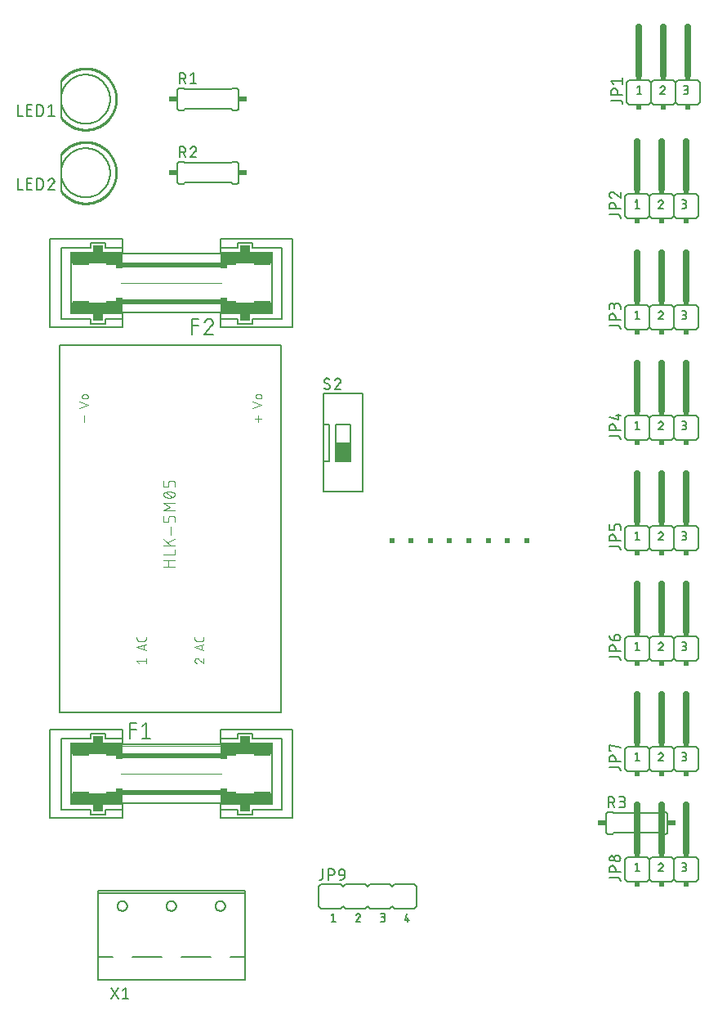
<source format=gbr>
G04 EAGLE Gerber RS-274X export*
G75*
%MOMM*%
%FSLAX34Y34*%
%LPD*%
%INSilkscreen Top*%
%IPPOS*%
%AMOC8*
5,1,8,0,0,1.08239X$1,22.5*%
G01*
%ADD10C,0.152400*%
%ADD11C,0.050800*%
%ADD12R,10.160000X0.508000*%
%ADD13R,0.635000X1.651000*%
%ADD14R,0.254000X4.064000*%
%ADD15R,4.826000X1.143000*%
%ADD16R,1.016000X0.762000*%
%ADD17R,1.016000X0.127000*%
%ADD18R,1.778000X0.127000*%
%ADD19C,0.177800*%
%ADD20C,0.660400*%
%ADD21C,0.127000*%
%ADD22R,0.609600X0.508000*%
%ADD23C,0.203200*%
%ADD24C,0.254000*%
%ADD25R,0.863600X0.609600*%
%ADD26R,1.524000X1.905000*%
%ADD27C,0.101600*%
%ADD28C,0.076200*%
%ADD29R,0.508000X0.508000*%


D10*
X52070Y157480D02*
X52070Y248920D01*
X303530Y248920D02*
X303530Y157480D01*
D11*
X228600Y232410D02*
X127000Y232410D01*
D10*
X93980Y240030D02*
X63500Y240030D01*
X63500Y166370D01*
X292100Y166370D02*
X292100Y240030D01*
D11*
X229870Y203200D02*
X125730Y203200D01*
D10*
X228600Y157480D02*
X303530Y157480D01*
X228600Y166370D02*
X228600Y172720D01*
X127000Y172720D01*
X127000Y157480D02*
X52070Y157480D01*
X52070Y248920D02*
X127000Y248920D01*
X127000Y233680D02*
X228600Y233680D01*
X228600Y240030D02*
X228600Y248920D01*
X303530Y248920D01*
X246380Y166370D02*
X228600Y166370D01*
X246380Y166370D02*
X246380Y161290D01*
X261620Y161290D01*
X261620Y166370D01*
X292100Y166370D01*
X246380Y240030D02*
X228600Y240030D01*
X246380Y240030D02*
X246380Y245110D01*
X261620Y245110D01*
X261620Y240030D01*
X292100Y240030D01*
X228600Y240030D02*
X228600Y233680D01*
X228600Y166370D02*
X228600Y157480D01*
X127000Y233680D02*
X127000Y240030D01*
X127000Y248920D01*
X127000Y166370D02*
X127000Y157480D01*
X127000Y166370D02*
X127000Y172720D01*
X127000Y240030D02*
X109220Y240030D01*
X109220Y245110D01*
X93980Y245110D01*
X93980Y240030D01*
X109220Y166370D02*
X127000Y166370D01*
X109220Y166370D02*
X109220Y161290D01*
X93980Y161290D01*
X93980Y166370D01*
X63500Y166370D01*
D12*
X177800Y222250D03*
X177800Y184150D03*
D13*
X231775Y179705D03*
X231775Y226695D03*
D14*
X281940Y203200D03*
D15*
X259080Y229235D03*
X259080Y177165D03*
D16*
X254000Y167640D03*
X254000Y238760D03*
D13*
X123825Y226695D03*
X123825Y179705D03*
D15*
X96520Y177165D03*
D14*
X73660Y203200D03*
D15*
X96520Y229235D03*
D16*
X101600Y238760D03*
X101600Y167640D03*
D17*
X240030Y183515D03*
X240030Y222885D03*
D18*
X271780Y222885D03*
X271780Y183515D03*
X83820Y222885D03*
D17*
X115570Y222885D03*
X115570Y183515D03*
D18*
X83820Y183515D03*
D19*
X134493Y240157D02*
X134493Y256159D01*
X141605Y256159D01*
X141605Y249047D02*
X134493Y249047D01*
X147486Y252603D02*
X151931Y256159D01*
X151931Y240157D01*
X147486Y240157D02*
X156376Y240157D01*
D10*
X303530Y665480D02*
X303530Y756920D01*
X52070Y756920D02*
X52070Y665480D01*
D11*
X127000Y681990D02*
X228600Y681990D01*
D10*
X261620Y674370D02*
X292100Y674370D01*
X292100Y748030D01*
X63500Y748030D02*
X63500Y674370D01*
D11*
X125730Y711200D02*
X229870Y711200D01*
D10*
X127000Y756920D02*
X52070Y756920D01*
X127000Y748030D02*
X127000Y741680D01*
X228600Y741680D01*
X228600Y756920D02*
X303530Y756920D01*
X303530Y665480D02*
X228600Y665480D01*
X228600Y680720D02*
X127000Y680720D01*
X127000Y674370D02*
X127000Y665480D01*
X52070Y665480D01*
X109220Y748030D02*
X127000Y748030D01*
X109220Y748030D02*
X109220Y753110D01*
X93980Y753110D01*
X93980Y748030D01*
X63500Y748030D01*
X109220Y674370D02*
X127000Y674370D01*
X109220Y674370D02*
X109220Y669290D01*
X93980Y669290D01*
X93980Y674370D01*
X63500Y674370D01*
X127000Y674370D02*
X127000Y680720D01*
X127000Y748030D02*
X127000Y756920D01*
X228600Y680720D02*
X228600Y674370D01*
X228600Y665480D01*
X228600Y748030D02*
X228600Y756920D01*
X228600Y748030D02*
X228600Y741680D01*
X228600Y674370D02*
X246380Y674370D01*
X246380Y669290D01*
X261620Y669290D01*
X261620Y674370D01*
X246380Y748030D02*
X228600Y748030D01*
X246380Y748030D02*
X246380Y753110D01*
X261620Y753110D01*
X261620Y748030D01*
X292100Y748030D01*
D12*
X177800Y692150D03*
X177800Y730250D03*
D13*
X123825Y734695D03*
X123825Y687705D03*
D14*
X73660Y711200D03*
D15*
X96520Y685165D03*
X96520Y737235D03*
D16*
X101600Y746760D03*
X101600Y675640D03*
D13*
X231775Y687705D03*
X231775Y734695D03*
D15*
X259080Y737235D03*
D14*
X281940Y711200D03*
D15*
X259080Y685165D03*
D16*
X254000Y675640D03*
X254000Y746760D03*
D17*
X115570Y730885D03*
X115570Y691515D03*
D18*
X83820Y691515D03*
X83820Y730885D03*
X271780Y691515D03*
D17*
X240030Y691515D03*
X240030Y730885D03*
D18*
X271780Y730885D03*
D19*
X199224Y674243D02*
X199224Y658241D01*
X199224Y674243D02*
X206336Y674243D01*
X206336Y667131D02*
X199224Y667131D01*
X217107Y674244D02*
X217233Y674242D01*
X217358Y674236D01*
X217484Y674226D01*
X217608Y674212D01*
X217733Y674195D01*
X217857Y674173D01*
X217980Y674148D01*
X218102Y674118D01*
X218223Y674085D01*
X218343Y674048D01*
X218462Y674007D01*
X218580Y673963D01*
X218696Y673915D01*
X218811Y673863D01*
X218923Y673808D01*
X219034Y673749D01*
X219144Y673687D01*
X219251Y673621D01*
X219356Y673552D01*
X219459Y673480D01*
X219559Y673404D01*
X219657Y673326D01*
X219753Y673244D01*
X219846Y673160D01*
X219936Y673072D01*
X220024Y672982D01*
X220108Y672889D01*
X220190Y672793D01*
X220268Y672695D01*
X220344Y672595D01*
X220416Y672492D01*
X220485Y672387D01*
X220551Y672280D01*
X220613Y672170D01*
X220672Y672059D01*
X220727Y671947D01*
X220779Y671832D01*
X220827Y671716D01*
X220871Y671598D01*
X220912Y671479D01*
X220949Y671359D01*
X220982Y671238D01*
X221012Y671116D01*
X221037Y670993D01*
X221059Y670869D01*
X221076Y670744D01*
X221090Y670620D01*
X221100Y670494D01*
X221106Y670369D01*
X221108Y670243D01*
X217107Y674243D02*
X216966Y674241D01*
X216826Y674235D01*
X216686Y674226D01*
X216546Y674212D01*
X216407Y674195D01*
X216268Y674174D01*
X216129Y674149D01*
X215992Y674121D01*
X215855Y674088D01*
X215719Y674052D01*
X215584Y674012D01*
X215451Y673969D01*
X215318Y673922D01*
X215187Y673871D01*
X215058Y673817D01*
X214930Y673759D01*
X214803Y673698D01*
X214678Y673633D01*
X214556Y673565D01*
X214435Y673494D01*
X214315Y673419D01*
X214199Y673341D01*
X214084Y673260D01*
X213971Y673176D01*
X213861Y673088D01*
X213753Y672998D01*
X213648Y672905D01*
X213546Y672809D01*
X213446Y672710D01*
X213348Y672609D01*
X213254Y672505D01*
X213162Y672398D01*
X213074Y672289D01*
X212988Y672178D01*
X212906Y672064D01*
X212826Y671948D01*
X212750Y671830D01*
X212677Y671710D01*
X212608Y671588D01*
X212541Y671464D01*
X212478Y671338D01*
X212419Y671211D01*
X212363Y671082D01*
X212311Y670952D01*
X212262Y670820D01*
X212217Y670687D01*
X219773Y667131D02*
X219865Y667222D01*
X219955Y667315D01*
X220041Y667410D01*
X220125Y667508D01*
X220205Y667609D01*
X220283Y667712D01*
X220357Y667817D01*
X220428Y667925D01*
X220496Y668034D01*
X220560Y668146D01*
X220622Y668259D01*
X220679Y668374D01*
X220734Y668491D01*
X220785Y668610D01*
X220832Y668730D01*
X220875Y668851D01*
X220915Y668973D01*
X220951Y669097D01*
X220984Y669222D01*
X221013Y669347D01*
X221038Y669474D01*
X221059Y669601D01*
X221076Y669729D01*
X221090Y669857D01*
X221099Y669985D01*
X221105Y670114D01*
X221107Y670243D01*
X219774Y667131D02*
X212217Y658241D01*
X221107Y658241D01*
D10*
X702945Y921385D02*
X723265Y921385D01*
X702945Y921385D02*
X700405Y918845D01*
X702945Y895985D02*
X723265Y895985D01*
X702945Y895985D02*
X700405Y898525D01*
X700405Y918845D01*
X723265Y895985D02*
X725805Y898525D01*
X725805Y918845D02*
X723265Y921385D01*
X725805Y918845D02*
X725805Y898525D01*
X675005Y898525D02*
X675005Y918845D01*
X675005Y898525D02*
X677545Y895985D01*
X675005Y898525D02*
X672465Y895985D01*
X652145Y895985D02*
X649605Y898525D01*
X649605Y918845D01*
X677545Y895985D02*
X697865Y895985D01*
X700405Y898525D01*
X672465Y895985D02*
X652145Y895985D01*
X677545Y921385D02*
X697865Y921385D01*
X672465Y921385D02*
X652145Y921385D01*
X675005Y918845D02*
X677545Y921385D01*
X652145Y921385D02*
X649605Y918845D01*
X697865Y921385D02*
X700405Y918845D01*
X675005Y918845D02*
X672465Y921385D01*
D20*
X713105Y926465D02*
X713105Y975995D01*
X687705Y975995D02*
X687705Y926465D01*
X662305Y926465D02*
X662305Y975995D01*
D21*
X662799Y915416D02*
X660400Y913497D01*
X662799Y915416D02*
X662799Y906780D01*
X660400Y906780D02*
X665198Y906780D01*
X687169Y915416D02*
X687261Y915414D01*
X687352Y915408D01*
X687443Y915399D01*
X687534Y915385D01*
X687624Y915368D01*
X687713Y915346D01*
X687801Y915321D01*
X687888Y915293D01*
X687974Y915260D01*
X688058Y915224D01*
X688141Y915185D01*
X688222Y915142D01*
X688301Y915095D01*
X688378Y915046D01*
X688453Y914993D01*
X688525Y914937D01*
X688595Y914878D01*
X688663Y914816D01*
X688728Y914751D01*
X688790Y914683D01*
X688849Y914613D01*
X688905Y914541D01*
X688958Y914466D01*
X689007Y914389D01*
X689054Y914310D01*
X689097Y914229D01*
X689136Y914146D01*
X689172Y914062D01*
X689205Y913976D01*
X689233Y913889D01*
X689258Y913801D01*
X689280Y913712D01*
X689297Y913622D01*
X689311Y913531D01*
X689320Y913440D01*
X689326Y913349D01*
X689328Y913257D01*
X687169Y915416D02*
X687066Y915414D01*
X686964Y915408D01*
X686862Y915399D01*
X686760Y915386D01*
X686659Y915369D01*
X686558Y915348D01*
X686459Y915324D01*
X686360Y915295D01*
X686263Y915264D01*
X686166Y915228D01*
X686071Y915190D01*
X685978Y915147D01*
X685886Y915101D01*
X685796Y915052D01*
X685708Y915000D01*
X685621Y914944D01*
X685537Y914885D01*
X685456Y914824D01*
X685376Y914759D01*
X685299Y914691D01*
X685224Y914620D01*
X685153Y914547D01*
X685084Y914471D01*
X685017Y914393D01*
X684954Y914312D01*
X684894Y914229D01*
X684837Y914144D01*
X684783Y914057D01*
X684732Y913967D01*
X684685Y913876D01*
X684641Y913784D01*
X684600Y913689D01*
X684563Y913594D01*
X684530Y913497D01*
X688608Y911578D02*
X688675Y911644D01*
X688739Y911713D01*
X688800Y911784D01*
X688858Y911858D01*
X688913Y911934D01*
X688965Y912012D01*
X689014Y912092D01*
X689060Y912174D01*
X689102Y912258D01*
X689141Y912344D01*
X689176Y912431D01*
X689207Y912519D01*
X689235Y912609D01*
X689260Y912699D01*
X689281Y912791D01*
X689298Y912883D01*
X689311Y912976D01*
X689320Y913069D01*
X689326Y913163D01*
X689328Y913257D01*
X688608Y911578D02*
X684530Y906780D01*
X689328Y906780D01*
X708660Y906780D02*
X711059Y906780D01*
X711156Y906782D01*
X711252Y906788D01*
X711348Y906797D01*
X711444Y906811D01*
X711539Y906828D01*
X711633Y906850D01*
X711726Y906875D01*
X711819Y906903D01*
X711910Y906936D01*
X711999Y906972D01*
X712087Y907012D01*
X712174Y907055D01*
X712259Y907101D01*
X712341Y907151D01*
X712422Y907205D01*
X712500Y907261D01*
X712576Y907321D01*
X712650Y907383D01*
X712721Y907449D01*
X712789Y907517D01*
X712855Y907588D01*
X712917Y907662D01*
X712977Y907738D01*
X713033Y907816D01*
X713087Y907897D01*
X713137Y907980D01*
X713183Y908064D01*
X713226Y908151D01*
X713266Y908239D01*
X713302Y908328D01*
X713335Y908419D01*
X713363Y908512D01*
X713388Y908605D01*
X713410Y908699D01*
X713427Y908794D01*
X713441Y908890D01*
X713450Y908986D01*
X713456Y909082D01*
X713458Y909179D01*
X713456Y909276D01*
X713450Y909372D01*
X713441Y909468D01*
X713427Y909564D01*
X713410Y909659D01*
X713388Y909753D01*
X713363Y909846D01*
X713335Y909939D01*
X713302Y910030D01*
X713266Y910119D01*
X713226Y910207D01*
X713183Y910294D01*
X713137Y910379D01*
X713087Y910461D01*
X713033Y910542D01*
X712977Y910620D01*
X712917Y910696D01*
X712855Y910770D01*
X712789Y910841D01*
X712721Y910909D01*
X712650Y910975D01*
X712576Y911037D01*
X712500Y911097D01*
X712422Y911153D01*
X712341Y911207D01*
X712259Y911257D01*
X712174Y911303D01*
X712087Y911346D01*
X711999Y911386D01*
X711910Y911422D01*
X711819Y911455D01*
X711726Y911483D01*
X711633Y911508D01*
X711539Y911530D01*
X711444Y911547D01*
X711348Y911561D01*
X711252Y911570D01*
X711156Y911576D01*
X711059Y911578D01*
X711539Y915416D02*
X708660Y915416D01*
X711539Y915416D02*
X711625Y915414D01*
X711711Y915408D01*
X711797Y915399D01*
X711882Y915385D01*
X711966Y915368D01*
X712050Y915347D01*
X712132Y915322D01*
X712213Y915294D01*
X712293Y915262D01*
X712372Y915226D01*
X712448Y915187D01*
X712523Y915144D01*
X712596Y915099D01*
X712667Y915050D01*
X712735Y914997D01*
X712802Y914942D01*
X712865Y914884D01*
X712926Y914823D01*
X712984Y914760D01*
X713039Y914693D01*
X713092Y914625D01*
X713141Y914554D01*
X713186Y914481D01*
X713229Y914406D01*
X713268Y914330D01*
X713304Y914251D01*
X713336Y914171D01*
X713364Y914090D01*
X713389Y914008D01*
X713410Y913924D01*
X713427Y913840D01*
X713441Y913755D01*
X713450Y913669D01*
X713456Y913583D01*
X713458Y913497D01*
X713456Y913411D01*
X713450Y913325D01*
X713441Y913239D01*
X713427Y913154D01*
X713410Y913070D01*
X713389Y912986D01*
X713364Y912904D01*
X713336Y912823D01*
X713304Y912743D01*
X713268Y912664D01*
X713229Y912588D01*
X713186Y912513D01*
X713141Y912440D01*
X713092Y912369D01*
X713039Y912301D01*
X712984Y912234D01*
X712926Y912171D01*
X712865Y912110D01*
X712802Y912052D01*
X712735Y911997D01*
X712667Y911944D01*
X712596Y911895D01*
X712523Y911850D01*
X712448Y911807D01*
X712372Y911768D01*
X712293Y911732D01*
X712213Y911700D01*
X712132Y911672D01*
X712050Y911647D01*
X711966Y911626D01*
X711882Y911609D01*
X711797Y911595D01*
X711711Y911586D01*
X711625Y911580D01*
X711539Y911578D01*
X709620Y911578D01*
D22*
X713105Y923925D03*
X713105Y893445D03*
X687705Y893445D03*
X662305Y893445D03*
X687705Y923925D03*
X662305Y923925D03*
D21*
X642620Y900430D02*
X633730Y900430D01*
X642620Y900430D02*
X642720Y900428D01*
X642819Y900422D01*
X642919Y900412D01*
X643017Y900399D01*
X643116Y900381D01*
X643213Y900360D01*
X643309Y900335D01*
X643405Y900306D01*
X643499Y900273D01*
X643592Y900237D01*
X643683Y900197D01*
X643773Y900153D01*
X643861Y900106D01*
X643947Y900056D01*
X644031Y900002D01*
X644113Y899945D01*
X644192Y899885D01*
X644270Y899821D01*
X644344Y899755D01*
X644416Y899686D01*
X644485Y899614D01*
X644551Y899540D01*
X644615Y899462D01*
X644675Y899383D01*
X644732Y899301D01*
X644786Y899217D01*
X644836Y899131D01*
X644883Y899043D01*
X644927Y898953D01*
X644967Y898862D01*
X645003Y898769D01*
X645036Y898675D01*
X645065Y898579D01*
X645090Y898483D01*
X645111Y898386D01*
X645129Y898287D01*
X645142Y898189D01*
X645152Y898089D01*
X645158Y897990D01*
X645160Y897890D01*
X645160Y896620D01*
X645160Y906410D02*
X633730Y906410D01*
X633730Y909585D01*
X633732Y909696D01*
X633738Y909806D01*
X633747Y909917D01*
X633761Y910027D01*
X633778Y910136D01*
X633799Y910245D01*
X633824Y910353D01*
X633853Y910460D01*
X633885Y910566D01*
X633921Y910671D01*
X633961Y910774D01*
X634004Y910876D01*
X634051Y910977D01*
X634102Y911076D01*
X634155Y911173D01*
X634212Y911267D01*
X634273Y911360D01*
X634336Y911451D01*
X634403Y911540D01*
X634473Y911626D01*
X634546Y911709D01*
X634621Y911791D01*
X634699Y911869D01*
X634781Y911944D01*
X634864Y912017D01*
X634950Y912087D01*
X635039Y912154D01*
X635130Y912217D01*
X635223Y912278D01*
X635318Y912335D01*
X635414Y912388D01*
X635513Y912439D01*
X635614Y912486D01*
X635716Y912529D01*
X635819Y912569D01*
X635924Y912605D01*
X636030Y912637D01*
X636137Y912666D01*
X636245Y912691D01*
X636354Y912712D01*
X636463Y912729D01*
X636573Y912743D01*
X636684Y912752D01*
X636794Y912758D01*
X636905Y912760D01*
X637016Y912758D01*
X637126Y912752D01*
X637237Y912743D01*
X637347Y912729D01*
X637456Y912712D01*
X637565Y912691D01*
X637673Y912666D01*
X637780Y912637D01*
X637886Y912605D01*
X637991Y912569D01*
X638094Y912529D01*
X638196Y912486D01*
X638297Y912439D01*
X638396Y912388D01*
X638493Y912335D01*
X638587Y912278D01*
X638680Y912217D01*
X638771Y912154D01*
X638860Y912087D01*
X638946Y912017D01*
X639029Y911944D01*
X639111Y911869D01*
X639189Y911791D01*
X639264Y911709D01*
X639337Y911626D01*
X639407Y911540D01*
X639474Y911451D01*
X639537Y911360D01*
X639598Y911267D01*
X639655Y911173D01*
X639708Y911076D01*
X639759Y910977D01*
X639806Y910876D01*
X639849Y910774D01*
X639889Y910671D01*
X639925Y910566D01*
X639957Y910460D01*
X639986Y910353D01*
X640011Y910245D01*
X640032Y910136D01*
X640049Y910027D01*
X640063Y909917D01*
X640072Y909806D01*
X640078Y909696D01*
X640080Y909585D01*
X640080Y906410D01*
X636270Y917269D02*
X633730Y920444D01*
X645160Y920444D01*
X645160Y917269D02*
X645160Y923619D01*
D10*
X701040Y803275D02*
X721360Y803275D01*
X701040Y803275D02*
X698500Y800735D01*
X701040Y777875D02*
X721360Y777875D01*
X701040Y777875D02*
X698500Y780415D01*
X698500Y800735D01*
X721360Y777875D02*
X723900Y780415D01*
X723900Y800735D02*
X721360Y803275D01*
X723900Y800735D02*
X723900Y780415D01*
X673100Y780415D02*
X673100Y800735D01*
X673100Y780415D02*
X675640Y777875D01*
X673100Y780415D02*
X670560Y777875D01*
X650240Y777875D02*
X647700Y780415D01*
X647700Y800735D01*
X675640Y777875D02*
X695960Y777875D01*
X698500Y780415D01*
X670560Y777875D02*
X650240Y777875D01*
X675640Y803275D02*
X695960Y803275D01*
X670560Y803275D02*
X650240Y803275D01*
X673100Y800735D02*
X675640Y803275D01*
X650240Y803275D02*
X647700Y800735D01*
X695960Y803275D02*
X698500Y800735D01*
X673100Y800735D02*
X670560Y803275D01*
D20*
X711200Y808355D02*
X711200Y857885D01*
X685800Y857885D02*
X685800Y808355D01*
X660400Y808355D02*
X660400Y857885D01*
D21*
X660894Y797306D02*
X658495Y795387D01*
X660894Y797306D02*
X660894Y788670D01*
X658495Y788670D02*
X663293Y788670D01*
X685264Y797306D02*
X685356Y797304D01*
X685447Y797298D01*
X685538Y797289D01*
X685629Y797275D01*
X685719Y797258D01*
X685808Y797236D01*
X685896Y797211D01*
X685983Y797183D01*
X686069Y797150D01*
X686153Y797114D01*
X686236Y797075D01*
X686317Y797032D01*
X686396Y796985D01*
X686473Y796936D01*
X686548Y796883D01*
X686620Y796827D01*
X686690Y796768D01*
X686758Y796706D01*
X686823Y796641D01*
X686885Y796573D01*
X686944Y796503D01*
X687000Y796431D01*
X687053Y796356D01*
X687102Y796279D01*
X687149Y796200D01*
X687192Y796119D01*
X687231Y796036D01*
X687267Y795952D01*
X687300Y795866D01*
X687328Y795779D01*
X687353Y795691D01*
X687375Y795602D01*
X687392Y795512D01*
X687406Y795421D01*
X687415Y795330D01*
X687421Y795239D01*
X687423Y795147D01*
X685264Y797306D02*
X685161Y797304D01*
X685059Y797298D01*
X684957Y797289D01*
X684855Y797276D01*
X684754Y797259D01*
X684653Y797238D01*
X684554Y797214D01*
X684455Y797185D01*
X684358Y797154D01*
X684261Y797118D01*
X684166Y797080D01*
X684073Y797037D01*
X683981Y796991D01*
X683891Y796942D01*
X683803Y796890D01*
X683716Y796834D01*
X683632Y796775D01*
X683551Y796714D01*
X683471Y796649D01*
X683394Y796581D01*
X683319Y796510D01*
X683248Y796437D01*
X683179Y796361D01*
X683112Y796283D01*
X683049Y796202D01*
X682989Y796119D01*
X682932Y796034D01*
X682878Y795947D01*
X682827Y795857D01*
X682780Y795766D01*
X682736Y795674D01*
X682695Y795579D01*
X682658Y795484D01*
X682625Y795387D01*
X686703Y793468D02*
X686770Y793534D01*
X686834Y793603D01*
X686895Y793674D01*
X686953Y793748D01*
X687008Y793824D01*
X687060Y793902D01*
X687109Y793982D01*
X687155Y794064D01*
X687197Y794148D01*
X687236Y794234D01*
X687271Y794321D01*
X687302Y794409D01*
X687330Y794499D01*
X687355Y794589D01*
X687376Y794681D01*
X687393Y794773D01*
X687406Y794866D01*
X687415Y794959D01*
X687421Y795053D01*
X687423Y795147D01*
X686703Y793468D02*
X682625Y788670D01*
X687423Y788670D01*
X706755Y788670D02*
X709154Y788670D01*
X709251Y788672D01*
X709347Y788678D01*
X709443Y788687D01*
X709539Y788701D01*
X709634Y788718D01*
X709728Y788740D01*
X709821Y788765D01*
X709914Y788793D01*
X710005Y788826D01*
X710094Y788862D01*
X710182Y788902D01*
X710269Y788945D01*
X710354Y788991D01*
X710436Y789041D01*
X710517Y789095D01*
X710595Y789151D01*
X710671Y789211D01*
X710745Y789273D01*
X710816Y789339D01*
X710884Y789407D01*
X710950Y789478D01*
X711012Y789552D01*
X711072Y789628D01*
X711128Y789706D01*
X711182Y789787D01*
X711232Y789870D01*
X711278Y789954D01*
X711321Y790041D01*
X711361Y790129D01*
X711397Y790218D01*
X711430Y790309D01*
X711458Y790402D01*
X711483Y790495D01*
X711505Y790589D01*
X711522Y790684D01*
X711536Y790780D01*
X711545Y790876D01*
X711551Y790972D01*
X711553Y791069D01*
X711551Y791166D01*
X711545Y791262D01*
X711536Y791358D01*
X711522Y791454D01*
X711505Y791549D01*
X711483Y791643D01*
X711458Y791736D01*
X711430Y791829D01*
X711397Y791920D01*
X711361Y792009D01*
X711321Y792097D01*
X711278Y792184D01*
X711232Y792269D01*
X711182Y792351D01*
X711128Y792432D01*
X711072Y792510D01*
X711012Y792586D01*
X710950Y792660D01*
X710884Y792731D01*
X710816Y792799D01*
X710745Y792865D01*
X710671Y792927D01*
X710595Y792987D01*
X710517Y793043D01*
X710436Y793097D01*
X710354Y793147D01*
X710269Y793193D01*
X710182Y793236D01*
X710094Y793276D01*
X710005Y793312D01*
X709914Y793345D01*
X709821Y793373D01*
X709728Y793398D01*
X709634Y793420D01*
X709539Y793437D01*
X709443Y793451D01*
X709347Y793460D01*
X709251Y793466D01*
X709154Y793468D01*
X709634Y797306D02*
X706755Y797306D01*
X709634Y797306D02*
X709720Y797304D01*
X709806Y797298D01*
X709892Y797289D01*
X709977Y797275D01*
X710061Y797258D01*
X710145Y797237D01*
X710227Y797212D01*
X710308Y797184D01*
X710388Y797152D01*
X710467Y797116D01*
X710543Y797077D01*
X710618Y797034D01*
X710691Y796989D01*
X710762Y796940D01*
X710830Y796887D01*
X710897Y796832D01*
X710960Y796774D01*
X711021Y796713D01*
X711079Y796650D01*
X711134Y796583D01*
X711187Y796515D01*
X711236Y796444D01*
X711281Y796371D01*
X711324Y796296D01*
X711363Y796220D01*
X711399Y796141D01*
X711431Y796061D01*
X711459Y795980D01*
X711484Y795898D01*
X711505Y795814D01*
X711522Y795730D01*
X711536Y795645D01*
X711545Y795559D01*
X711551Y795473D01*
X711553Y795387D01*
X711551Y795301D01*
X711545Y795215D01*
X711536Y795129D01*
X711522Y795044D01*
X711505Y794960D01*
X711484Y794876D01*
X711459Y794794D01*
X711431Y794713D01*
X711399Y794633D01*
X711363Y794554D01*
X711324Y794478D01*
X711281Y794403D01*
X711236Y794330D01*
X711187Y794259D01*
X711134Y794191D01*
X711079Y794124D01*
X711021Y794061D01*
X710960Y794000D01*
X710897Y793942D01*
X710830Y793887D01*
X710762Y793834D01*
X710691Y793785D01*
X710618Y793740D01*
X710543Y793697D01*
X710467Y793658D01*
X710388Y793622D01*
X710308Y793590D01*
X710227Y793562D01*
X710145Y793537D01*
X710061Y793516D01*
X709977Y793499D01*
X709892Y793485D01*
X709806Y793476D01*
X709720Y793470D01*
X709634Y793468D01*
X707715Y793468D01*
D22*
X711200Y805815D03*
X711200Y775335D03*
X685800Y775335D03*
X660400Y775335D03*
X685800Y805815D03*
X660400Y805815D03*
D21*
X640715Y782320D02*
X631825Y782320D01*
X640715Y782320D02*
X640815Y782318D01*
X640914Y782312D01*
X641014Y782302D01*
X641112Y782289D01*
X641211Y782271D01*
X641308Y782250D01*
X641404Y782225D01*
X641500Y782196D01*
X641594Y782163D01*
X641687Y782127D01*
X641778Y782087D01*
X641868Y782043D01*
X641956Y781996D01*
X642042Y781946D01*
X642126Y781892D01*
X642208Y781835D01*
X642287Y781775D01*
X642365Y781711D01*
X642439Y781645D01*
X642511Y781576D01*
X642580Y781504D01*
X642646Y781430D01*
X642710Y781352D01*
X642770Y781273D01*
X642827Y781191D01*
X642881Y781107D01*
X642931Y781021D01*
X642978Y780933D01*
X643022Y780843D01*
X643062Y780752D01*
X643098Y780659D01*
X643131Y780565D01*
X643160Y780469D01*
X643185Y780373D01*
X643206Y780276D01*
X643224Y780177D01*
X643237Y780079D01*
X643247Y779979D01*
X643253Y779880D01*
X643255Y779780D01*
X643255Y778510D01*
X643255Y788300D02*
X631825Y788300D01*
X631825Y791475D01*
X631827Y791586D01*
X631833Y791696D01*
X631842Y791807D01*
X631856Y791917D01*
X631873Y792026D01*
X631894Y792135D01*
X631919Y792243D01*
X631948Y792350D01*
X631980Y792456D01*
X632016Y792561D01*
X632056Y792664D01*
X632099Y792766D01*
X632146Y792867D01*
X632197Y792966D01*
X632250Y793063D01*
X632307Y793157D01*
X632368Y793250D01*
X632431Y793341D01*
X632498Y793430D01*
X632568Y793516D01*
X632641Y793599D01*
X632716Y793681D01*
X632794Y793759D01*
X632876Y793834D01*
X632959Y793907D01*
X633045Y793977D01*
X633134Y794044D01*
X633225Y794107D01*
X633318Y794168D01*
X633413Y794225D01*
X633509Y794278D01*
X633608Y794329D01*
X633709Y794376D01*
X633811Y794419D01*
X633914Y794459D01*
X634019Y794495D01*
X634125Y794527D01*
X634232Y794556D01*
X634340Y794581D01*
X634449Y794602D01*
X634558Y794619D01*
X634668Y794633D01*
X634779Y794642D01*
X634889Y794648D01*
X635000Y794650D01*
X635111Y794648D01*
X635221Y794642D01*
X635332Y794633D01*
X635442Y794619D01*
X635551Y794602D01*
X635660Y794581D01*
X635768Y794556D01*
X635875Y794527D01*
X635981Y794495D01*
X636086Y794459D01*
X636189Y794419D01*
X636291Y794376D01*
X636392Y794329D01*
X636491Y794278D01*
X636588Y794225D01*
X636682Y794168D01*
X636775Y794107D01*
X636866Y794044D01*
X636955Y793977D01*
X637041Y793907D01*
X637124Y793834D01*
X637206Y793759D01*
X637284Y793681D01*
X637359Y793599D01*
X637432Y793516D01*
X637502Y793430D01*
X637569Y793341D01*
X637632Y793250D01*
X637693Y793157D01*
X637750Y793063D01*
X637803Y792966D01*
X637854Y792867D01*
X637901Y792766D01*
X637944Y792664D01*
X637984Y792561D01*
X638020Y792456D01*
X638052Y792350D01*
X638081Y792243D01*
X638106Y792135D01*
X638127Y792026D01*
X638144Y791917D01*
X638158Y791807D01*
X638167Y791696D01*
X638173Y791586D01*
X638175Y791475D01*
X638175Y788300D01*
X631825Y802651D02*
X631827Y802755D01*
X631833Y802860D01*
X631842Y802964D01*
X631855Y803067D01*
X631873Y803170D01*
X631893Y803272D01*
X631918Y803374D01*
X631946Y803474D01*
X631978Y803574D01*
X632014Y803672D01*
X632053Y803769D01*
X632095Y803864D01*
X632141Y803958D01*
X632191Y804050D01*
X632243Y804140D01*
X632299Y804228D01*
X632359Y804314D01*
X632421Y804398D01*
X632486Y804479D01*
X632554Y804558D01*
X632626Y804635D01*
X632699Y804708D01*
X632776Y804780D01*
X632855Y804848D01*
X632936Y804913D01*
X633020Y804975D01*
X633106Y805035D01*
X633194Y805091D01*
X633284Y805143D01*
X633376Y805193D01*
X633470Y805239D01*
X633565Y805281D01*
X633662Y805320D01*
X633760Y805356D01*
X633860Y805388D01*
X633960Y805416D01*
X634062Y805441D01*
X634164Y805461D01*
X634267Y805479D01*
X634370Y805492D01*
X634474Y805501D01*
X634579Y805507D01*
X634683Y805509D01*
X631825Y802651D02*
X631827Y802533D01*
X631833Y802414D01*
X631842Y802296D01*
X631855Y802179D01*
X631873Y802062D01*
X631893Y801945D01*
X631918Y801829D01*
X631946Y801714D01*
X631979Y801601D01*
X632014Y801488D01*
X632054Y801376D01*
X632096Y801266D01*
X632143Y801157D01*
X632193Y801049D01*
X632246Y800944D01*
X632303Y800840D01*
X632363Y800738D01*
X632426Y800638D01*
X632493Y800540D01*
X632562Y800444D01*
X632635Y800351D01*
X632711Y800260D01*
X632789Y800171D01*
X632871Y800085D01*
X632955Y800002D01*
X633041Y799921D01*
X633131Y799844D01*
X633222Y799769D01*
X633316Y799697D01*
X633413Y799628D01*
X633511Y799563D01*
X633612Y799500D01*
X633715Y799441D01*
X633819Y799385D01*
X633925Y799333D01*
X634033Y799284D01*
X634142Y799239D01*
X634253Y799197D01*
X634365Y799159D01*
X636905Y804557D02*
X636830Y804633D01*
X636751Y804708D01*
X636670Y804779D01*
X636586Y804848D01*
X636500Y804913D01*
X636412Y804975D01*
X636322Y805035D01*
X636230Y805091D01*
X636135Y805144D01*
X636039Y805193D01*
X635941Y805239D01*
X635842Y805282D01*
X635741Y805321D01*
X635639Y805356D01*
X635536Y805388D01*
X635432Y805416D01*
X635327Y805441D01*
X635220Y805462D01*
X635114Y805479D01*
X635007Y805492D01*
X634899Y805501D01*
X634791Y805507D01*
X634683Y805509D01*
X636905Y804556D02*
X643255Y799159D01*
X643255Y805509D01*
D10*
X701040Y688340D02*
X721360Y688340D01*
X701040Y688340D02*
X698500Y685800D01*
X701040Y662940D02*
X721360Y662940D01*
X701040Y662940D02*
X698500Y665480D01*
X698500Y685800D01*
X721360Y662940D02*
X723900Y665480D01*
X723900Y685800D02*
X721360Y688340D01*
X723900Y685800D02*
X723900Y665480D01*
X673100Y665480D02*
X673100Y685800D01*
X673100Y665480D02*
X675640Y662940D01*
X673100Y665480D02*
X670560Y662940D01*
X650240Y662940D02*
X647700Y665480D01*
X647700Y685800D01*
X675640Y662940D02*
X695960Y662940D01*
X698500Y665480D01*
X670560Y662940D02*
X650240Y662940D01*
X675640Y688340D02*
X695960Y688340D01*
X670560Y688340D02*
X650240Y688340D01*
X673100Y685800D02*
X675640Y688340D01*
X650240Y688340D02*
X647700Y685800D01*
X695960Y688340D02*
X698500Y685800D01*
X673100Y685800D02*
X670560Y688340D01*
D20*
X711200Y693420D02*
X711200Y742950D01*
X685800Y742950D02*
X685800Y693420D01*
X660400Y693420D02*
X660400Y742950D01*
D21*
X660894Y682371D02*
X658495Y680452D01*
X660894Y682371D02*
X660894Y673735D01*
X658495Y673735D02*
X663293Y673735D01*
X685264Y682371D02*
X685356Y682369D01*
X685447Y682363D01*
X685538Y682354D01*
X685629Y682340D01*
X685719Y682323D01*
X685808Y682301D01*
X685896Y682276D01*
X685983Y682248D01*
X686069Y682215D01*
X686153Y682179D01*
X686236Y682140D01*
X686317Y682097D01*
X686396Y682050D01*
X686473Y682001D01*
X686548Y681948D01*
X686620Y681892D01*
X686690Y681833D01*
X686758Y681771D01*
X686823Y681706D01*
X686885Y681638D01*
X686944Y681568D01*
X687000Y681496D01*
X687053Y681421D01*
X687102Y681344D01*
X687149Y681265D01*
X687192Y681184D01*
X687231Y681101D01*
X687267Y681017D01*
X687300Y680931D01*
X687328Y680844D01*
X687353Y680756D01*
X687375Y680667D01*
X687392Y680577D01*
X687406Y680486D01*
X687415Y680395D01*
X687421Y680304D01*
X687423Y680212D01*
X685264Y682371D02*
X685161Y682369D01*
X685059Y682363D01*
X684957Y682354D01*
X684855Y682341D01*
X684754Y682324D01*
X684653Y682303D01*
X684554Y682279D01*
X684455Y682250D01*
X684358Y682219D01*
X684261Y682183D01*
X684166Y682145D01*
X684073Y682102D01*
X683981Y682056D01*
X683891Y682007D01*
X683803Y681955D01*
X683716Y681899D01*
X683632Y681840D01*
X683551Y681779D01*
X683471Y681714D01*
X683394Y681646D01*
X683319Y681575D01*
X683248Y681502D01*
X683179Y681426D01*
X683112Y681348D01*
X683049Y681267D01*
X682989Y681184D01*
X682932Y681099D01*
X682878Y681012D01*
X682827Y680922D01*
X682780Y680831D01*
X682736Y680739D01*
X682695Y680644D01*
X682658Y680549D01*
X682625Y680452D01*
X686703Y678533D02*
X686770Y678599D01*
X686834Y678668D01*
X686895Y678739D01*
X686953Y678813D01*
X687008Y678889D01*
X687060Y678967D01*
X687109Y679047D01*
X687155Y679129D01*
X687197Y679213D01*
X687236Y679299D01*
X687271Y679386D01*
X687302Y679474D01*
X687330Y679564D01*
X687355Y679654D01*
X687376Y679746D01*
X687393Y679838D01*
X687406Y679931D01*
X687415Y680024D01*
X687421Y680118D01*
X687423Y680212D01*
X686703Y678533D02*
X682625Y673735D01*
X687423Y673735D01*
X706755Y673735D02*
X709154Y673735D01*
X709251Y673737D01*
X709347Y673743D01*
X709443Y673752D01*
X709539Y673766D01*
X709634Y673783D01*
X709728Y673805D01*
X709821Y673830D01*
X709914Y673858D01*
X710005Y673891D01*
X710094Y673927D01*
X710182Y673967D01*
X710269Y674010D01*
X710354Y674056D01*
X710436Y674106D01*
X710517Y674160D01*
X710595Y674216D01*
X710671Y674276D01*
X710745Y674338D01*
X710816Y674404D01*
X710884Y674472D01*
X710950Y674543D01*
X711012Y674617D01*
X711072Y674693D01*
X711128Y674771D01*
X711182Y674852D01*
X711232Y674935D01*
X711278Y675019D01*
X711321Y675106D01*
X711361Y675194D01*
X711397Y675283D01*
X711430Y675374D01*
X711458Y675467D01*
X711483Y675560D01*
X711505Y675654D01*
X711522Y675749D01*
X711536Y675845D01*
X711545Y675941D01*
X711551Y676037D01*
X711553Y676134D01*
X711551Y676231D01*
X711545Y676327D01*
X711536Y676423D01*
X711522Y676519D01*
X711505Y676614D01*
X711483Y676708D01*
X711458Y676801D01*
X711430Y676894D01*
X711397Y676985D01*
X711361Y677074D01*
X711321Y677162D01*
X711278Y677249D01*
X711232Y677334D01*
X711182Y677416D01*
X711128Y677497D01*
X711072Y677575D01*
X711012Y677651D01*
X710950Y677725D01*
X710884Y677796D01*
X710816Y677864D01*
X710745Y677930D01*
X710671Y677992D01*
X710595Y678052D01*
X710517Y678108D01*
X710436Y678162D01*
X710354Y678212D01*
X710269Y678258D01*
X710182Y678301D01*
X710094Y678341D01*
X710005Y678377D01*
X709914Y678410D01*
X709821Y678438D01*
X709728Y678463D01*
X709634Y678485D01*
X709539Y678502D01*
X709443Y678516D01*
X709347Y678525D01*
X709251Y678531D01*
X709154Y678533D01*
X709634Y682371D02*
X706755Y682371D01*
X709634Y682371D02*
X709720Y682369D01*
X709806Y682363D01*
X709892Y682354D01*
X709977Y682340D01*
X710061Y682323D01*
X710145Y682302D01*
X710227Y682277D01*
X710308Y682249D01*
X710388Y682217D01*
X710467Y682181D01*
X710543Y682142D01*
X710618Y682099D01*
X710691Y682054D01*
X710762Y682005D01*
X710830Y681952D01*
X710897Y681897D01*
X710960Y681839D01*
X711021Y681778D01*
X711079Y681715D01*
X711134Y681648D01*
X711187Y681580D01*
X711236Y681509D01*
X711281Y681436D01*
X711324Y681361D01*
X711363Y681285D01*
X711399Y681206D01*
X711431Y681126D01*
X711459Y681045D01*
X711484Y680963D01*
X711505Y680879D01*
X711522Y680795D01*
X711536Y680710D01*
X711545Y680624D01*
X711551Y680538D01*
X711553Y680452D01*
X711551Y680366D01*
X711545Y680280D01*
X711536Y680194D01*
X711522Y680109D01*
X711505Y680025D01*
X711484Y679941D01*
X711459Y679859D01*
X711431Y679778D01*
X711399Y679698D01*
X711363Y679619D01*
X711324Y679543D01*
X711281Y679468D01*
X711236Y679395D01*
X711187Y679324D01*
X711134Y679256D01*
X711079Y679189D01*
X711021Y679126D01*
X710960Y679065D01*
X710897Y679007D01*
X710830Y678952D01*
X710762Y678899D01*
X710691Y678850D01*
X710618Y678805D01*
X710543Y678762D01*
X710467Y678723D01*
X710388Y678687D01*
X710308Y678655D01*
X710227Y678627D01*
X710145Y678602D01*
X710061Y678581D01*
X709977Y678564D01*
X709892Y678550D01*
X709806Y678541D01*
X709720Y678535D01*
X709634Y678533D01*
X707715Y678533D01*
D22*
X711200Y690880D03*
X711200Y660400D03*
X685800Y660400D03*
X660400Y660400D03*
X685800Y690880D03*
X660400Y690880D03*
D21*
X640715Y667385D02*
X631825Y667385D01*
X640715Y667385D02*
X640815Y667383D01*
X640914Y667377D01*
X641014Y667367D01*
X641112Y667354D01*
X641211Y667336D01*
X641308Y667315D01*
X641404Y667290D01*
X641500Y667261D01*
X641594Y667228D01*
X641687Y667192D01*
X641778Y667152D01*
X641868Y667108D01*
X641956Y667061D01*
X642042Y667011D01*
X642126Y666957D01*
X642208Y666900D01*
X642287Y666840D01*
X642365Y666776D01*
X642439Y666710D01*
X642511Y666641D01*
X642580Y666569D01*
X642646Y666495D01*
X642710Y666417D01*
X642770Y666338D01*
X642827Y666256D01*
X642881Y666172D01*
X642931Y666086D01*
X642978Y665998D01*
X643022Y665908D01*
X643062Y665817D01*
X643098Y665724D01*
X643131Y665630D01*
X643160Y665534D01*
X643185Y665438D01*
X643206Y665341D01*
X643224Y665242D01*
X643237Y665144D01*
X643247Y665044D01*
X643253Y664945D01*
X643255Y664845D01*
X643255Y663575D01*
X643255Y673365D02*
X631825Y673365D01*
X631825Y676540D01*
X631827Y676651D01*
X631833Y676761D01*
X631842Y676872D01*
X631856Y676982D01*
X631873Y677091D01*
X631894Y677200D01*
X631919Y677308D01*
X631948Y677415D01*
X631980Y677521D01*
X632016Y677626D01*
X632056Y677729D01*
X632099Y677831D01*
X632146Y677932D01*
X632197Y678031D01*
X632250Y678128D01*
X632307Y678222D01*
X632368Y678315D01*
X632431Y678406D01*
X632498Y678495D01*
X632568Y678581D01*
X632641Y678664D01*
X632716Y678746D01*
X632794Y678824D01*
X632876Y678899D01*
X632959Y678972D01*
X633045Y679042D01*
X633134Y679109D01*
X633225Y679172D01*
X633318Y679233D01*
X633413Y679290D01*
X633509Y679343D01*
X633608Y679394D01*
X633709Y679441D01*
X633811Y679484D01*
X633914Y679524D01*
X634019Y679560D01*
X634125Y679592D01*
X634232Y679621D01*
X634340Y679646D01*
X634449Y679667D01*
X634558Y679684D01*
X634668Y679698D01*
X634779Y679707D01*
X634889Y679713D01*
X635000Y679715D01*
X635111Y679713D01*
X635221Y679707D01*
X635332Y679698D01*
X635442Y679684D01*
X635551Y679667D01*
X635660Y679646D01*
X635768Y679621D01*
X635875Y679592D01*
X635981Y679560D01*
X636086Y679524D01*
X636189Y679484D01*
X636291Y679441D01*
X636392Y679394D01*
X636491Y679343D01*
X636588Y679290D01*
X636682Y679233D01*
X636775Y679172D01*
X636866Y679109D01*
X636955Y679042D01*
X637041Y678972D01*
X637124Y678899D01*
X637206Y678824D01*
X637284Y678746D01*
X637359Y678664D01*
X637432Y678581D01*
X637502Y678495D01*
X637569Y678406D01*
X637632Y678315D01*
X637693Y678222D01*
X637750Y678128D01*
X637803Y678031D01*
X637854Y677932D01*
X637901Y677831D01*
X637944Y677729D01*
X637984Y677626D01*
X638020Y677521D01*
X638052Y677415D01*
X638081Y677308D01*
X638106Y677200D01*
X638127Y677091D01*
X638144Y676982D01*
X638158Y676872D01*
X638167Y676761D01*
X638173Y676651D01*
X638175Y676540D01*
X638175Y673365D01*
X643255Y684224D02*
X643255Y687399D01*
X643253Y687510D01*
X643247Y687620D01*
X643238Y687731D01*
X643224Y687841D01*
X643207Y687950D01*
X643186Y688059D01*
X643161Y688167D01*
X643132Y688274D01*
X643100Y688380D01*
X643064Y688485D01*
X643024Y688588D01*
X642981Y688690D01*
X642934Y688791D01*
X642883Y688890D01*
X642830Y688987D01*
X642773Y689081D01*
X642712Y689174D01*
X642649Y689265D01*
X642582Y689354D01*
X642512Y689440D01*
X642439Y689523D01*
X642364Y689605D01*
X642286Y689683D01*
X642204Y689758D01*
X642121Y689831D01*
X642035Y689901D01*
X641946Y689968D01*
X641855Y690031D01*
X641762Y690092D01*
X641668Y690149D01*
X641571Y690202D01*
X641472Y690253D01*
X641371Y690300D01*
X641269Y690343D01*
X641166Y690383D01*
X641061Y690419D01*
X640955Y690451D01*
X640848Y690480D01*
X640740Y690505D01*
X640631Y690526D01*
X640522Y690543D01*
X640412Y690557D01*
X640301Y690566D01*
X640191Y690572D01*
X640080Y690574D01*
X639969Y690572D01*
X639859Y690566D01*
X639748Y690557D01*
X639638Y690543D01*
X639529Y690526D01*
X639420Y690505D01*
X639312Y690480D01*
X639205Y690451D01*
X639099Y690419D01*
X638994Y690383D01*
X638891Y690343D01*
X638789Y690300D01*
X638688Y690253D01*
X638589Y690202D01*
X638493Y690149D01*
X638398Y690092D01*
X638305Y690031D01*
X638214Y689968D01*
X638125Y689901D01*
X638039Y689831D01*
X637956Y689758D01*
X637874Y689683D01*
X637796Y689605D01*
X637721Y689523D01*
X637648Y689440D01*
X637578Y689354D01*
X637511Y689265D01*
X637448Y689174D01*
X637387Y689081D01*
X637330Y688987D01*
X637277Y688890D01*
X637226Y688791D01*
X637179Y688690D01*
X637136Y688588D01*
X637096Y688485D01*
X637060Y688380D01*
X637028Y688274D01*
X636999Y688167D01*
X636974Y688059D01*
X636953Y687950D01*
X636936Y687841D01*
X636922Y687731D01*
X636913Y687620D01*
X636907Y687510D01*
X636905Y687399D01*
X631825Y688034D02*
X631825Y684224D01*
X631825Y688034D02*
X631827Y688134D01*
X631833Y688233D01*
X631843Y688333D01*
X631856Y688431D01*
X631874Y688530D01*
X631895Y688627D01*
X631920Y688723D01*
X631949Y688819D01*
X631982Y688913D01*
X632018Y689006D01*
X632058Y689097D01*
X632102Y689187D01*
X632149Y689275D01*
X632199Y689361D01*
X632253Y689445D01*
X632310Y689527D01*
X632370Y689606D01*
X632434Y689684D01*
X632500Y689758D01*
X632569Y689830D01*
X632641Y689899D01*
X632715Y689965D01*
X632793Y690029D01*
X632872Y690089D01*
X632954Y690146D01*
X633038Y690200D01*
X633124Y690250D01*
X633212Y690297D01*
X633302Y690341D01*
X633393Y690381D01*
X633486Y690417D01*
X633580Y690450D01*
X633676Y690479D01*
X633772Y690504D01*
X633869Y690525D01*
X633968Y690543D01*
X634066Y690556D01*
X634166Y690566D01*
X634265Y690572D01*
X634365Y690574D01*
X634465Y690572D01*
X634564Y690566D01*
X634664Y690556D01*
X634762Y690543D01*
X634861Y690525D01*
X634958Y690504D01*
X635054Y690479D01*
X635150Y690450D01*
X635244Y690417D01*
X635337Y690381D01*
X635428Y690341D01*
X635518Y690297D01*
X635606Y690250D01*
X635692Y690200D01*
X635776Y690146D01*
X635858Y690089D01*
X635937Y690029D01*
X636015Y689965D01*
X636089Y689899D01*
X636161Y689830D01*
X636230Y689758D01*
X636296Y689684D01*
X636360Y689606D01*
X636420Y689527D01*
X636477Y689445D01*
X636531Y689361D01*
X636581Y689275D01*
X636628Y689187D01*
X636672Y689097D01*
X636712Y689006D01*
X636748Y688913D01*
X636781Y688819D01*
X636810Y688723D01*
X636835Y688627D01*
X636856Y688530D01*
X636874Y688431D01*
X636887Y688333D01*
X636897Y688233D01*
X636903Y688134D01*
X636905Y688034D01*
X636905Y685494D01*
D10*
X701040Y574040D02*
X721360Y574040D01*
X701040Y574040D02*
X698500Y571500D01*
X701040Y548640D02*
X721360Y548640D01*
X701040Y548640D02*
X698500Y551180D01*
X698500Y571500D01*
X721360Y548640D02*
X723900Y551180D01*
X723900Y571500D02*
X721360Y574040D01*
X723900Y571500D02*
X723900Y551180D01*
X673100Y551180D02*
X673100Y571500D01*
X673100Y551180D02*
X675640Y548640D01*
X673100Y551180D02*
X670560Y548640D01*
X650240Y548640D02*
X647700Y551180D01*
X647700Y571500D01*
X675640Y548640D02*
X695960Y548640D01*
X698500Y551180D01*
X670560Y548640D02*
X650240Y548640D01*
X675640Y574040D02*
X695960Y574040D01*
X670560Y574040D02*
X650240Y574040D01*
X673100Y571500D02*
X675640Y574040D01*
X650240Y574040D02*
X647700Y571500D01*
X695960Y574040D02*
X698500Y571500D01*
X673100Y571500D02*
X670560Y574040D01*
D20*
X711200Y579120D02*
X711200Y628650D01*
X685800Y628650D02*
X685800Y579120D01*
X660400Y579120D02*
X660400Y628650D01*
D21*
X660894Y568071D02*
X658495Y566152D01*
X660894Y568071D02*
X660894Y559435D01*
X658495Y559435D02*
X663293Y559435D01*
X685264Y568071D02*
X685356Y568069D01*
X685447Y568063D01*
X685538Y568054D01*
X685629Y568040D01*
X685719Y568023D01*
X685808Y568001D01*
X685896Y567976D01*
X685983Y567948D01*
X686069Y567915D01*
X686153Y567879D01*
X686236Y567840D01*
X686317Y567797D01*
X686396Y567750D01*
X686473Y567701D01*
X686548Y567648D01*
X686620Y567592D01*
X686690Y567533D01*
X686758Y567471D01*
X686823Y567406D01*
X686885Y567338D01*
X686944Y567268D01*
X687000Y567196D01*
X687053Y567121D01*
X687102Y567044D01*
X687149Y566965D01*
X687192Y566884D01*
X687231Y566801D01*
X687267Y566717D01*
X687300Y566631D01*
X687328Y566544D01*
X687353Y566456D01*
X687375Y566367D01*
X687392Y566277D01*
X687406Y566186D01*
X687415Y566095D01*
X687421Y566004D01*
X687423Y565912D01*
X685264Y568071D02*
X685161Y568069D01*
X685059Y568063D01*
X684957Y568054D01*
X684855Y568041D01*
X684754Y568024D01*
X684653Y568003D01*
X684554Y567979D01*
X684455Y567950D01*
X684358Y567919D01*
X684261Y567883D01*
X684166Y567845D01*
X684073Y567802D01*
X683981Y567756D01*
X683891Y567707D01*
X683803Y567655D01*
X683716Y567599D01*
X683632Y567540D01*
X683551Y567479D01*
X683471Y567414D01*
X683394Y567346D01*
X683319Y567275D01*
X683248Y567202D01*
X683179Y567126D01*
X683112Y567048D01*
X683049Y566967D01*
X682989Y566884D01*
X682932Y566799D01*
X682878Y566712D01*
X682827Y566622D01*
X682780Y566531D01*
X682736Y566439D01*
X682695Y566344D01*
X682658Y566249D01*
X682625Y566152D01*
X686703Y564233D02*
X686770Y564299D01*
X686834Y564368D01*
X686895Y564439D01*
X686953Y564513D01*
X687008Y564589D01*
X687060Y564667D01*
X687109Y564747D01*
X687155Y564829D01*
X687197Y564913D01*
X687236Y564999D01*
X687271Y565086D01*
X687302Y565174D01*
X687330Y565264D01*
X687355Y565354D01*
X687376Y565446D01*
X687393Y565538D01*
X687406Y565631D01*
X687415Y565724D01*
X687421Y565818D01*
X687423Y565912D01*
X686703Y564233D02*
X682625Y559435D01*
X687423Y559435D01*
X706755Y559435D02*
X709154Y559435D01*
X709251Y559437D01*
X709347Y559443D01*
X709443Y559452D01*
X709539Y559466D01*
X709634Y559483D01*
X709728Y559505D01*
X709821Y559530D01*
X709914Y559558D01*
X710005Y559591D01*
X710094Y559627D01*
X710182Y559667D01*
X710269Y559710D01*
X710354Y559756D01*
X710436Y559806D01*
X710517Y559860D01*
X710595Y559916D01*
X710671Y559976D01*
X710745Y560038D01*
X710816Y560104D01*
X710884Y560172D01*
X710950Y560243D01*
X711012Y560317D01*
X711072Y560393D01*
X711128Y560471D01*
X711182Y560552D01*
X711232Y560635D01*
X711278Y560719D01*
X711321Y560806D01*
X711361Y560894D01*
X711397Y560983D01*
X711430Y561074D01*
X711458Y561167D01*
X711483Y561260D01*
X711505Y561354D01*
X711522Y561449D01*
X711536Y561545D01*
X711545Y561641D01*
X711551Y561737D01*
X711553Y561834D01*
X711551Y561931D01*
X711545Y562027D01*
X711536Y562123D01*
X711522Y562219D01*
X711505Y562314D01*
X711483Y562408D01*
X711458Y562501D01*
X711430Y562594D01*
X711397Y562685D01*
X711361Y562774D01*
X711321Y562862D01*
X711278Y562949D01*
X711232Y563034D01*
X711182Y563116D01*
X711128Y563197D01*
X711072Y563275D01*
X711012Y563351D01*
X710950Y563425D01*
X710884Y563496D01*
X710816Y563564D01*
X710745Y563630D01*
X710671Y563692D01*
X710595Y563752D01*
X710517Y563808D01*
X710436Y563862D01*
X710354Y563912D01*
X710269Y563958D01*
X710182Y564001D01*
X710094Y564041D01*
X710005Y564077D01*
X709914Y564110D01*
X709821Y564138D01*
X709728Y564163D01*
X709634Y564185D01*
X709539Y564202D01*
X709443Y564216D01*
X709347Y564225D01*
X709251Y564231D01*
X709154Y564233D01*
X709634Y568071D02*
X706755Y568071D01*
X709634Y568071D02*
X709720Y568069D01*
X709806Y568063D01*
X709892Y568054D01*
X709977Y568040D01*
X710061Y568023D01*
X710145Y568002D01*
X710227Y567977D01*
X710308Y567949D01*
X710388Y567917D01*
X710467Y567881D01*
X710543Y567842D01*
X710618Y567799D01*
X710691Y567754D01*
X710762Y567705D01*
X710830Y567652D01*
X710897Y567597D01*
X710960Y567539D01*
X711021Y567478D01*
X711079Y567415D01*
X711134Y567348D01*
X711187Y567280D01*
X711236Y567209D01*
X711281Y567136D01*
X711324Y567061D01*
X711363Y566985D01*
X711399Y566906D01*
X711431Y566826D01*
X711459Y566745D01*
X711484Y566663D01*
X711505Y566579D01*
X711522Y566495D01*
X711536Y566410D01*
X711545Y566324D01*
X711551Y566238D01*
X711553Y566152D01*
X711551Y566066D01*
X711545Y565980D01*
X711536Y565894D01*
X711522Y565809D01*
X711505Y565725D01*
X711484Y565641D01*
X711459Y565559D01*
X711431Y565478D01*
X711399Y565398D01*
X711363Y565319D01*
X711324Y565243D01*
X711281Y565168D01*
X711236Y565095D01*
X711187Y565024D01*
X711134Y564956D01*
X711079Y564889D01*
X711021Y564826D01*
X710960Y564765D01*
X710897Y564707D01*
X710830Y564652D01*
X710762Y564599D01*
X710691Y564550D01*
X710618Y564505D01*
X710543Y564462D01*
X710467Y564423D01*
X710388Y564387D01*
X710308Y564355D01*
X710227Y564327D01*
X710145Y564302D01*
X710061Y564281D01*
X709977Y564264D01*
X709892Y564250D01*
X709806Y564241D01*
X709720Y564235D01*
X709634Y564233D01*
X707715Y564233D01*
D22*
X711200Y576580D03*
X711200Y546100D03*
X685800Y546100D03*
X660400Y546100D03*
X685800Y576580D03*
X660400Y576580D03*
D21*
X640715Y553085D02*
X631825Y553085D01*
X640715Y553085D02*
X640815Y553083D01*
X640914Y553077D01*
X641014Y553067D01*
X641112Y553054D01*
X641211Y553036D01*
X641308Y553015D01*
X641404Y552990D01*
X641500Y552961D01*
X641594Y552928D01*
X641687Y552892D01*
X641778Y552852D01*
X641868Y552808D01*
X641956Y552761D01*
X642042Y552711D01*
X642126Y552657D01*
X642208Y552600D01*
X642287Y552540D01*
X642365Y552476D01*
X642439Y552410D01*
X642511Y552341D01*
X642580Y552269D01*
X642646Y552195D01*
X642710Y552117D01*
X642770Y552038D01*
X642827Y551956D01*
X642881Y551872D01*
X642931Y551786D01*
X642978Y551698D01*
X643022Y551608D01*
X643062Y551517D01*
X643098Y551424D01*
X643131Y551330D01*
X643160Y551234D01*
X643185Y551138D01*
X643206Y551041D01*
X643224Y550942D01*
X643237Y550844D01*
X643247Y550744D01*
X643253Y550645D01*
X643255Y550545D01*
X643255Y549275D01*
X643255Y559065D02*
X631825Y559065D01*
X631825Y562240D01*
X631827Y562351D01*
X631833Y562461D01*
X631842Y562572D01*
X631856Y562682D01*
X631873Y562791D01*
X631894Y562900D01*
X631919Y563008D01*
X631948Y563115D01*
X631980Y563221D01*
X632016Y563326D01*
X632056Y563429D01*
X632099Y563531D01*
X632146Y563632D01*
X632197Y563731D01*
X632250Y563828D01*
X632307Y563922D01*
X632368Y564015D01*
X632431Y564106D01*
X632498Y564195D01*
X632568Y564281D01*
X632641Y564364D01*
X632716Y564446D01*
X632794Y564524D01*
X632876Y564599D01*
X632959Y564672D01*
X633045Y564742D01*
X633134Y564809D01*
X633225Y564872D01*
X633318Y564933D01*
X633413Y564990D01*
X633509Y565043D01*
X633608Y565094D01*
X633709Y565141D01*
X633811Y565184D01*
X633914Y565224D01*
X634019Y565260D01*
X634125Y565292D01*
X634232Y565321D01*
X634340Y565346D01*
X634449Y565367D01*
X634558Y565384D01*
X634668Y565398D01*
X634779Y565407D01*
X634889Y565413D01*
X635000Y565415D01*
X635111Y565413D01*
X635221Y565407D01*
X635332Y565398D01*
X635442Y565384D01*
X635551Y565367D01*
X635660Y565346D01*
X635768Y565321D01*
X635875Y565292D01*
X635981Y565260D01*
X636086Y565224D01*
X636189Y565184D01*
X636291Y565141D01*
X636392Y565094D01*
X636491Y565043D01*
X636588Y564990D01*
X636682Y564933D01*
X636775Y564872D01*
X636866Y564809D01*
X636955Y564742D01*
X637041Y564672D01*
X637124Y564599D01*
X637206Y564524D01*
X637284Y564446D01*
X637359Y564364D01*
X637432Y564281D01*
X637502Y564195D01*
X637569Y564106D01*
X637632Y564015D01*
X637693Y563922D01*
X637750Y563828D01*
X637803Y563731D01*
X637854Y563632D01*
X637901Y563531D01*
X637944Y563429D01*
X637984Y563326D01*
X638020Y563221D01*
X638052Y563115D01*
X638081Y563008D01*
X638106Y562900D01*
X638127Y562791D01*
X638144Y562682D01*
X638158Y562572D01*
X638167Y562461D01*
X638173Y562351D01*
X638175Y562240D01*
X638175Y559065D01*
X640715Y569924D02*
X631825Y572464D01*
X640715Y569924D02*
X640715Y576274D01*
X638175Y574369D02*
X643255Y574369D01*
D10*
X701040Y459740D02*
X721360Y459740D01*
X701040Y459740D02*
X698500Y457200D01*
X701040Y434340D02*
X721360Y434340D01*
X701040Y434340D02*
X698500Y436880D01*
X698500Y457200D01*
X721360Y434340D02*
X723900Y436880D01*
X723900Y457200D02*
X721360Y459740D01*
X723900Y457200D02*
X723900Y436880D01*
X673100Y436880D02*
X673100Y457200D01*
X673100Y436880D02*
X675640Y434340D01*
X673100Y436880D02*
X670560Y434340D01*
X650240Y434340D02*
X647700Y436880D01*
X647700Y457200D01*
X675640Y434340D02*
X695960Y434340D01*
X698500Y436880D01*
X670560Y434340D02*
X650240Y434340D01*
X675640Y459740D02*
X695960Y459740D01*
X670560Y459740D02*
X650240Y459740D01*
X673100Y457200D02*
X675640Y459740D01*
X650240Y459740D02*
X647700Y457200D01*
X695960Y459740D02*
X698500Y457200D01*
X673100Y457200D02*
X670560Y459740D01*
D20*
X711200Y464820D02*
X711200Y514350D01*
X685800Y514350D02*
X685800Y464820D01*
X660400Y464820D02*
X660400Y514350D01*
D21*
X660894Y453771D02*
X658495Y451852D01*
X660894Y453771D02*
X660894Y445135D01*
X658495Y445135D02*
X663293Y445135D01*
X685264Y453771D02*
X685356Y453769D01*
X685447Y453763D01*
X685538Y453754D01*
X685629Y453740D01*
X685719Y453723D01*
X685808Y453701D01*
X685896Y453676D01*
X685983Y453648D01*
X686069Y453615D01*
X686153Y453579D01*
X686236Y453540D01*
X686317Y453497D01*
X686396Y453450D01*
X686473Y453401D01*
X686548Y453348D01*
X686620Y453292D01*
X686690Y453233D01*
X686758Y453171D01*
X686823Y453106D01*
X686885Y453038D01*
X686944Y452968D01*
X687000Y452896D01*
X687053Y452821D01*
X687102Y452744D01*
X687149Y452665D01*
X687192Y452584D01*
X687231Y452501D01*
X687267Y452417D01*
X687300Y452331D01*
X687328Y452244D01*
X687353Y452156D01*
X687375Y452067D01*
X687392Y451977D01*
X687406Y451886D01*
X687415Y451795D01*
X687421Y451704D01*
X687423Y451612D01*
X685264Y453771D02*
X685161Y453769D01*
X685059Y453763D01*
X684957Y453754D01*
X684855Y453741D01*
X684754Y453724D01*
X684653Y453703D01*
X684554Y453679D01*
X684455Y453650D01*
X684358Y453619D01*
X684261Y453583D01*
X684166Y453545D01*
X684073Y453502D01*
X683981Y453456D01*
X683891Y453407D01*
X683803Y453355D01*
X683716Y453299D01*
X683632Y453240D01*
X683551Y453179D01*
X683471Y453114D01*
X683394Y453046D01*
X683319Y452975D01*
X683248Y452902D01*
X683179Y452826D01*
X683112Y452748D01*
X683049Y452667D01*
X682989Y452584D01*
X682932Y452499D01*
X682878Y452412D01*
X682827Y452322D01*
X682780Y452231D01*
X682736Y452139D01*
X682695Y452044D01*
X682658Y451949D01*
X682625Y451852D01*
X686703Y449933D02*
X686770Y449999D01*
X686834Y450068D01*
X686895Y450139D01*
X686953Y450213D01*
X687008Y450289D01*
X687060Y450367D01*
X687109Y450447D01*
X687155Y450529D01*
X687197Y450613D01*
X687236Y450699D01*
X687271Y450786D01*
X687302Y450874D01*
X687330Y450964D01*
X687355Y451054D01*
X687376Y451146D01*
X687393Y451238D01*
X687406Y451331D01*
X687415Y451424D01*
X687421Y451518D01*
X687423Y451612D01*
X686703Y449933D02*
X682625Y445135D01*
X687423Y445135D01*
X706755Y445135D02*
X709154Y445135D01*
X709251Y445137D01*
X709347Y445143D01*
X709443Y445152D01*
X709539Y445166D01*
X709634Y445183D01*
X709728Y445205D01*
X709821Y445230D01*
X709914Y445258D01*
X710005Y445291D01*
X710094Y445327D01*
X710182Y445367D01*
X710269Y445410D01*
X710354Y445456D01*
X710436Y445506D01*
X710517Y445560D01*
X710595Y445616D01*
X710671Y445676D01*
X710745Y445738D01*
X710816Y445804D01*
X710884Y445872D01*
X710950Y445943D01*
X711012Y446017D01*
X711072Y446093D01*
X711128Y446171D01*
X711182Y446252D01*
X711232Y446335D01*
X711278Y446419D01*
X711321Y446506D01*
X711361Y446594D01*
X711397Y446683D01*
X711430Y446774D01*
X711458Y446867D01*
X711483Y446960D01*
X711505Y447054D01*
X711522Y447149D01*
X711536Y447245D01*
X711545Y447341D01*
X711551Y447437D01*
X711553Y447534D01*
X711551Y447631D01*
X711545Y447727D01*
X711536Y447823D01*
X711522Y447919D01*
X711505Y448014D01*
X711483Y448108D01*
X711458Y448201D01*
X711430Y448294D01*
X711397Y448385D01*
X711361Y448474D01*
X711321Y448562D01*
X711278Y448649D01*
X711232Y448734D01*
X711182Y448816D01*
X711128Y448897D01*
X711072Y448975D01*
X711012Y449051D01*
X710950Y449125D01*
X710884Y449196D01*
X710816Y449264D01*
X710745Y449330D01*
X710671Y449392D01*
X710595Y449452D01*
X710517Y449508D01*
X710436Y449562D01*
X710354Y449612D01*
X710269Y449658D01*
X710182Y449701D01*
X710094Y449741D01*
X710005Y449777D01*
X709914Y449810D01*
X709821Y449838D01*
X709728Y449863D01*
X709634Y449885D01*
X709539Y449902D01*
X709443Y449916D01*
X709347Y449925D01*
X709251Y449931D01*
X709154Y449933D01*
X709634Y453771D02*
X706755Y453771D01*
X709634Y453771D02*
X709720Y453769D01*
X709806Y453763D01*
X709892Y453754D01*
X709977Y453740D01*
X710061Y453723D01*
X710145Y453702D01*
X710227Y453677D01*
X710308Y453649D01*
X710388Y453617D01*
X710467Y453581D01*
X710543Y453542D01*
X710618Y453499D01*
X710691Y453454D01*
X710762Y453405D01*
X710830Y453352D01*
X710897Y453297D01*
X710960Y453239D01*
X711021Y453178D01*
X711079Y453115D01*
X711134Y453048D01*
X711187Y452980D01*
X711236Y452909D01*
X711281Y452836D01*
X711324Y452761D01*
X711363Y452685D01*
X711399Y452606D01*
X711431Y452526D01*
X711459Y452445D01*
X711484Y452363D01*
X711505Y452279D01*
X711522Y452195D01*
X711536Y452110D01*
X711545Y452024D01*
X711551Y451938D01*
X711553Y451852D01*
X711551Y451766D01*
X711545Y451680D01*
X711536Y451594D01*
X711522Y451509D01*
X711505Y451425D01*
X711484Y451341D01*
X711459Y451259D01*
X711431Y451178D01*
X711399Y451098D01*
X711363Y451019D01*
X711324Y450943D01*
X711281Y450868D01*
X711236Y450795D01*
X711187Y450724D01*
X711134Y450656D01*
X711079Y450589D01*
X711021Y450526D01*
X710960Y450465D01*
X710897Y450407D01*
X710830Y450352D01*
X710762Y450299D01*
X710691Y450250D01*
X710618Y450205D01*
X710543Y450162D01*
X710467Y450123D01*
X710388Y450087D01*
X710308Y450055D01*
X710227Y450027D01*
X710145Y450002D01*
X710061Y449981D01*
X709977Y449964D01*
X709892Y449950D01*
X709806Y449941D01*
X709720Y449935D01*
X709634Y449933D01*
X707715Y449933D01*
D22*
X711200Y462280D03*
X711200Y431800D03*
X685800Y431800D03*
X660400Y431800D03*
X685800Y462280D03*
X660400Y462280D03*
D21*
X640715Y438785D02*
X631825Y438785D01*
X640715Y438785D02*
X640815Y438783D01*
X640914Y438777D01*
X641014Y438767D01*
X641112Y438754D01*
X641211Y438736D01*
X641308Y438715D01*
X641404Y438690D01*
X641500Y438661D01*
X641594Y438628D01*
X641687Y438592D01*
X641778Y438552D01*
X641868Y438508D01*
X641956Y438461D01*
X642042Y438411D01*
X642126Y438357D01*
X642208Y438300D01*
X642287Y438240D01*
X642365Y438176D01*
X642439Y438110D01*
X642511Y438041D01*
X642580Y437969D01*
X642646Y437895D01*
X642710Y437817D01*
X642770Y437738D01*
X642827Y437656D01*
X642881Y437572D01*
X642931Y437486D01*
X642978Y437398D01*
X643022Y437308D01*
X643062Y437217D01*
X643098Y437124D01*
X643131Y437030D01*
X643160Y436934D01*
X643185Y436838D01*
X643206Y436741D01*
X643224Y436642D01*
X643237Y436544D01*
X643247Y436444D01*
X643253Y436345D01*
X643255Y436245D01*
X643255Y434975D01*
X643255Y444765D02*
X631825Y444765D01*
X631825Y447940D01*
X631827Y448051D01*
X631833Y448161D01*
X631842Y448272D01*
X631856Y448382D01*
X631873Y448491D01*
X631894Y448600D01*
X631919Y448708D01*
X631948Y448815D01*
X631980Y448921D01*
X632016Y449026D01*
X632056Y449129D01*
X632099Y449231D01*
X632146Y449332D01*
X632197Y449431D01*
X632250Y449528D01*
X632307Y449622D01*
X632368Y449715D01*
X632431Y449806D01*
X632498Y449895D01*
X632568Y449981D01*
X632641Y450064D01*
X632716Y450146D01*
X632794Y450224D01*
X632876Y450299D01*
X632959Y450372D01*
X633045Y450442D01*
X633134Y450509D01*
X633225Y450572D01*
X633318Y450633D01*
X633413Y450690D01*
X633509Y450743D01*
X633608Y450794D01*
X633709Y450841D01*
X633811Y450884D01*
X633914Y450924D01*
X634019Y450960D01*
X634125Y450992D01*
X634232Y451021D01*
X634340Y451046D01*
X634449Y451067D01*
X634558Y451084D01*
X634668Y451098D01*
X634779Y451107D01*
X634889Y451113D01*
X635000Y451115D01*
X635111Y451113D01*
X635221Y451107D01*
X635332Y451098D01*
X635442Y451084D01*
X635551Y451067D01*
X635660Y451046D01*
X635768Y451021D01*
X635875Y450992D01*
X635981Y450960D01*
X636086Y450924D01*
X636189Y450884D01*
X636291Y450841D01*
X636392Y450794D01*
X636491Y450743D01*
X636588Y450690D01*
X636682Y450633D01*
X636775Y450572D01*
X636866Y450509D01*
X636955Y450442D01*
X637041Y450372D01*
X637124Y450299D01*
X637206Y450224D01*
X637284Y450146D01*
X637359Y450064D01*
X637432Y449981D01*
X637502Y449895D01*
X637569Y449806D01*
X637632Y449715D01*
X637693Y449622D01*
X637750Y449528D01*
X637803Y449431D01*
X637854Y449332D01*
X637901Y449231D01*
X637944Y449129D01*
X637984Y449026D01*
X638020Y448921D01*
X638052Y448815D01*
X638081Y448708D01*
X638106Y448600D01*
X638127Y448491D01*
X638144Y448382D01*
X638158Y448272D01*
X638167Y448161D01*
X638173Y448051D01*
X638175Y447940D01*
X638175Y444765D01*
X643255Y455624D02*
X643255Y459434D01*
X643253Y459534D01*
X643247Y459633D01*
X643237Y459733D01*
X643224Y459831D01*
X643206Y459930D01*
X643185Y460027D01*
X643160Y460123D01*
X643131Y460219D01*
X643098Y460313D01*
X643062Y460406D01*
X643022Y460497D01*
X642978Y460587D01*
X642931Y460675D01*
X642881Y460761D01*
X642827Y460845D01*
X642770Y460927D01*
X642710Y461006D01*
X642646Y461084D01*
X642580Y461158D01*
X642511Y461230D01*
X642439Y461299D01*
X642365Y461365D01*
X642287Y461429D01*
X642208Y461489D01*
X642126Y461546D01*
X642042Y461600D01*
X641956Y461650D01*
X641868Y461697D01*
X641778Y461741D01*
X641687Y461781D01*
X641594Y461817D01*
X641500Y461850D01*
X641404Y461879D01*
X641308Y461904D01*
X641211Y461925D01*
X641112Y461943D01*
X641014Y461956D01*
X640914Y461966D01*
X640815Y461972D01*
X640715Y461974D01*
X639445Y461974D01*
X639345Y461972D01*
X639246Y461966D01*
X639146Y461956D01*
X639048Y461943D01*
X638949Y461925D01*
X638852Y461904D01*
X638756Y461879D01*
X638660Y461850D01*
X638566Y461817D01*
X638473Y461781D01*
X638382Y461741D01*
X638292Y461697D01*
X638204Y461650D01*
X638118Y461600D01*
X638034Y461546D01*
X637952Y461489D01*
X637873Y461429D01*
X637795Y461365D01*
X637721Y461299D01*
X637649Y461230D01*
X637580Y461158D01*
X637514Y461084D01*
X637450Y461006D01*
X637390Y460927D01*
X637333Y460845D01*
X637279Y460761D01*
X637229Y460675D01*
X637182Y460587D01*
X637138Y460497D01*
X637098Y460406D01*
X637062Y460313D01*
X637029Y460219D01*
X637000Y460123D01*
X636975Y460027D01*
X636954Y459930D01*
X636936Y459831D01*
X636923Y459733D01*
X636913Y459633D01*
X636907Y459534D01*
X636905Y459434D01*
X636905Y455624D01*
X631825Y455624D01*
X631825Y461974D01*
D10*
X701040Y345440D02*
X721360Y345440D01*
X701040Y345440D02*
X698500Y342900D01*
X701040Y320040D02*
X721360Y320040D01*
X701040Y320040D02*
X698500Y322580D01*
X698500Y342900D01*
X721360Y320040D02*
X723900Y322580D01*
X723900Y342900D02*
X721360Y345440D01*
X723900Y342900D02*
X723900Y322580D01*
X673100Y322580D02*
X673100Y342900D01*
X673100Y322580D02*
X675640Y320040D01*
X673100Y322580D02*
X670560Y320040D01*
X650240Y320040D02*
X647700Y322580D01*
X647700Y342900D01*
X675640Y320040D02*
X695960Y320040D01*
X698500Y322580D01*
X670560Y320040D02*
X650240Y320040D01*
X675640Y345440D02*
X695960Y345440D01*
X670560Y345440D02*
X650240Y345440D01*
X673100Y342900D02*
X675640Y345440D01*
X650240Y345440D02*
X647700Y342900D01*
X695960Y345440D02*
X698500Y342900D01*
X673100Y342900D02*
X670560Y345440D01*
D20*
X711200Y350520D02*
X711200Y400050D01*
X685800Y400050D02*
X685800Y350520D01*
X660400Y350520D02*
X660400Y400050D01*
D21*
X660894Y339471D02*
X658495Y337552D01*
X660894Y339471D02*
X660894Y330835D01*
X658495Y330835D02*
X663293Y330835D01*
X685264Y339471D02*
X685356Y339469D01*
X685447Y339463D01*
X685538Y339454D01*
X685629Y339440D01*
X685719Y339423D01*
X685808Y339401D01*
X685896Y339376D01*
X685983Y339348D01*
X686069Y339315D01*
X686153Y339279D01*
X686236Y339240D01*
X686317Y339197D01*
X686396Y339150D01*
X686473Y339101D01*
X686548Y339048D01*
X686620Y338992D01*
X686690Y338933D01*
X686758Y338871D01*
X686823Y338806D01*
X686885Y338738D01*
X686944Y338668D01*
X687000Y338596D01*
X687053Y338521D01*
X687102Y338444D01*
X687149Y338365D01*
X687192Y338284D01*
X687231Y338201D01*
X687267Y338117D01*
X687300Y338031D01*
X687328Y337944D01*
X687353Y337856D01*
X687375Y337767D01*
X687392Y337677D01*
X687406Y337586D01*
X687415Y337495D01*
X687421Y337404D01*
X687423Y337312D01*
X685264Y339471D02*
X685161Y339469D01*
X685059Y339463D01*
X684957Y339454D01*
X684855Y339441D01*
X684754Y339424D01*
X684653Y339403D01*
X684554Y339379D01*
X684455Y339350D01*
X684358Y339319D01*
X684261Y339283D01*
X684166Y339245D01*
X684073Y339202D01*
X683981Y339156D01*
X683891Y339107D01*
X683803Y339055D01*
X683716Y338999D01*
X683632Y338940D01*
X683551Y338879D01*
X683471Y338814D01*
X683394Y338746D01*
X683319Y338675D01*
X683248Y338602D01*
X683179Y338526D01*
X683112Y338448D01*
X683049Y338367D01*
X682989Y338284D01*
X682932Y338199D01*
X682878Y338112D01*
X682827Y338022D01*
X682780Y337931D01*
X682736Y337839D01*
X682695Y337744D01*
X682658Y337649D01*
X682625Y337552D01*
X686703Y335633D02*
X686770Y335699D01*
X686834Y335768D01*
X686895Y335839D01*
X686953Y335913D01*
X687008Y335989D01*
X687060Y336067D01*
X687109Y336147D01*
X687155Y336229D01*
X687197Y336313D01*
X687236Y336399D01*
X687271Y336486D01*
X687302Y336574D01*
X687330Y336664D01*
X687355Y336754D01*
X687376Y336846D01*
X687393Y336938D01*
X687406Y337031D01*
X687415Y337124D01*
X687421Y337218D01*
X687423Y337312D01*
X686703Y335633D02*
X682625Y330835D01*
X687423Y330835D01*
X706755Y330835D02*
X709154Y330835D01*
X709251Y330837D01*
X709347Y330843D01*
X709443Y330852D01*
X709539Y330866D01*
X709634Y330883D01*
X709728Y330905D01*
X709821Y330930D01*
X709914Y330958D01*
X710005Y330991D01*
X710094Y331027D01*
X710182Y331067D01*
X710269Y331110D01*
X710354Y331156D01*
X710436Y331206D01*
X710517Y331260D01*
X710595Y331316D01*
X710671Y331376D01*
X710745Y331438D01*
X710816Y331504D01*
X710884Y331572D01*
X710950Y331643D01*
X711012Y331717D01*
X711072Y331793D01*
X711128Y331871D01*
X711182Y331952D01*
X711232Y332035D01*
X711278Y332119D01*
X711321Y332206D01*
X711361Y332294D01*
X711397Y332383D01*
X711430Y332474D01*
X711458Y332567D01*
X711483Y332660D01*
X711505Y332754D01*
X711522Y332849D01*
X711536Y332945D01*
X711545Y333041D01*
X711551Y333137D01*
X711553Y333234D01*
X711551Y333331D01*
X711545Y333427D01*
X711536Y333523D01*
X711522Y333619D01*
X711505Y333714D01*
X711483Y333808D01*
X711458Y333901D01*
X711430Y333994D01*
X711397Y334085D01*
X711361Y334174D01*
X711321Y334262D01*
X711278Y334349D01*
X711232Y334434D01*
X711182Y334516D01*
X711128Y334597D01*
X711072Y334675D01*
X711012Y334751D01*
X710950Y334825D01*
X710884Y334896D01*
X710816Y334964D01*
X710745Y335030D01*
X710671Y335092D01*
X710595Y335152D01*
X710517Y335208D01*
X710436Y335262D01*
X710354Y335312D01*
X710269Y335358D01*
X710182Y335401D01*
X710094Y335441D01*
X710005Y335477D01*
X709914Y335510D01*
X709821Y335538D01*
X709728Y335563D01*
X709634Y335585D01*
X709539Y335602D01*
X709443Y335616D01*
X709347Y335625D01*
X709251Y335631D01*
X709154Y335633D01*
X709634Y339471D02*
X706755Y339471D01*
X709634Y339471D02*
X709720Y339469D01*
X709806Y339463D01*
X709892Y339454D01*
X709977Y339440D01*
X710061Y339423D01*
X710145Y339402D01*
X710227Y339377D01*
X710308Y339349D01*
X710388Y339317D01*
X710467Y339281D01*
X710543Y339242D01*
X710618Y339199D01*
X710691Y339154D01*
X710762Y339105D01*
X710830Y339052D01*
X710897Y338997D01*
X710960Y338939D01*
X711021Y338878D01*
X711079Y338815D01*
X711134Y338748D01*
X711187Y338680D01*
X711236Y338609D01*
X711281Y338536D01*
X711324Y338461D01*
X711363Y338385D01*
X711399Y338306D01*
X711431Y338226D01*
X711459Y338145D01*
X711484Y338063D01*
X711505Y337979D01*
X711522Y337895D01*
X711536Y337810D01*
X711545Y337724D01*
X711551Y337638D01*
X711553Y337552D01*
X711551Y337466D01*
X711545Y337380D01*
X711536Y337294D01*
X711522Y337209D01*
X711505Y337125D01*
X711484Y337041D01*
X711459Y336959D01*
X711431Y336878D01*
X711399Y336798D01*
X711363Y336719D01*
X711324Y336643D01*
X711281Y336568D01*
X711236Y336495D01*
X711187Y336424D01*
X711134Y336356D01*
X711079Y336289D01*
X711021Y336226D01*
X710960Y336165D01*
X710897Y336107D01*
X710830Y336052D01*
X710762Y335999D01*
X710691Y335950D01*
X710618Y335905D01*
X710543Y335862D01*
X710467Y335823D01*
X710388Y335787D01*
X710308Y335755D01*
X710227Y335727D01*
X710145Y335702D01*
X710061Y335681D01*
X709977Y335664D01*
X709892Y335650D01*
X709806Y335641D01*
X709720Y335635D01*
X709634Y335633D01*
X707715Y335633D01*
D22*
X711200Y347980D03*
X711200Y317500D03*
X685800Y317500D03*
X660400Y317500D03*
X685800Y347980D03*
X660400Y347980D03*
D21*
X640715Y324485D02*
X631825Y324485D01*
X640715Y324485D02*
X640815Y324483D01*
X640914Y324477D01*
X641014Y324467D01*
X641112Y324454D01*
X641211Y324436D01*
X641308Y324415D01*
X641404Y324390D01*
X641500Y324361D01*
X641594Y324328D01*
X641687Y324292D01*
X641778Y324252D01*
X641868Y324208D01*
X641956Y324161D01*
X642042Y324111D01*
X642126Y324057D01*
X642208Y324000D01*
X642287Y323940D01*
X642365Y323876D01*
X642439Y323810D01*
X642511Y323741D01*
X642580Y323669D01*
X642646Y323595D01*
X642710Y323517D01*
X642770Y323438D01*
X642827Y323356D01*
X642881Y323272D01*
X642931Y323186D01*
X642978Y323098D01*
X643022Y323008D01*
X643062Y322917D01*
X643098Y322824D01*
X643131Y322730D01*
X643160Y322634D01*
X643185Y322538D01*
X643206Y322441D01*
X643224Y322342D01*
X643237Y322244D01*
X643247Y322144D01*
X643253Y322045D01*
X643255Y321945D01*
X643255Y320675D01*
X643255Y330465D02*
X631825Y330465D01*
X631825Y333640D01*
X631827Y333751D01*
X631833Y333861D01*
X631842Y333972D01*
X631856Y334082D01*
X631873Y334191D01*
X631894Y334300D01*
X631919Y334408D01*
X631948Y334515D01*
X631980Y334621D01*
X632016Y334726D01*
X632056Y334829D01*
X632099Y334931D01*
X632146Y335032D01*
X632197Y335131D01*
X632250Y335228D01*
X632307Y335322D01*
X632368Y335415D01*
X632431Y335506D01*
X632498Y335595D01*
X632568Y335681D01*
X632641Y335764D01*
X632716Y335846D01*
X632794Y335924D01*
X632876Y335999D01*
X632959Y336072D01*
X633045Y336142D01*
X633134Y336209D01*
X633225Y336272D01*
X633318Y336333D01*
X633413Y336390D01*
X633509Y336443D01*
X633608Y336494D01*
X633709Y336541D01*
X633811Y336584D01*
X633914Y336624D01*
X634019Y336660D01*
X634125Y336692D01*
X634232Y336721D01*
X634340Y336746D01*
X634449Y336767D01*
X634558Y336784D01*
X634668Y336798D01*
X634779Y336807D01*
X634889Y336813D01*
X635000Y336815D01*
X635111Y336813D01*
X635221Y336807D01*
X635332Y336798D01*
X635442Y336784D01*
X635551Y336767D01*
X635660Y336746D01*
X635768Y336721D01*
X635875Y336692D01*
X635981Y336660D01*
X636086Y336624D01*
X636189Y336584D01*
X636291Y336541D01*
X636392Y336494D01*
X636491Y336443D01*
X636588Y336390D01*
X636682Y336333D01*
X636775Y336272D01*
X636866Y336209D01*
X636955Y336142D01*
X637041Y336072D01*
X637124Y335999D01*
X637206Y335924D01*
X637284Y335846D01*
X637359Y335764D01*
X637432Y335681D01*
X637502Y335595D01*
X637569Y335506D01*
X637632Y335415D01*
X637693Y335322D01*
X637750Y335228D01*
X637803Y335131D01*
X637854Y335032D01*
X637901Y334931D01*
X637944Y334829D01*
X637984Y334726D01*
X638020Y334621D01*
X638052Y334515D01*
X638081Y334408D01*
X638106Y334300D01*
X638127Y334191D01*
X638144Y334082D01*
X638158Y333972D01*
X638167Y333861D01*
X638173Y333751D01*
X638175Y333640D01*
X638175Y330465D01*
X636905Y341324D02*
X636905Y345134D01*
X636907Y345234D01*
X636913Y345333D01*
X636923Y345433D01*
X636936Y345531D01*
X636954Y345630D01*
X636975Y345727D01*
X637000Y345823D01*
X637029Y345919D01*
X637062Y346013D01*
X637098Y346106D01*
X637138Y346197D01*
X637182Y346287D01*
X637229Y346375D01*
X637279Y346461D01*
X637333Y346545D01*
X637390Y346627D01*
X637450Y346706D01*
X637514Y346784D01*
X637580Y346858D01*
X637649Y346930D01*
X637721Y346999D01*
X637795Y347065D01*
X637873Y347129D01*
X637952Y347189D01*
X638034Y347246D01*
X638118Y347300D01*
X638204Y347350D01*
X638292Y347397D01*
X638382Y347441D01*
X638473Y347481D01*
X638566Y347517D01*
X638660Y347550D01*
X638756Y347579D01*
X638852Y347604D01*
X638949Y347625D01*
X639048Y347643D01*
X639146Y347656D01*
X639246Y347666D01*
X639345Y347672D01*
X639445Y347674D01*
X640080Y347674D01*
X640191Y347672D01*
X640301Y347666D01*
X640412Y347657D01*
X640522Y347643D01*
X640631Y347626D01*
X640740Y347605D01*
X640848Y347580D01*
X640955Y347551D01*
X641061Y347519D01*
X641166Y347483D01*
X641269Y347443D01*
X641371Y347400D01*
X641472Y347353D01*
X641571Y347302D01*
X641668Y347249D01*
X641762Y347192D01*
X641855Y347131D01*
X641946Y347068D01*
X642035Y347001D01*
X642121Y346931D01*
X642204Y346858D01*
X642286Y346783D01*
X642364Y346705D01*
X642439Y346623D01*
X642512Y346540D01*
X642582Y346454D01*
X642649Y346365D01*
X642712Y346274D01*
X642773Y346181D01*
X642830Y346086D01*
X642883Y345990D01*
X642934Y345891D01*
X642981Y345790D01*
X643024Y345688D01*
X643064Y345585D01*
X643100Y345480D01*
X643132Y345374D01*
X643161Y345267D01*
X643186Y345159D01*
X643207Y345050D01*
X643224Y344941D01*
X643238Y344831D01*
X643247Y344720D01*
X643253Y344610D01*
X643255Y344499D01*
X643253Y344388D01*
X643247Y344278D01*
X643238Y344167D01*
X643224Y344057D01*
X643207Y343948D01*
X643186Y343839D01*
X643161Y343731D01*
X643132Y343624D01*
X643100Y343518D01*
X643064Y343413D01*
X643024Y343310D01*
X642981Y343208D01*
X642934Y343107D01*
X642883Y343008D01*
X642830Y342911D01*
X642773Y342817D01*
X642712Y342724D01*
X642649Y342633D01*
X642582Y342544D01*
X642512Y342458D01*
X642439Y342375D01*
X642364Y342293D01*
X642286Y342215D01*
X642204Y342140D01*
X642121Y342067D01*
X642035Y341997D01*
X641946Y341930D01*
X641855Y341867D01*
X641762Y341806D01*
X641668Y341749D01*
X641571Y341696D01*
X641472Y341645D01*
X641371Y341598D01*
X641269Y341555D01*
X641166Y341515D01*
X641061Y341479D01*
X640955Y341447D01*
X640848Y341418D01*
X640740Y341393D01*
X640631Y341372D01*
X640522Y341355D01*
X640412Y341341D01*
X640301Y341332D01*
X640191Y341326D01*
X640080Y341324D01*
X636905Y341324D01*
X636765Y341326D01*
X636625Y341332D01*
X636485Y341341D01*
X636346Y341355D01*
X636207Y341372D01*
X636069Y341393D01*
X635931Y341418D01*
X635794Y341447D01*
X635658Y341479D01*
X635523Y341516D01*
X635389Y341556D01*
X635256Y341599D01*
X635124Y341647D01*
X634993Y341697D01*
X634864Y341752D01*
X634737Y341810D01*
X634611Y341871D01*
X634487Y341936D01*
X634365Y342005D01*
X634245Y342076D01*
X634127Y342151D01*
X634010Y342229D01*
X633896Y342311D01*
X633785Y342395D01*
X633676Y342483D01*
X633569Y342573D01*
X633464Y342667D01*
X633363Y342763D01*
X633264Y342862D01*
X633168Y342963D01*
X633074Y343068D01*
X632984Y343175D01*
X632896Y343284D01*
X632812Y343395D01*
X632730Y343509D01*
X632652Y343626D01*
X632577Y343744D01*
X632506Y343864D01*
X632437Y343986D01*
X632372Y344110D01*
X632311Y344236D01*
X632253Y344363D01*
X632198Y344492D01*
X632148Y344623D01*
X632100Y344755D01*
X632057Y344888D01*
X632017Y345022D01*
X631980Y345157D01*
X631948Y345293D01*
X631919Y345430D01*
X631894Y345568D01*
X631873Y345706D01*
X631856Y345845D01*
X631842Y345984D01*
X631833Y346124D01*
X631827Y346264D01*
X631825Y346404D01*
D10*
X701040Y231140D02*
X721360Y231140D01*
X701040Y231140D02*
X698500Y228600D01*
X701040Y205740D02*
X721360Y205740D01*
X701040Y205740D02*
X698500Y208280D01*
X698500Y228600D01*
X721360Y205740D02*
X723900Y208280D01*
X723900Y228600D02*
X721360Y231140D01*
X723900Y228600D02*
X723900Y208280D01*
X673100Y208280D02*
X673100Y228600D01*
X673100Y208280D02*
X675640Y205740D01*
X673100Y208280D02*
X670560Y205740D01*
X650240Y205740D02*
X647700Y208280D01*
X647700Y228600D01*
X675640Y205740D02*
X695960Y205740D01*
X698500Y208280D01*
X670560Y205740D02*
X650240Y205740D01*
X675640Y231140D02*
X695960Y231140D01*
X670560Y231140D02*
X650240Y231140D01*
X673100Y228600D02*
X675640Y231140D01*
X650240Y231140D02*
X647700Y228600D01*
X695960Y231140D02*
X698500Y228600D01*
X673100Y228600D02*
X670560Y231140D01*
D20*
X711200Y236220D02*
X711200Y285750D01*
X685800Y285750D02*
X685800Y236220D01*
X660400Y236220D02*
X660400Y285750D01*
D21*
X660894Y225171D02*
X658495Y223252D01*
X660894Y225171D02*
X660894Y216535D01*
X658495Y216535D02*
X663293Y216535D01*
X685264Y225171D02*
X685356Y225169D01*
X685447Y225163D01*
X685538Y225154D01*
X685629Y225140D01*
X685719Y225123D01*
X685808Y225101D01*
X685896Y225076D01*
X685983Y225048D01*
X686069Y225015D01*
X686153Y224979D01*
X686236Y224940D01*
X686317Y224897D01*
X686396Y224850D01*
X686473Y224801D01*
X686548Y224748D01*
X686620Y224692D01*
X686690Y224633D01*
X686758Y224571D01*
X686823Y224506D01*
X686885Y224438D01*
X686944Y224368D01*
X687000Y224296D01*
X687053Y224221D01*
X687102Y224144D01*
X687149Y224065D01*
X687192Y223984D01*
X687231Y223901D01*
X687267Y223817D01*
X687300Y223731D01*
X687328Y223644D01*
X687353Y223556D01*
X687375Y223467D01*
X687392Y223377D01*
X687406Y223286D01*
X687415Y223195D01*
X687421Y223104D01*
X687423Y223012D01*
X685264Y225171D02*
X685161Y225169D01*
X685059Y225163D01*
X684957Y225154D01*
X684855Y225141D01*
X684754Y225124D01*
X684653Y225103D01*
X684554Y225079D01*
X684455Y225050D01*
X684358Y225019D01*
X684261Y224983D01*
X684166Y224945D01*
X684073Y224902D01*
X683981Y224856D01*
X683891Y224807D01*
X683803Y224755D01*
X683716Y224699D01*
X683632Y224640D01*
X683551Y224579D01*
X683471Y224514D01*
X683394Y224446D01*
X683319Y224375D01*
X683248Y224302D01*
X683179Y224226D01*
X683112Y224148D01*
X683049Y224067D01*
X682989Y223984D01*
X682932Y223899D01*
X682878Y223812D01*
X682827Y223722D01*
X682780Y223631D01*
X682736Y223539D01*
X682695Y223444D01*
X682658Y223349D01*
X682625Y223252D01*
X686703Y221333D02*
X686770Y221399D01*
X686834Y221468D01*
X686895Y221539D01*
X686953Y221613D01*
X687008Y221689D01*
X687060Y221767D01*
X687109Y221847D01*
X687155Y221929D01*
X687197Y222013D01*
X687236Y222099D01*
X687271Y222186D01*
X687302Y222274D01*
X687330Y222364D01*
X687355Y222454D01*
X687376Y222546D01*
X687393Y222638D01*
X687406Y222731D01*
X687415Y222824D01*
X687421Y222918D01*
X687423Y223012D01*
X686703Y221333D02*
X682625Y216535D01*
X687423Y216535D01*
X706755Y216535D02*
X709154Y216535D01*
X709251Y216537D01*
X709347Y216543D01*
X709443Y216552D01*
X709539Y216566D01*
X709634Y216583D01*
X709728Y216605D01*
X709821Y216630D01*
X709914Y216658D01*
X710005Y216691D01*
X710094Y216727D01*
X710182Y216767D01*
X710269Y216810D01*
X710354Y216856D01*
X710436Y216906D01*
X710517Y216960D01*
X710595Y217016D01*
X710671Y217076D01*
X710745Y217138D01*
X710816Y217204D01*
X710884Y217272D01*
X710950Y217343D01*
X711012Y217417D01*
X711072Y217493D01*
X711128Y217571D01*
X711182Y217652D01*
X711232Y217735D01*
X711278Y217819D01*
X711321Y217906D01*
X711361Y217994D01*
X711397Y218083D01*
X711430Y218174D01*
X711458Y218267D01*
X711483Y218360D01*
X711505Y218454D01*
X711522Y218549D01*
X711536Y218645D01*
X711545Y218741D01*
X711551Y218837D01*
X711553Y218934D01*
X711551Y219031D01*
X711545Y219127D01*
X711536Y219223D01*
X711522Y219319D01*
X711505Y219414D01*
X711483Y219508D01*
X711458Y219601D01*
X711430Y219694D01*
X711397Y219785D01*
X711361Y219874D01*
X711321Y219962D01*
X711278Y220049D01*
X711232Y220133D01*
X711182Y220216D01*
X711128Y220297D01*
X711072Y220375D01*
X711012Y220451D01*
X710950Y220525D01*
X710884Y220596D01*
X710816Y220664D01*
X710745Y220730D01*
X710671Y220792D01*
X710595Y220852D01*
X710517Y220908D01*
X710436Y220962D01*
X710354Y221012D01*
X710269Y221058D01*
X710182Y221101D01*
X710094Y221141D01*
X710005Y221177D01*
X709914Y221210D01*
X709821Y221238D01*
X709728Y221263D01*
X709634Y221285D01*
X709539Y221302D01*
X709443Y221316D01*
X709347Y221325D01*
X709251Y221331D01*
X709154Y221333D01*
X709634Y225171D02*
X706755Y225171D01*
X709634Y225171D02*
X709720Y225169D01*
X709806Y225163D01*
X709892Y225154D01*
X709977Y225140D01*
X710061Y225123D01*
X710145Y225102D01*
X710227Y225077D01*
X710308Y225049D01*
X710388Y225017D01*
X710467Y224981D01*
X710543Y224942D01*
X710618Y224899D01*
X710691Y224854D01*
X710762Y224805D01*
X710830Y224752D01*
X710897Y224697D01*
X710960Y224639D01*
X711021Y224578D01*
X711079Y224515D01*
X711134Y224448D01*
X711187Y224380D01*
X711236Y224309D01*
X711281Y224236D01*
X711324Y224161D01*
X711363Y224085D01*
X711399Y224006D01*
X711431Y223926D01*
X711459Y223845D01*
X711484Y223763D01*
X711505Y223679D01*
X711522Y223595D01*
X711536Y223510D01*
X711545Y223424D01*
X711551Y223338D01*
X711553Y223252D01*
X711551Y223166D01*
X711545Y223080D01*
X711536Y222994D01*
X711522Y222909D01*
X711505Y222825D01*
X711484Y222741D01*
X711459Y222659D01*
X711431Y222578D01*
X711399Y222498D01*
X711363Y222419D01*
X711324Y222343D01*
X711281Y222268D01*
X711236Y222195D01*
X711187Y222124D01*
X711134Y222056D01*
X711079Y221989D01*
X711021Y221926D01*
X710960Y221865D01*
X710897Y221807D01*
X710830Y221752D01*
X710762Y221699D01*
X710691Y221650D01*
X710618Y221605D01*
X710543Y221562D01*
X710467Y221523D01*
X710388Y221487D01*
X710308Y221455D01*
X710227Y221427D01*
X710145Y221402D01*
X710061Y221381D01*
X709977Y221364D01*
X709892Y221350D01*
X709806Y221341D01*
X709720Y221335D01*
X709634Y221333D01*
X707715Y221333D01*
D22*
X711200Y233680D03*
X711200Y203200D03*
X685800Y203200D03*
X660400Y203200D03*
X685800Y233680D03*
X660400Y233680D03*
D21*
X640715Y210185D02*
X631825Y210185D01*
X640715Y210185D02*
X640815Y210183D01*
X640914Y210177D01*
X641014Y210167D01*
X641112Y210154D01*
X641211Y210136D01*
X641308Y210115D01*
X641404Y210090D01*
X641500Y210061D01*
X641594Y210028D01*
X641687Y209992D01*
X641778Y209952D01*
X641868Y209908D01*
X641956Y209861D01*
X642042Y209811D01*
X642126Y209757D01*
X642208Y209700D01*
X642287Y209640D01*
X642365Y209576D01*
X642439Y209510D01*
X642511Y209441D01*
X642580Y209369D01*
X642646Y209295D01*
X642710Y209217D01*
X642770Y209138D01*
X642827Y209056D01*
X642881Y208972D01*
X642931Y208886D01*
X642978Y208798D01*
X643022Y208708D01*
X643062Y208617D01*
X643098Y208524D01*
X643131Y208430D01*
X643160Y208334D01*
X643185Y208238D01*
X643206Y208141D01*
X643224Y208042D01*
X643237Y207944D01*
X643247Y207844D01*
X643253Y207745D01*
X643255Y207645D01*
X643255Y206375D01*
X643255Y216165D02*
X631825Y216165D01*
X631825Y219340D01*
X631827Y219451D01*
X631833Y219561D01*
X631842Y219672D01*
X631856Y219782D01*
X631873Y219891D01*
X631894Y220000D01*
X631919Y220108D01*
X631948Y220215D01*
X631980Y220321D01*
X632016Y220426D01*
X632056Y220529D01*
X632099Y220631D01*
X632146Y220732D01*
X632197Y220831D01*
X632250Y220928D01*
X632307Y221022D01*
X632368Y221115D01*
X632431Y221206D01*
X632498Y221295D01*
X632568Y221381D01*
X632641Y221464D01*
X632716Y221546D01*
X632794Y221624D01*
X632876Y221699D01*
X632959Y221772D01*
X633045Y221842D01*
X633134Y221909D01*
X633225Y221972D01*
X633318Y222033D01*
X633413Y222090D01*
X633509Y222143D01*
X633608Y222194D01*
X633709Y222241D01*
X633811Y222284D01*
X633914Y222324D01*
X634019Y222360D01*
X634125Y222392D01*
X634232Y222421D01*
X634340Y222446D01*
X634449Y222467D01*
X634558Y222484D01*
X634668Y222498D01*
X634779Y222507D01*
X634889Y222513D01*
X635000Y222515D01*
X635111Y222513D01*
X635221Y222507D01*
X635332Y222498D01*
X635442Y222484D01*
X635551Y222467D01*
X635660Y222446D01*
X635768Y222421D01*
X635875Y222392D01*
X635981Y222360D01*
X636086Y222324D01*
X636189Y222284D01*
X636291Y222241D01*
X636392Y222194D01*
X636491Y222143D01*
X636588Y222090D01*
X636682Y222033D01*
X636775Y221972D01*
X636866Y221909D01*
X636955Y221842D01*
X637041Y221772D01*
X637124Y221699D01*
X637206Y221624D01*
X637284Y221546D01*
X637359Y221464D01*
X637432Y221381D01*
X637502Y221295D01*
X637569Y221206D01*
X637632Y221115D01*
X637693Y221022D01*
X637750Y220928D01*
X637803Y220831D01*
X637854Y220732D01*
X637901Y220631D01*
X637944Y220529D01*
X637984Y220426D01*
X638020Y220321D01*
X638052Y220215D01*
X638081Y220108D01*
X638106Y220000D01*
X638127Y219891D01*
X638144Y219782D01*
X638158Y219672D01*
X638167Y219561D01*
X638173Y219451D01*
X638175Y219340D01*
X638175Y216165D01*
X633095Y227024D02*
X631825Y227024D01*
X631825Y233374D01*
X643255Y230199D01*
D10*
X701040Y116840D02*
X721360Y116840D01*
X701040Y116840D02*
X698500Y114300D01*
X701040Y91440D02*
X721360Y91440D01*
X701040Y91440D02*
X698500Y93980D01*
X698500Y114300D01*
X721360Y91440D02*
X723900Y93980D01*
X723900Y114300D02*
X721360Y116840D01*
X723900Y114300D02*
X723900Y93980D01*
X673100Y93980D02*
X673100Y114300D01*
X673100Y93980D02*
X675640Y91440D01*
X673100Y93980D02*
X670560Y91440D01*
X650240Y91440D02*
X647700Y93980D01*
X647700Y114300D01*
X675640Y91440D02*
X695960Y91440D01*
X698500Y93980D01*
X670560Y91440D02*
X650240Y91440D01*
X675640Y116840D02*
X695960Y116840D01*
X670560Y116840D02*
X650240Y116840D01*
X673100Y114300D02*
X675640Y116840D01*
X650240Y116840D02*
X647700Y114300D01*
X695960Y116840D02*
X698500Y114300D01*
X673100Y114300D02*
X670560Y116840D01*
D20*
X711200Y121920D02*
X711200Y171450D01*
X685800Y171450D02*
X685800Y121920D01*
X660400Y121920D02*
X660400Y171450D01*
D21*
X660894Y110871D02*
X658495Y108952D01*
X660894Y110871D02*
X660894Y102235D01*
X658495Y102235D02*
X663293Y102235D01*
X685264Y110871D02*
X685356Y110869D01*
X685447Y110863D01*
X685538Y110854D01*
X685629Y110840D01*
X685719Y110823D01*
X685808Y110801D01*
X685896Y110776D01*
X685983Y110748D01*
X686069Y110715D01*
X686153Y110679D01*
X686236Y110640D01*
X686317Y110597D01*
X686396Y110550D01*
X686473Y110501D01*
X686548Y110448D01*
X686620Y110392D01*
X686690Y110333D01*
X686758Y110271D01*
X686823Y110206D01*
X686885Y110138D01*
X686944Y110068D01*
X687000Y109996D01*
X687053Y109921D01*
X687102Y109844D01*
X687149Y109765D01*
X687192Y109684D01*
X687231Y109601D01*
X687267Y109517D01*
X687300Y109431D01*
X687328Y109344D01*
X687353Y109256D01*
X687375Y109167D01*
X687392Y109077D01*
X687406Y108986D01*
X687415Y108895D01*
X687421Y108804D01*
X687423Y108712D01*
X685264Y110871D02*
X685161Y110869D01*
X685059Y110863D01*
X684957Y110854D01*
X684855Y110841D01*
X684754Y110824D01*
X684653Y110803D01*
X684554Y110779D01*
X684455Y110750D01*
X684358Y110719D01*
X684261Y110683D01*
X684166Y110645D01*
X684073Y110602D01*
X683981Y110556D01*
X683891Y110507D01*
X683803Y110455D01*
X683716Y110399D01*
X683632Y110340D01*
X683551Y110279D01*
X683471Y110214D01*
X683394Y110146D01*
X683319Y110075D01*
X683248Y110002D01*
X683179Y109926D01*
X683112Y109848D01*
X683049Y109767D01*
X682989Y109684D01*
X682932Y109599D01*
X682878Y109512D01*
X682827Y109422D01*
X682780Y109331D01*
X682736Y109239D01*
X682695Y109144D01*
X682658Y109049D01*
X682625Y108952D01*
X686703Y107033D02*
X686770Y107099D01*
X686834Y107168D01*
X686895Y107239D01*
X686953Y107313D01*
X687008Y107389D01*
X687060Y107467D01*
X687109Y107547D01*
X687155Y107629D01*
X687197Y107713D01*
X687236Y107799D01*
X687271Y107886D01*
X687302Y107974D01*
X687330Y108064D01*
X687355Y108154D01*
X687376Y108246D01*
X687393Y108338D01*
X687406Y108431D01*
X687415Y108524D01*
X687421Y108618D01*
X687423Y108712D01*
X686703Y107033D02*
X682625Y102235D01*
X687423Y102235D01*
X706755Y102235D02*
X709154Y102235D01*
X709251Y102237D01*
X709347Y102243D01*
X709443Y102252D01*
X709539Y102266D01*
X709634Y102283D01*
X709728Y102305D01*
X709821Y102330D01*
X709914Y102358D01*
X710005Y102391D01*
X710094Y102427D01*
X710182Y102467D01*
X710269Y102510D01*
X710354Y102556D01*
X710436Y102606D01*
X710517Y102660D01*
X710595Y102716D01*
X710671Y102776D01*
X710745Y102838D01*
X710816Y102904D01*
X710884Y102972D01*
X710950Y103043D01*
X711012Y103117D01*
X711072Y103193D01*
X711128Y103271D01*
X711182Y103352D01*
X711232Y103434D01*
X711278Y103519D01*
X711321Y103606D01*
X711361Y103694D01*
X711397Y103783D01*
X711430Y103874D01*
X711458Y103967D01*
X711483Y104060D01*
X711505Y104154D01*
X711522Y104249D01*
X711536Y104345D01*
X711545Y104441D01*
X711551Y104537D01*
X711553Y104634D01*
X711551Y104731D01*
X711545Y104827D01*
X711536Y104923D01*
X711522Y105019D01*
X711505Y105114D01*
X711483Y105208D01*
X711458Y105301D01*
X711430Y105394D01*
X711397Y105485D01*
X711361Y105574D01*
X711321Y105662D01*
X711278Y105749D01*
X711232Y105833D01*
X711182Y105916D01*
X711128Y105997D01*
X711072Y106075D01*
X711012Y106151D01*
X710950Y106225D01*
X710884Y106296D01*
X710816Y106364D01*
X710745Y106430D01*
X710671Y106492D01*
X710595Y106552D01*
X710517Y106608D01*
X710436Y106662D01*
X710354Y106712D01*
X710269Y106758D01*
X710182Y106801D01*
X710094Y106841D01*
X710005Y106877D01*
X709914Y106910D01*
X709821Y106938D01*
X709728Y106963D01*
X709634Y106985D01*
X709539Y107002D01*
X709443Y107016D01*
X709347Y107025D01*
X709251Y107031D01*
X709154Y107033D01*
X709634Y110871D02*
X706755Y110871D01*
X709634Y110871D02*
X709720Y110869D01*
X709806Y110863D01*
X709892Y110854D01*
X709977Y110840D01*
X710061Y110823D01*
X710145Y110802D01*
X710227Y110777D01*
X710308Y110749D01*
X710388Y110717D01*
X710467Y110681D01*
X710543Y110642D01*
X710618Y110599D01*
X710691Y110554D01*
X710762Y110505D01*
X710830Y110452D01*
X710897Y110397D01*
X710960Y110339D01*
X711021Y110278D01*
X711079Y110215D01*
X711134Y110148D01*
X711187Y110080D01*
X711236Y110009D01*
X711281Y109936D01*
X711324Y109861D01*
X711363Y109785D01*
X711399Y109706D01*
X711431Y109626D01*
X711459Y109545D01*
X711484Y109463D01*
X711505Y109379D01*
X711522Y109295D01*
X711536Y109210D01*
X711545Y109124D01*
X711551Y109038D01*
X711553Y108952D01*
X711551Y108866D01*
X711545Y108780D01*
X711536Y108694D01*
X711522Y108609D01*
X711505Y108525D01*
X711484Y108441D01*
X711459Y108359D01*
X711431Y108278D01*
X711399Y108198D01*
X711363Y108119D01*
X711324Y108043D01*
X711281Y107968D01*
X711236Y107895D01*
X711187Y107824D01*
X711134Y107756D01*
X711079Y107689D01*
X711021Y107626D01*
X710960Y107565D01*
X710897Y107507D01*
X710830Y107452D01*
X710762Y107399D01*
X710691Y107350D01*
X710618Y107305D01*
X710543Y107262D01*
X710467Y107223D01*
X710388Y107187D01*
X710308Y107155D01*
X710227Y107127D01*
X710145Y107102D01*
X710061Y107081D01*
X709977Y107064D01*
X709892Y107050D01*
X709806Y107041D01*
X709720Y107035D01*
X709634Y107033D01*
X707715Y107033D01*
D22*
X711200Y119380D03*
X711200Y88900D03*
X685800Y88900D03*
X660400Y88900D03*
X685800Y119380D03*
X660400Y119380D03*
D21*
X640715Y95885D02*
X631825Y95885D01*
X640715Y95885D02*
X640815Y95883D01*
X640914Y95877D01*
X641014Y95867D01*
X641112Y95854D01*
X641211Y95836D01*
X641308Y95815D01*
X641404Y95790D01*
X641500Y95761D01*
X641594Y95728D01*
X641687Y95692D01*
X641778Y95652D01*
X641868Y95608D01*
X641956Y95561D01*
X642042Y95511D01*
X642126Y95457D01*
X642208Y95400D01*
X642287Y95340D01*
X642365Y95276D01*
X642439Y95210D01*
X642511Y95141D01*
X642580Y95069D01*
X642646Y94995D01*
X642710Y94917D01*
X642770Y94838D01*
X642827Y94756D01*
X642881Y94672D01*
X642931Y94586D01*
X642978Y94498D01*
X643022Y94408D01*
X643062Y94317D01*
X643098Y94224D01*
X643131Y94130D01*
X643160Y94034D01*
X643185Y93938D01*
X643206Y93841D01*
X643224Y93742D01*
X643237Y93644D01*
X643247Y93544D01*
X643253Y93445D01*
X643255Y93345D01*
X643255Y92075D01*
X643255Y101865D02*
X631825Y101865D01*
X631825Y105040D01*
X631827Y105151D01*
X631833Y105261D01*
X631842Y105372D01*
X631856Y105482D01*
X631873Y105591D01*
X631894Y105700D01*
X631919Y105808D01*
X631948Y105915D01*
X631980Y106021D01*
X632016Y106126D01*
X632056Y106229D01*
X632099Y106331D01*
X632146Y106432D01*
X632197Y106531D01*
X632250Y106627D01*
X632307Y106722D01*
X632368Y106815D01*
X632431Y106906D01*
X632498Y106995D01*
X632568Y107081D01*
X632641Y107164D01*
X632716Y107246D01*
X632794Y107324D01*
X632876Y107399D01*
X632959Y107472D01*
X633045Y107542D01*
X633134Y107609D01*
X633225Y107672D01*
X633318Y107733D01*
X633413Y107790D01*
X633509Y107843D01*
X633608Y107894D01*
X633709Y107941D01*
X633811Y107984D01*
X633914Y108024D01*
X634019Y108060D01*
X634125Y108092D01*
X634232Y108121D01*
X634340Y108146D01*
X634449Y108167D01*
X634558Y108184D01*
X634668Y108198D01*
X634779Y108207D01*
X634889Y108213D01*
X635000Y108215D01*
X635111Y108213D01*
X635221Y108207D01*
X635332Y108198D01*
X635442Y108184D01*
X635551Y108167D01*
X635660Y108146D01*
X635768Y108121D01*
X635875Y108092D01*
X635981Y108060D01*
X636086Y108024D01*
X636189Y107984D01*
X636291Y107941D01*
X636392Y107894D01*
X636491Y107843D01*
X636588Y107790D01*
X636682Y107733D01*
X636775Y107672D01*
X636866Y107609D01*
X636955Y107542D01*
X637041Y107472D01*
X637124Y107399D01*
X637206Y107324D01*
X637284Y107246D01*
X637359Y107164D01*
X637432Y107081D01*
X637502Y106995D01*
X637569Y106906D01*
X637632Y106815D01*
X637693Y106722D01*
X637750Y106628D01*
X637803Y106531D01*
X637854Y106432D01*
X637901Y106331D01*
X637944Y106229D01*
X637984Y106126D01*
X638020Y106021D01*
X638052Y105915D01*
X638081Y105808D01*
X638106Y105700D01*
X638127Y105591D01*
X638144Y105482D01*
X638158Y105372D01*
X638167Y105261D01*
X638173Y105151D01*
X638175Y105040D01*
X638175Y101865D01*
X640080Y112724D02*
X639969Y112726D01*
X639859Y112732D01*
X639748Y112741D01*
X639638Y112755D01*
X639529Y112772D01*
X639420Y112793D01*
X639312Y112818D01*
X639205Y112847D01*
X639099Y112879D01*
X638994Y112915D01*
X638891Y112955D01*
X638789Y112998D01*
X638688Y113045D01*
X638589Y113096D01*
X638493Y113149D01*
X638398Y113206D01*
X638305Y113267D01*
X638214Y113330D01*
X638125Y113397D01*
X638039Y113467D01*
X637956Y113540D01*
X637874Y113615D01*
X637796Y113693D01*
X637721Y113775D01*
X637648Y113858D01*
X637578Y113944D01*
X637511Y114033D01*
X637448Y114124D01*
X637387Y114217D01*
X637330Y114311D01*
X637277Y114408D01*
X637226Y114507D01*
X637179Y114608D01*
X637136Y114710D01*
X637096Y114813D01*
X637060Y114918D01*
X637028Y115024D01*
X636999Y115131D01*
X636974Y115239D01*
X636953Y115348D01*
X636936Y115457D01*
X636922Y115567D01*
X636913Y115678D01*
X636907Y115788D01*
X636905Y115899D01*
X636907Y116010D01*
X636913Y116120D01*
X636922Y116231D01*
X636936Y116341D01*
X636953Y116450D01*
X636974Y116559D01*
X636999Y116667D01*
X637028Y116774D01*
X637060Y116880D01*
X637096Y116985D01*
X637136Y117088D01*
X637179Y117190D01*
X637226Y117291D01*
X637277Y117390D01*
X637330Y117487D01*
X637387Y117581D01*
X637448Y117674D01*
X637511Y117765D01*
X637578Y117854D01*
X637648Y117940D01*
X637721Y118023D01*
X637796Y118105D01*
X637874Y118183D01*
X637956Y118258D01*
X638039Y118331D01*
X638125Y118401D01*
X638214Y118468D01*
X638305Y118531D01*
X638398Y118592D01*
X638493Y118649D01*
X638589Y118702D01*
X638688Y118753D01*
X638789Y118800D01*
X638891Y118843D01*
X638994Y118883D01*
X639099Y118919D01*
X639205Y118951D01*
X639312Y118980D01*
X639420Y119005D01*
X639529Y119026D01*
X639638Y119043D01*
X639748Y119057D01*
X639859Y119066D01*
X639969Y119072D01*
X640080Y119074D01*
X640191Y119072D01*
X640301Y119066D01*
X640412Y119057D01*
X640522Y119043D01*
X640631Y119026D01*
X640740Y119005D01*
X640848Y118980D01*
X640955Y118951D01*
X641061Y118919D01*
X641166Y118883D01*
X641269Y118843D01*
X641371Y118800D01*
X641472Y118753D01*
X641571Y118702D01*
X641668Y118649D01*
X641762Y118592D01*
X641855Y118531D01*
X641946Y118468D01*
X642035Y118401D01*
X642121Y118331D01*
X642204Y118258D01*
X642286Y118183D01*
X642364Y118105D01*
X642439Y118023D01*
X642512Y117940D01*
X642582Y117854D01*
X642649Y117765D01*
X642712Y117674D01*
X642773Y117581D01*
X642830Y117486D01*
X642883Y117390D01*
X642934Y117291D01*
X642981Y117190D01*
X643024Y117088D01*
X643064Y116985D01*
X643100Y116880D01*
X643132Y116774D01*
X643161Y116667D01*
X643186Y116559D01*
X643207Y116450D01*
X643224Y116341D01*
X643238Y116231D01*
X643247Y116120D01*
X643253Y116010D01*
X643255Y115899D01*
X643253Y115788D01*
X643247Y115678D01*
X643238Y115567D01*
X643224Y115457D01*
X643207Y115348D01*
X643186Y115239D01*
X643161Y115131D01*
X643132Y115024D01*
X643100Y114918D01*
X643064Y114813D01*
X643024Y114710D01*
X642981Y114608D01*
X642934Y114507D01*
X642883Y114408D01*
X642830Y114311D01*
X642773Y114217D01*
X642712Y114124D01*
X642649Y114033D01*
X642582Y113944D01*
X642512Y113858D01*
X642439Y113775D01*
X642364Y113693D01*
X642286Y113615D01*
X642204Y113540D01*
X642121Y113467D01*
X642035Y113397D01*
X641946Y113330D01*
X641855Y113267D01*
X641762Y113206D01*
X641668Y113149D01*
X641571Y113096D01*
X641472Y113045D01*
X641371Y112998D01*
X641269Y112955D01*
X641166Y112915D01*
X641061Y112879D01*
X640955Y112847D01*
X640848Y112818D01*
X640740Y112793D01*
X640631Y112772D01*
X640522Y112755D01*
X640412Y112741D01*
X640301Y112732D01*
X640191Y112726D01*
X640080Y112724D01*
X634365Y113359D02*
X634265Y113361D01*
X634166Y113367D01*
X634066Y113377D01*
X633968Y113390D01*
X633869Y113408D01*
X633772Y113429D01*
X633676Y113454D01*
X633580Y113483D01*
X633486Y113516D01*
X633393Y113552D01*
X633302Y113592D01*
X633212Y113636D01*
X633124Y113683D01*
X633038Y113733D01*
X632954Y113787D01*
X632872Y113844D01*
X632793Y113904D01*
X632715Y113968D01*
X632641Y114034D01*
X632569Y114103D01*
X632500Y114175D01*
X632434Y114249D01*
X632370Y114327D01*
X632310Y114406D01*
X632253Y114488D01*
X632199Y114572D01*
X632149Y114658D01*
X632102Y114746D01*
X632058Y114836D01*
X632018Y114927D01*
X631982Y115020D01*
X631949Y115114D01*
X631920Y115210D01*
X631895Y115306D01*
X631874Y115403D01*
X631856Y115502D01*
X631843Y115600D01*
X631833Y115700D01*
X631827Y115799D01*
X631825Y115899D01*
X631827Y115999D01*
X631833Y116098D01*
X631843Y116198D01*
X631856Y116296D01*
X631874Y116395D01*
X631895Y116492D01*
X631920Y116588D01*
X631949Y116684D01*
X631982Y116778D01*
X632018Y116871D01*
X632058Y116962D01*
X632102Y117052D01*
X632149Y117140D01*
X632199Y117226D01*
X632253Y117310D01*
X632310Y117392D01*
X632370Y117471D01*
X632434Y117549D01*
X632500Y117623D01*
X632569Y117695D01*
X632641Y117764D01*
X632715Y117830D01*
X632793Y117894D01*
X632872Y117954D01*
X632954Y118011D01*
X633038Y118065D01*
X633124Y118115D01*
X633212Y118162D01*
X633302Y118206D01*
X633393Y118246D01*
X633486Y118282D01*
X633580Y118315D01*
X633676Y118344D01*
X633772Y118369D01*
X633869Y118390D01*
X633968Y118408D01*
X634066Y118421D01*
X634166Y118431D01*
X634265Y118437D01*
X634365Y118439D01*
X634465Y118437D01*
X634564Y118431D01*
X634664Y118421D01*
X634762Y118408D01*
X634861Y118390D01*
X634958Y118369D01*
X635054Y118344D01*
X635150Y118315D01*
X635244Y118282D01*
X635337Y118246D01*
X635428Y118206D01*
X635518Y118162D01*
X635606Y118115D01*
X635692Y118065D01*
X635776Y118011D01*
X635858Y117954D01*
X635937Y117894D01*
X636015Y117830D01*
X636089Y117764D01*
X636161Y117695D01*
X636230Y117623D01*
X636296Y117549D01*
X636360Y117471D01*
X636420Y117392D01*
X636477Y117310D01*
X636531Y117226D01*
X636581Y117140D01*
X636628Y117052D01*
X636672Y116962D01*
X636712Y116871D01*
X636748Y116778D01*
X636781Y116684D01*
X636810Y116588D01*
X636835Y116492D01*
X636856Y116395D01*
X636874Y116296D01*
X636887Y116198D01*
X636897Y116098D01*
X636903Y115999D01*
X636905Y115899D01*
X636903Y115799D01*
X636897Y115700D01*
X636887Y115600D01*
X636874Y115502D01*
X636856Y115403D01*
X636835Y115306D01*
X636810Y115210D01*
X636781Y115114D01*
X636748Y115020D01*
X636712Y114927D01*
X636672Y114836D01*
X636628Y114746D01*
X636581Y114658D01*
X636531Y114572D01*
X636477Y114488D01*
X636420Y114406D01*
X636360Y114327D01*
X636296Y114249D01*
X636230Y114175D01*
X636161Y114103D01*
X636089Y114034D01*
X636015Y113968D01*
X635937Y113904D01*
X635858Y113844D01*
X635776Y113787D01*
X635692Y113733D01*
X635606Y113683D01*
X635518Y113636D01*
X635428Y113592D01*
X635337Y113552D01*
X635244Y113516D01*
X635150Y113483D01*
X635054Y113454D01*
X634958Y113429D01*
X634861Y113408D01*
X634762Y113390D01*
X634664Y113377D01*
X634564Y113367D01*
X634465Y113361D01*
X634365Y113359D01*
D10*
X330200Y86360D02*
X330200Y66040D01*
X383540Y88900D02*
X403860Y88900D01*
X383540Y88900D02*
X381000Y86360D01*
X383540Y63500D02*
X403860Y63500D01*
X383540Y63500D02*
X381000Y66040D01*
X403860Y63500D02*
X406400Y66040D01*
X406400Y86360D02*
X403860Y88900D01*
X381000Y86360D02*
X378460Y88900D01*
X358140Y88900D01*
X355600Y86360D01*
X353060Y88900D01*
X332740Y88900D02*
X330200Y86360D01*
X332740Y88900D02*
X353060Y88900D01*
X378460Y63500D02*
X381000Y66040D01*
X358140Y63500D02*
X355600Y66040D01*
X353060Y63500D01*
X332740Y63500D02*
X330200Y66040D01*
X358140Y63500D02*
X378460Y63500D01*
X353060Y63500D02*
X332740Y63500D01*
X431800Y66040D02*
X431800Y86360D01*
X429260Y88900D01*
X431800Y66040D02*
X429260Y63500D01*
X408940Y63500D02*
X406400Y66040D01*
X406400Y86360D02*
X408940Y88900D01*
X429260Y88900D01*
X429260Y63500D02*
X408940Y63500D01*
D21*
X345934Y58801D02*
X343535Y56882D01*
X345934Y58801D02*
X345934Y50165D01*
X343535Y50165D02*
X348333Y50165D01*
X371574Y58801D02*
X371666Y58799D01*
X371757Y58793D01*
X371848Y58784D01*
X371939Y58770D01*
X372029Y58753D01*
X372118Y58731D01*
X372206Y58706D01*
X372293Y58678D01*
X372379Y58645D01*
X372463Y58609D01*
X372546Y58570D01*
X372627Y58527D01*
X372706Y58480D01*
X372783Y58431D01*
X372858Y58378D01*
X372930Y58322D01*
X373000Y58263D01*
X373068Y58201D01*
X373133Y58136D01*
X373195Y58068D01*
X373254Y57998D01*
X373310Y57926D01*
X373363Y57851D01*
X373412Y57774D01*
X373459Y57695D01*
X373502Y57614D01*
X373541Y57531D01*
X373577Y57447D01*
X373610Y57361D01*
X373638Y57274D01*
X373663Y57186D01*
X373685Y57097D01*
X373702Y57007D01*
X373716Y56916D01*
X373725Y56825D01*
X373731Y56734D01*
X373733Y56642D01*
X371574Y58801D02*
X371471Y58799D01*
X371369Y58793D01*
X371267Y58784D01*
X371165Y58771D01*
X371064Y58754D01*
X370963Y58733D01*
X370864Y58709D01*
X370765Y58680D01*
X370668Y58649D01*
X370571Y58613D01*
X370476Y58575D01*
X370383Y58532D01*
X370291Y58486D01*
X370201Y58437D01*
X370113Y58385D01*
X370026Y58329D01*
X369942Y58270D01*
X369861Y58209D01*
X369781Y58144D01*
X369704Y58076D01*
X369629Y58005D01*
X369558Y57932D01*
X369489Y57856D01*
X369422Y57778D01*
X369359Y57697D01*
X369299Y57614D01*
X369242Y57529D01*
X369188Y57442D01*
X369137Y57352D01*
X369090Y57261D01*
X369046Y57169D01*
X369005Y57074D01*
X368968Y56979D01*
X368935Y56882D01*
X373013Y54963D02*
X373080Y55029D01*
X373144Y55098D01*
X373205Y55169D01*
X373263Y55243D01*
X373318Y55319D01*
X373370Y55397D01*
X373419Y55477D01*
X373465Y55559D01*
X373507Y55643D01*
X373546Y55729D01*
X373581Y55816D01*
X373612Y55904D01*
X373640Y55994D01*
X373665Y56084D01*
X373686Y56176D01*
X373703Y56268D01*
X373716Y56361D01*
X373725Y56454D01*
X373731Y56548D01*
X373733Y56642D01*
X373013Y54963D02*
X368935Y50165D01*
X373733Y50165D01*
X394335Y50165D02*
X396734Y50165D01*
X396831Y50167D01*
X396927Y50173D01*
X397023Y50182D01*
X397119Y50196D01*
X397214Y50213D01*
X397308Y50235D01*
X397401Y50260D01*
X397494Y50288D01*
X397585Y50321D01*
X397674Y50357D01*
X397762Y50397D01*
X397849Y50440D01*
X397934Y50486D01*
X398016Y50536D01*
X398097Y50590D01*
X398175Y50646D01*
X398251Y50706D01*
X398325Y50768D01*
X398396Y50834D01*
X398464Y50902D01*
X398530Y50973D01*
X398592Y51047D01*
X398652Y51123D01*
X398708Y51201D01*
X398762Y51282D01*
X398812Y51364D01*
X398858Y51449D01*
X398901Y51536D01*
X398941Y51624D01*
X398977Y51713D01*
X399010Y51804D01*
X399038Y51897D01*
X399063Y51990D01*
X399085Y52084D01*
X399102Y52179D01*
X399116Y52275D01*
X399125Y52371D01*
X399131Y52467D01*
X399133Y52564D01*
X399131Y52661D01*
X399125Y52757D01*
X399116Y52853D01*
X399102Y52949D01*
X399085Y53044D01*
X399063Y53138D01*
X399038Y53231D01*
X399010Y53324D01*
X398977Y53415D01*
X398941Y53504D01*
X398901Y53592D01*
X398858Y53679D01*
X398812Y53763D01*
X398762Y53846D01*
X398708Y53927D01*
X398652Y54005D01*
X398592Y54081D01*
X398530Y54155D01*
X398464Y54226D01*
X398396Y54294D01*
X398325Y54360D01*
X398251Y54422D01*
X398175Y54482D01*
X398097Y54538D01*
X398016Y54592D01*
X397934Y54642D01*
X397849Y54688D01*
X397762Y54731D01*
X397674Y54771D01*
X397585Y54807D01*
X397494Y54840D01*
X397401Y54868D01*
X397308Y54893D01*
X397214Y54915D01*
X397119Y54932D01*
X397023Y54946D01*
X396927Y54955D01*
X396831Y54961D01*
X396734Y54963D01*
X397214Y58801D02*
X394335Y58801D01*
X397214Y58801D02*
X397300Y58799D01*
X397386Y58793D01*
X397472Y58784D01*
X397557Y58770D01*
X397641Y58753D01*
X397725Y58732D01*
X397807Y58707D01*
X397888Y58679D01*
X397968Y58647D01*
X398047Y58611D01*
X398123Y58572D01*
X398198Y58529D01*
X398271Y58484D01*
X398342Y58435D01*
X398410Y58382D01*
X398477Y58327D01*
X398540Y58269D01*
X398601Y58208D01*
X398659Y58145D01*
X398714Y58078D01*
X398767Y58010D01*
X398816Y57939D01*
X398861Y57866D01*
X398904Y57791D01*
X398943Y57715D01*
X398979Y57636D01*
X399011Y57556D01*
X399039Y57475D01*
X399064Y57393D01*
X399085Y57309D01*
X399102Y57225D01*
X399116Y57140D01*
X399125Y57054D01*
X399131Y56968D01*
X399133Y56882D01*
X399131Y56796D01*
X399125Y56710D01*
X399116Y56624D01*
X399102Y56539D01*
X399085Y56455D01*
X399064Y56371D01*
X399039Y56289D01*
X399011Y56208D01*
X398979Y56128D01*
X398943Y56049D01*
X398904Y55973D01*
X398861Y55898D01*
X398816Y55825D01*
X398767Y55754D01*
X398714Y55686D01*
X398659Y55619D01*
X398601Y55556D01*
X398540Y55495D01*
X398477Y55437D01*
X398410Y55382D01*
X398342Y55329D01*
X398271Y55280D01*
X398198Y55235D01*
X398123Y55192D01*
X398047Y55153D01*
X397968Y55117D01*
X397888Y55085D01*
X397807Y55057D01*
X397725Y55032D01*
X397641Y55011D01*
X397557Y54994D01*
X397472Y54980D01*
X397386Y54971D01*
X397300Y54965D01*
X397214Y54963D01*
X395295Y54963D01*
X419735Y52084D02*
X421654Y58801D01*
X419735Y52084D02*
X424533Y52084D01*
X423093Y54003D02*
X423093Y50165D01*
X334645Y95885D02*
X334645Y104775D01*
X334645Y95885D02*
X334643Y95785D01*
X334637Y95686D01*
X334627Y95586D01*
X334614Y95488D01*
X334596Y95389D01*
X334575Y95292D01*
X334550Y95196D01*
X334521Y95100D01*
X334488Y95006D01*
X334452Y94913D01*
X334412Y94822D01*
X334368Y94732D01*
X334321Y94644D01*
X334271Y94558D01*
X334217Y94474D01*
X334160Y94392D01*
X334100Y94313D01*
X334036Y94235D01*
X333970Y94161D01*
X333901Y94089D01*
X333829Y94020D01*
X333755Y93954D01*
X333677Y93890D01*
X333598Y93830D01*
X333516Y93773D01*
X333432Y93719D01*
X333346Y93669D01*
X333258Y93622D01*
X333168Y93578D01*
X333077Y93538D01*
X332984Y93502D01*
X332890Y93469D01*
X332794Y93440D01*
X332698Y93415D01*
X332601Y93394D01*
X332502Y93376D01*
X332404Y93363D01*
X332304Y93353D01*
X332205Y93347D01*
X332105Y93345D01*
X330835Y93345D01*
X340625Y93345D02*
X340625Y104775D01*
X343800Y104775D01*
X343911Y104773D01*
X344021Y104767D01*
X344132Y104758D01*
X344242Y104744D01*
X344351Y104727D01*
X344460Y104706D01*
X344568Y104681D01*
X344675Y104652D01*
X344781Y104620D01*
X344886Y104584D01*
X344989Y104544D01*
X345091Y104501D01*
X345192Y104454D01*
X345291Y104403D01*
X345388Y104350D01*
X345482Y104293D01*
X345575Y104232D01*
X345666Y104169D01*
X345755Y104102D01*
X345841Y104032D01*
X345924Y103959D01*
X346006Y103884D01*
X346084Y103806D01*
X346159Y103724D01*
X346232Y103641D01*
X346302Y103555D01*
X346369Y103466D01*
X346432Y103375D01*
X346493Y103282D01*
X346550Y103187D01*
X346603Y103091D01*
X346654Y102992D01*
X346701Y102891D01*
X346744Y102789D01*
X346784Y102686D01*
X346820Y102581D01*
X346852Y102475D01*
X346881Y102368D01*
X346906Y102260D01*
X346927Y102151D01*
X346944Y102042D01*
X346958Y101932D01*
X346967Y101821D01*
X346973Y101711D01*
X346975Y101600D01*
X346973Y101489D01*
X346967Y101379D01*
X346958Y101268D01*
X346944Y101158D01*
X346927Y101049D01*
X346906Y100940D01*
X346881Y100832D01*
X346852Y100725D01*
X346820Y100619D01*
X346784Y100514D01*
X346744Y100411D01*
X346701Y100309D01*
X346654Y100208D01*
X346603Y100109D01*
X346550Y100012D01*
X346493Y99918D01*
X346432Y99825D01*
X346369Y99734D01*
X346302Y99645D01*
X346232Y99559D01*
X346159Y99476D01*
X346084Y99394D01*
X346006Y99316D01*
X345924Y99241D01*
X345841Y99168D01*
X345755Y99098D01*
X345666Y99031D01*
X345575Y98968D01*
X345482Y98907D01*
X345388Y98850D01*
X345291Y98797D01*
X345192Y98746D01*
X345091Y98699D01*
X344989Y98656D01*
X344886Y98616D01*
X344781Y98580D01*
X344675Y98548D01*
X344568Y98519D01*
X344460Y98494D01*
X344351Y98473D01*
X344242Y98456D01*
X344132Y98442D01*
X344021Y98433D01*
X343911Y98427D01*
X343800Y98425D01*
X340625Y98425D01*
X354024Y98425D02*
X357834Y98425D01*
X354024Y98425D02*
X353924Y98427D01*
X353825Y98433D01*
X353725Y98443D01*
X353627Y98456D01*
X353528Y98474D01*
X353431Y98495D01*
X353335Y98520D01*
X353239Y98549D01*
X353145Y98582D01*
X353052Y98618D01*
X352961Y98658D01*
X352871Y98702D01*
X352783Y98749D01*
X352697Y98799D01*
X352613Y98853D01*
X352531Y98910D01*
X352452Y98970D01*
X352374Y99034D01*
X352300Y99100D01*
X352228Y99169D01*
X352159Y99241D01*
X352093Y99315D01*
X352029Y99393D01*
X351969Y99472D01*
X351912Y99554D01*
X351858Y99638D01*
X351808Y99724D01*
X351761Y99812D01*
X351717Y99902D01*
X351677Y99993D01*
X351641Y100086D01*
X351608Y100180D01*
X351579Y100276D01*
X351554Y100372D01*
X351533Y100469D01*
X351515Y100568D01*
X351502Y100666D01*
X351492Y100766D01*
X351486Y100865D01*
X351484Y100965D01*
X351484Y101600D01*
X351486Y101711D01*
X351492Y101821D01*
X351501Y101932D01*
X351515Y102042D01*
X351532Y102151D01*
X351553Y102260D01*
X351578Y102368D01*
X351607Y102475D01*
X351639Y102581D01*
X351675Y102686D01*
X351715Y102789D01*
X351758Y102891D01*
X351805Y102992D01*
X351856Y103091D01*
X351909Y103187D01*
X351966Y103282D01*
X352027Y103375D01*
X352090Y103466D01*
X352157Y103555D01*
X352227Y103641D01*
X352300Y103724D01*
X352375Y103806D01*
X352453Y103884D01*
X352535Y103959D01*
X352618Y104032D01*
X352704Y104102D01*
X352793Y104169D01*
X352884Y104232D01*
X352977Y104293D01*
X353072Y104350D01*
X353168Y104403D01*
X353267Y104454D01*
X353368Y104501D01*
X353470Y104544D01*
X353573Y104584D01*
X353678Y104620D01*
X353784Y104652D01*
X353891Y104681D01*
X353999Y104706D01*
X354108Y104727D01*
X354217Y104744D01*
X354327Y104758D01*
X354438Y104767D01*
X354548Y104773D01*
X354659Y104775D01*
X354770Y104773D01*
X354880Y104767D01*
X354991Y104758D01*
X355101Y104744D01*
X355210Y104727D01*
X355319Y104706D01*
X355427Y104681D01*
X355534Y104652D01*
X355640Y104620D01*
X355745Y104584D01*
X355848Y104544D01*
X355950Y104501D01*
X356051Y104454D01*
X356150Y104403D01*
X356247Y104350D01*
X356341Y104293D01*
X356434Y104232D01*
X356525Y104169D01*
X356614Y104102D01*
X356700Y104032D01*
X356783Y103959D01*
X356865Y103884D01*
X356943Y103806D01*
X357018Y103724D01*
X357091Y103641D01*
X357161Y103555D01*
X357228Y103466D01*
X357291Y103375D01*
X357352Y103282D01*
X357409Y103188D01*
X357462Y103091D01*
X357513Y102992D01*
X357560Y102891D01*
X357603Y102789D01*
X357643Y102686D01*
X357679Y102581D01*
X357711Y102475D01*
X357740Y102368D01*
X357765Y102260D01*
X357786Y102151D01*
X357803Y102042D01*
X357817Y101932D01*
X357826Y101821D01*
X357832Y101711D01*
X357834Y101600D01*
X357834Y98425D01*
X357832Y98285D01*
X357826Y98145D01*
X357817Y98005D01*
X357803Y97866D01*
X357786Y97727D01*
X357765Y97589D01*
X357740Y97451D01*
X357711Y97314D01*
X357679Y97178D01*
X357642Y97043D01*
X357602Y96909D01*
X357559Y96776D01*
X357511Y96644D01*
X357461Y96513D01*
X357406Y96384D01*
X357348Y96257D01*
X357287Y96131D01*
X357222Y96007D01*
X357153Y95885D01*
X357082Y95765D01*
X357007Y95647D01*
X356929Y95530D01*
X356847Y95416D01*
X356763Y95305D01*
X356675Y95196D01*
X356585Y95089D01*
X356491Y94984D01*
X356395Y94883D01*
X356296Y94784D01*
X356195Y94688D01*
X356090Y94594D01*
X355983Y94504D01*
X355874Y94416D01*
X355763Y94332D01*
X355649Y94250D01*
X355532Y94172D01*
X355414Y94097D01*
X355294Y94026D01*
X355172Y93957D01*
X355048Y93892D01*
X354922Y93831D01*
X354795Y93773D01*
X354666Y93718D01*
X354535Y93668D01*
X354403Y93620D01*
X354270Y93577D01*
X354136Y93537D01*
X354001Y93500D01*
X353865Y93468D01*
X353728Y93439D01*
X353590Y93414D01*
X353452Y93393D01*
X353313Y93376D01*
X353174Y93362D01*
X353034Y93353D01*
X352894Y93347D01*
X352754Y93345D01*
D23*
X63500Y882650D02*
X63500Y920750D01*
D24*
X63974Y921366D01*
X64463Y921971D01*
X64967Y922563D01*
X65485Y923143D01*
X66017Y923710D01*
X66563Y924264D01*
X67122Y924804D01*
X67695Y925330D01*
X68280Y925843D01*
X68877Y926340D01*
X69486Y926823D01*
X70107Y927291D01*
X70740Y927744D01*
X71383Y928181D01*
X72037Y928602D01*
X72701Y929006D01*
X73374Y929395D01*
X74057Y929767D01*
X74749Y930122D01*
X75449Y930460D01*
X76157Y930781D01*
X76873Y931084D01*
X77597Y931370D01*
X78326Y931638D01*
X79063Y931888D01*
X79805Y932119D01*
X80553Y932333D01*
X81305Y932528D01*
X82063Y932705D01*
X82824Y932863D01*
X83589Y933003D01*
X84357Y933123D01*
X85128Y933225D01*
X85901Y933308D01*
X86676Y933372D01*
X87452Y933417D01*
X88229Y933443D01*
X89007Y933450D01*
X89784Y933438D01*
X90561Y933407D01*
X91337Y933356D01*
X92112Y933287D01*
X92884Y933199D01*
X93654Y933092D01*
X94422Y932966D01*
X95186Y932822D01*
X95946Y932658D01*
X96702Y932476D01*
X97453Y932276D01*
X98200Y932058D01*
X98940Y931821D01*
X99675Y931566D01*
X100403Y931293D01*
X101124Y931002D01*
X101838Y930694D01*
X102544Y930369D01*
X103242Y930026D01*
X103932Y929666D01*
X104612Y929290D01*
X105283Y928897D01*
X105944Y928487D01*
X106595Y928062D01*
X107235Y927621D01*
X107864Y927164D01*
X108482Y926692D01*
X109088Y926205D01*
X109682Y925703D01*
X110264Y925187D01*
X110833Y924657D01*
X111388Y924113D01*
X111931Y923555D01*
X112459Y922985D01*
X112973Y922402D01*
X113473Y921806D01*
X113958Y921198D01*
X114428Y920579D01*
X114882Y919948D01*
X115321Y919306D01*
X115745Y918654D01*
X116152Y917991D01*
X116543Y917319D01*
X116917Y916637D01*
X117274Y915947D01*
X117614Y915248D01*
X117938Y914540D01*
X118243Y913826D01*
X118532Y913103D01*
X118802Y912374D01*
X119054Y911639D01*
X119289Y910897D01*
X119505Y910150D01*
X119703Y909398D01*
X119882Y908642D01*
X120043Y907881D01*
X120185Y907117D01*
X120308Y906349D01*
X120412Y905578D01*
X120498Y904805D01*
X120564Y904031D01*
X120612Y903255D01*
X120640Y902478D01*
X120650Y901700D01*
X120640Y900922D01*
X120612Y900145D01*
X120564Y899369D01*
X120498Y898595D01*
X120412Y897822D01*
X120308Y897051D01*
X120185Y896283D01*
X120043Y895519D01*
X119882Y894758D01*
X119703Y894002D01*
X119505Y893250D01*
X119289Y892503D01*
X119054Y891761D01*
X118802Y891026D01*
X118532Y890297D01*
X118243Y889574D01*
X117938Y888860D01*
X117614Y888152D01*
X117274Y887453D01*
X116917Y886763D01*
X116543Y886081D01*
X116152Y885409D01*
X115745Y884746D01*
X115321Y884094D01*
X114882Y883452D01*
X114428Y882821D01*
X113958Y882202D01*
X113473Y881594D01*
X112973Y880998D01*
X112459Y880415D01*
X111931Y879845D01*
X111388Y879287D01*
X110833Y878743D01*
X110264Y878213D01*
X109682Y877697D01*
X109088Y877195D01*
X108482Y876708D01*
X107864Y876236D01*
X107235Y875779D01*
X106595Y875338D01*
X105944Y874913D01*
X105283Y874503D01*
X104612Y874110D01*
X103932Y873734D01*
X103242Y873374D01*
X102544Y873031D01*
X101838Y872706D01*
X101124Y872398D01*
X100403Y872107D01*
X99675Y871834D01*
X98940Y871579D01*
X98200Y871342D01*
X97453Y871124D01*
X96702Y870924D01*
X95946Y870742D01*
X95186Y870578D01*
X94422Y870434D01*
X93654Y870308D01*
X92884Y870201D01*
X92112Y870113D01*
X91337Y870044D01*
X90561Y869993D01*
X89784Y869962D01*
X89007Y869950D01*
X88229Y869957D01*
X87452Y869983D01*
X86676Y870028D01*
X85901Y870092D01*
X85128Y870175D01*
X84357Y870277D01*
X83589Y870397D01*
X82824Y870537D01*
X82063Y870695D01*
X81305Y870872D01*
X80553Y871067D01*
X79805Y871281D01*
X79063Y871512D01*
X78326Y871762D01*
X77597Y872030D01*
X76873Y872316D01*
X76157Y872619D01*
X75449Y872940D01*
X74749Y873278D01*
X74057Y873633D01*
X73374Y874005D01*
X72701Y874394D01*
X72037Y874798D01*
X71383Y875219D01*
X70740Y875656D01*
X70107Y876109D01*
X69486Y876577D01*
X68877Y877060D01*
X68280Y877557D01*
X67695Y878070D01*
X67122Y878596D01*
X66563Y879136D01*
X66017Y879690D01*
X65485Y880257D01*
X64967Y880837D01*
X64463Y881429D01*
X63974Y882034D01*
X63500Y882650D01*
D10*
X63500Y901700D02*
X63508Y902323D01*
X63531Y902946D01*
X63569Y903569D01*
X63622Y904190D01*
X63691Y904809D01*
X63775Y905427D01*
X63874Y906042D01*
X63988Y906655D01*
X64117Y907265D01*
X64261Y907872D01*
X64420Y908475D01*
X64594Y909073D01*
X64782Y909668D01*
X64985Y910257D01*
X65202Y910841D01*
X65433Y911420D01*
X65679Y911993D01*
X65939Y912560D01*
X66212Y913120D01*
X66499Y913673D01*
X66800Y914220D01*
X67114Y914758D01*
X67441Y915289D01*
X67781Y915811D01*
X68133Y916326D01*
X68499Y916831D01*
X68876Y917327D01*
X69266Y917814D01*
X69667Y918291D01*
X70080Y918758D01*
X70504Y919214D01*
X70939Y919661D01*
X71386Y920096D01*
X71842Y920520D01*
X72309Y920933D01*
X72786Y921334D01*
X73273Y921724D01*
X73769Y922101D01*
X74274Y922467D01*
X74789Y922819D01*
X75311Y923159D01*
X75842Y923486D01*
X76380Y923800D01*
X76927Y924101D01*
X77480Y924388D01*
X78040Y924661D01*
X78607Y924921D01*
X79180Y925167D01*
X79759Y925398D01*
X80343Y925615D01*
X80932Y925818D01*
X81527Y926006D01*
X82125Y926180D01*
X82728Y926339D01*
X83335Y926483D01*
X83945Y926612D01*
X84558Y926726D01*
X85173Y926825D01*
X85791Y926909D01*
X86410Y926978D01*
X87031Y927031D01*
X87654Y927069D01*
X88277Y927092D01*
X88900Y927100D01*
X89523Y927092D01*
X90146Y927069D01*
X90769Y927031D01*
X91390Y926978D01*
X92009Y926909D01*
X92627Y926825D01*
X93242Y926726D01*
X93855Y926612D01*
X94465Y926483D01*
X95072Y926339D01*
X95675Y926180D01*
X96273Y926006D01*
X96868Y925818D01*
X97457Y925615D01*
X98041Y925398D01*
X98620Y925167D01*
X99193Y924921D01*
X99760Y924661D01*
X100320Y924388D01*
X100873Y924101D01*
X101420Y923800D01*
X101958Y923486D01*
X102489Y923159D01*
X103011Y922819D01*
X103526Y922467D01*
X104031Y922101D01*
X104527Y921724D01*
X105014Y921334D01*
X105491Y920933D01*
X105958Y920520D01*
X106414Y920096D01*
X106861Y919661D01*
X107296Y919214D01*
X107720Y918758D01*
X108133Y918291D01*
X108534Y917814D01*
X108924Y917327D01*
X109301Y916831D01*
X109667Y916326D01*
X110019Y915811D01*
X110359Y915289D01*
X110686Y914758D01*
X111000Y914220D01*
X111301Y913673D01*
X111588Y913120D01*
X111861Y912560D01*
X112121Y911993D01*
X112367Y911420D01*
X112598Y910841D01*
X112815Y910257D01*
X113018Y909668D01*
X113206Y909073D01*
X113380Y908475D01*
X113539Y907872D01*
X113683Y907265D01*
X113812Y906655D01*
X113926Y906042D01*
X114025Y905427D01*
X114109Y904809D01*
X114178Y904190D01*
X114231Y903569D01*
X114269Y902946D01*
X114292Y902323D01*
X114300Y901700D01*
X114292Y901077D01*
X114269Y900454D01*
X114231Y899831D01*
X114178Y899210D01*
X114109Y898591D01*
X114025Y897973D01*
X113926Y897358D01*
X113812Y896745D01*
X113683Y896135D01*
X113539Y895528D01*
X113380Y894925D01*
X113206Y894327D01*
X113018Y893732D01*
X112815Y893143D01*
X112598Y892559D01*
X112367Y891980D01*
X112121Y891407D01*
X111861Y890840D01*
X111588Y890280D01*
X111301Y889727D01*
X111000Y889180D01*
X110686Y888642D01*
X110359Y888111D01*
X110019Y887589D01*
X109667Y887074D01*
X109301Y886569D01*
X108924Y886073D01*
X108534Y885586D01*
X108133Y885109D01*
X107720Y884642D01*
X107296Y884186D01*
X106861Y883739D01*
X106414Y883304D01*
X105958Y882880D01*
X105491Y882467D01*
X105014Y882066D01*
X104527Y881676D01*
X104031Y881299D01*
X103526Y880933D01*
X103011Y880581D01*
X102489Y880241D01*
X101958Y879914D01*
X101420Y879600D01*
X100873Y879299D01*
X100320Y879012D01*
X99760Y878739D01*
X99193Y878479D01*
X98620Y878233D01*
X98041Y878002D01*
X97457Y877785D01*
X96868Y877582D01*
X96273Y877394D01*
X95675Y877220D01*
X95072Y877061D01*
X94465Y876917D01*
X93855Y876788D01*
X93242Y876674D01*
X92627Y876575D01*
X92009Y876491D01*
X91390Y876422D01*
X90769Y876369D01*
X90146Y876331D01*
X89523Y876308D01*
X88900Y876300D01*
X88277Y876308D01*
X87654Y876331D01*
X87031Y876369D01*
X86410Y876422D01*
X85791Y876491D01*
X85173Y876575D01*
X84558Y876674D01*
X83945Y876788D01*
X83335Y876917D01*
X82728Y877061D01*
X82125Y877220D01*
X81527Y877394D01*
X80932Y877582D01*
X80343Y877785D01*
X79759Y878002D01*
X79180Y878233D01*
X78607Y878479D01*
X78040Y878739D01*
X77480Y879012D01*
X76927Y879299D01*
X76380Y879600D01*
X75842Y879914D01*
X75311Y880241D01*
X74789Y880581D01*
X74274Y880933D01*
X73769Y881299D01*
X73273Y881676D01*
X72786Y882066D01*
X72309Y882467D01*
X71842Y882880D01*
X71386Y883304D01*
X70939Y883739D01*
X70504Y884186D01*
X70080Y884642D01*
X69667Y885109D01*
X69266Y885586D01*
X68876Y886073D01*
X68499Y886569D01*
X68133Y887074D01*
X67781Y887589D01*
X67441Y888111D01*
X67114Y888642D01*
X66800Y889180D01*
X66499Y889727D01*
X66212Y890280D01*
X65939Y890840D01*
X65679Y891407D01*
X65433Y891980D01*
X65202Y892559D01*
X64985Y893143D01*
X64782Y893732D01*
X64594Y894327D01*
X64420Y894925D01*
X64261Y895528D01*
X64117Y896135D01*
X63988Y896745D01*
X63874Y897358D01*
X63775Y897973D01*
X63691Y898591D01*
X63622Y899210D01*
X63569Y899831D01*
X63531Y900454D01*
X63508Y901077D01*
X63500Y901700D01*
D21*
X18567Y895731D02*
X18567Y884301D01*
X23647Y884301D01*
X28473Y884301D02*
X33553Y884301D01*
X28473Y884301D02*
X28473Y895731D01*
X33553Y895731D01*
X32283Y890651D02*
X28473Y890651D01*
X38354Y895731D02*
X38354Y884301D01*
X38354Y895731D02*
X41529Y895731D01*
X41640Y895729D01*
X41750Y895723D01*
X41861Y895714D01*
X41971Y895700D01*
X42080Y895683D01*
X42189Y895662D01*
X42297Y895637D01*
X42404Y895608D01*
X42510Y895576D01*
X42615Y895540D01*
X42718Y895500D01*
X42820Y895457D01*
X42921Y895410D01*
X43020Y895359D01*
X43117Y895306D01*
X43211Y895249D01*
X43304Y895188D01*
X43395Y895125D01*
X43484Y895058D01*
X43570Y894988D01*
X43653Y894915D01*
X43735Y894840D01*
X43813Y894762D01*
X43888Y894680D01*
X43961Y894597D01*
X44031Y894511D01*
X44098Y894422D01*
X44161Y894331D01*
X44222Y894238D01*
X44279Y894144D01*
X44332Y894047D01*
X44383Y893948D01*
X44430Y893847D01*
X44473Y893745D01*
X44513Y893642D01*
X44549Y893537D01*
X44581Y893431D01*
X44610Y893324D01*
X44635Y893216D01*
X44656Y893107D01*
X44673Y892998D01*
X44687Y892888D01*
X44696Y892777D01*
X44702Y892667D01*
X44704Y892556D01*
X44704Y887476D01*
X44702Y887365D01*
X44696Y887255D01*
X44687Y887144D01*
X44673Y887034D01*
X44656Y886925D01*
X44635Y886816D01*
X44610Y886708D01*
X44581Y886601D01*
X44549Y886495D01*
X44513Y886390D01*
X44473Y886287D01*
X44430Y886185D01*
X44383Y886084D01*
X44332Y885985D01*
X44279Y885889D01*
X44222Y885794D01*
X44161Y885701D01*
X44098Y885610D01*
X44031Y885521D01*
X43961Y885435D01*
X43888Y885352D01*
X43813Y885270D01*
X43735Y885192D01*
X43653Y885117D01*
X43570Y885044D01*
X43484Y884974D01*
X43395Y884907D01*
X43304Y884844D01*
X43211Y884783D01*
X43116Y884726D01*
X43020Y884673D01*
X42921Y884622D01*
X42820Y884575D01*
X42718Y884532D01*
X42615Y884492D01*
X42510Y884456D01*
X42404Y884424D01*
X42297Y884395D01*
X42189Y884370D01*
X42080Y884349D01*
X41971Y884332D01*
X41861Y884318D01*
X41750Y884309D01*
X41640Y884303D01*
X41529Y884301D01*
X38354Y884301D01*
X50165Y893191D02*
X53340Y895731D01*
X53340Y884301D01*
X50165Y884301D02*
X56515Y884301D01*
D23*
X63500Y844550D02*
X63500Y806450D01*
D24*
X63974Y805834D01*
X64463Y805229D01*
X64967Y804637D01*
X65485Y804057D01*
X66017Y803490D01*
X66563Y802936D01*
X67122Y802396D01*
X67695Y801870D01*
X68280Y801357D01*
X68877Y800860D01*
X69486Y800377D01*
X70107Y799909D01*
X70740Y799456D01*
X71383Y799019D01*
X72037Y798598D01*
X72701Y798194D01*
X73374Y797805D01*
X74057Y797433D01*
X74749Y797078D01*
X75449Y796740D01*
X76157Y796419D01*
X76873Y796116D01*
X77597Y795830D01*
X78326Y795562D01*
X79063Y795312D01*
X79805Y795081D01*
X80553Y794867D01*
X81305Y794672D01*
X82063Y794495D01*
X82824Y794337D01*
X83589Y794197D01*
X84357Y794077D01*
X85128Y793975D01*
X85901Y793892D01*
X86676Y793828D01*
X87452Y793783D01*
X88229Y793757D01*
X89007Y793750D01*
X89784Y793762D01*
X90561Y793793D01*
X91337Y793844D01*
X92112Y793913D01*
X92884Y794001D01*
X93654Y794108D01*
X94422Y794234D01*
X95186Y794378D01*
X95946Y794542D01*
X96702Y794724D01*
X97453Y794924D01*
X98200Y795142D01*
X98940Y795379D01*
X99675Y795634D01*
X100403Y795907D01*
X101124Y796198D01*
X101838Y796506D01*
X102544Y796831D01*
X103242Y797174D01*
X103932Y797534D01*
X104612Y797910D01*
X105283Y798303D01*
X105944Y798713D01*
X106595Y799138D01*
X107235Y799579D01*
X107864Y800036D01*
X108482Y800508D01*
X109088Y800995D01*
X109682Y801497D01*
X110264Y802013D01*
X110833Y802543D01*
X111388Y803087D01*
X111931Y803645D01*
X112459Y804215D01*
X112973Y804798D01*
X113473Y805394D01*
X113958Y806002D01*
X114428Y806621D01*
X114882Y807252D01*
X115321Y807894D01*
X115745Y808546D01*
X116152Y809209D01*
X116543Y809881D01*
X116917Y810563D01*
X117274Y811253D01*
X117614Y811952D01*
X117938Y812660D01*
X118243Y813374D01*
X118532Y814097D01*
X118802Y814826D01*
X119054Y815561D01*
X119289Y816303D01*
X119505Y817050D01*
X119703Y817802D01*
X119882Y818558D01*
X120043Y819319D01*
X120185Y820083D01*
X120308Y820851D01*
X120412Y821622D01*
X120498Y822395D01*
X120564Y823169D01*
X120612Y823945D01*
X120640Y824722D01*
X120650Y825500D01*
X120640Y826278D01*
X120612Y827055D01*
X120564Y827831D01*
X120498Y828605D01*
X120412Y829378D01*
X120308Y830149D01*
X120185Y830917D01*
X120043Y831681D01*
X119882Y832442D01*
X119703Y833198D01*
X119505Y833950D01*
X119289Y834697D01*
X119054Y835439D01*
X118802Y836174D01*
X118532Y836903D01*
X118243Y837626D01*
X117938Y838340D01*
X117614Y839048D01*
X117274Y839747D01*
X116917Y840437D01*
X116543Y841119D01*
X116152Y841791D01*
X115745Y842454D01*
X115321Y843106D01*
X114882Y843748D01*
X114428Y844379D01*
X113958Y844998D01*
X113473Y845606D01*
X112973Y846202D01*
X112459Y846785D01*
X111931Y847355D01*
X111388Y847913D01*
X110833Y848457D01*
X110264Y848987D01*
X109682Y849503D01*
X109088Y850005D01*
X108482Y850492D01*
X107864Y850964D01*
X107235Y851421D01*
X106595Y851862D01*
X105944Y852287D01*
X105283Y852697D01*
X104612Y853090D01*
X103932Y853466D01*
X103242Y853826D01*
X102544Y854169D01*
X101838Y854494D01*
X101124Y854802D01*
X100403Y855093D01*
X99675Y855366D01*
X98940Y855621D01*
X98200Y855858D01*
X97453Y856076D01*
X96702Y856276D01*
X95946Y856458D01*
X95186Y856622D01*
X94422Y856766D01*
X93654Y856892D01*
X92884Y856999D01*
X92112Y857087D01*
X91337Y857156D01*
X90561Y857207D01*
X89784Y857238D01*
X89007Y857250D01*
X88229Y857243D01*
X87452Y857217D01*
X86676Y857172D01*
X85901Y857108D01*
X85128Y857025D01*
X84357Y856923D01*
X83589Y856803D01*
X82824Y856663D01*
X82063Y856505D01*
X81305Y856328D01*
X80553Y856133D01*
X79805Y855919D01*
X79063Y855688D01*
X78326Y855438D01*
X77597Y855170D01*
X76873Y854884D01*
X76157Y854581D01*
X75449Y854260D01*
X74749Y853922D01*
X74057Y853567D01*
X73374Y853195D01*
X72701Y852806D01*
X72037Y852402D01*
X71383Y851981D01*
X70740Y851544D01*
X70107Y851091D01*
X69486Y850623D01*
X68877Y850140D01*
X68280Y849643D01*
X67695Y849130D01*
X67122Y848604D01*
X66563Y848064D01*
X66017Y847510D01*
X65485Y846943D01*
X64967Y846363D01*
X64463Y845771D01*
X63974Y845166D01*
X63500Y844550D01*
D10*
X63500Y825500D02*
X63508Y826123D01*
X63531Y826746D01*
X63569Y827369D01*
X63622Y827990D01*
X63691Y828609D01*
X63775Y829227D01*
X63874Y829842D01*
X63988Y830455D01*
X64117Y831065D01*
X64261Y831672D01*
X64420Y832275D01*
X64594Y832873D01*
X64782Y833468D01*
X64985Y834057D01*
X65202Y834641D01*
X65433Y835220D01*
X65679Y835793D01*
X65939Y836360D01*
X66212Y836920D01*
X66499Y837473D01*
X66800Y838020D01*
X67114Y838558D01*
X67441Y839089D01*
X67781Y839611D01*
X68133Y840126D01*
X68499Y840631D01*
X68876Y841127D01*
X69266Y841614D01*
X69667Y842091D01*
X70080Y842558D01*
X70504Y843014D01*
X70939Y843461D01*
X71386Y843896D01*
X71842Y844320D01*
X72309Y844733D01*
X72786Y845134D01*
X73273Y845524D01*
X73769Y845901D01*
X74274Y846267D01*
X74789Y846619D01*
X75311Y846959D01*
X75842Y847286D01*
X76380Y847600D01*
X76927Y847901D01*
X77480Y848188D01*
X78040Y848461D01*
X78607Y848721D01*
X79180Y848967D01*
X79759Y849198D01*
X80343Y849415D01*
X80932Y849618D01*
X81527Y849806D01*
X82125Y849980D01*
X82728Y850139D01*
X83335Y850283D01*
X83945Y850412D01*
X84558Y850526D01*
X85173Y850625D01*
X85791Y850709D01*
X86410Y850778D01*
X87031Y850831D01*
X87654Y850869D01*
X88277Y850892D01*
X88900Y850900D01*
X89523Y850892D01*
X90146Y850869D01*
X90769Y850831D01*
X91390Y850778D01*
X92009Y850709D01*
X92627Y850625D01*
X93242Y850526D01*
X93855Y850412D01*
X94465Y850283D01*
X95072Y850139D01*
X95675Y849980D01*
X96273Y849806D01*
X96868Y849618D01*
X97457Y849415D01*
X98041Y849198D01*
X98620Y848967D01*
X99193Y848721D01*
X99760Y848461D01*
X100320Y848188D01*
X100873Y847901D01*
X101420Y847600D01*
X101958Y847286D01*
X102489Y846959D01*
X103011Y846619D01*
X103526Y846267D01*
X104031Y845901D01*
X104527Y845524D01*
X105014Y845134D01*
X105491Y844733D01*
X105958Y844320D01*
X106414Y843896D01*
X106861Y843461D01*
X107296Y843014D01*
X107720Y842558D01*
X108133Y842091D01*
X108534Y841614D01*
X108924Y841127D01*
X109301Y840631D01*
X109667Y840126D01*
X110019Y839611D01*
X110359Y839089D01*
X110686Y838558D01*
X111000Y838020D01*
X111301Y837473D01*
X111588Y836920D01*
X111861Y836360D01*
X112121Y835793D01*
X112367Y835220D01*
X112598Y834641D01*
X112815Y834057D01*
X113018Y833468D01*
X113206Y832873D01*
X113380Y832275D01*
X113539Y831672D01*
X113683Y831065D01*
X113812Y830455D01*
X113926Y829842D01*
X114025Y829227D01*
X114109Y828609D01*
X114178Y827990D01*
X114231Y827369D01*
X114269Y826746D01*
X114292Y826123D01*
X114300Y825500D01*
X114292Y824877D01*
X114269Y824254D01*
X114231Y823631D01*
X114178Y823010D01*
X114109Y822391D01*
X114025Y821773D01*
X113926Y821158D01*
X113812Y820545D01*
X113683Y819935D01*
X113539Y819328D01*
X113380Y818725D01*
X113206Y818127D01*
X113018Y817532D01*
X112815Y816943D01*
X112598Y816359D01*
X112367Y815780D01*
X112121Y815207D01*
X111861Y814640D01*
X111588Y814080D01*
X111301Y813527D01*
X111000Y812980D01*
X110686Y812442D01*
X110359Y811911D01*
X110019Y811389D01*
X109667Y810874D01*
X109301Y810369D01*
X108924Y809873D01*
X108534Y809386D01*
X108133Y808909D01*
X107720Y808442D01*
X107296Y807986D01*
X106861Y807539D01*
X106414Y807104D01*
X105958Y806680D01*
X105491Y806267D01*
X105014Y805866D01*
X104527Y805476D01*
X104031Y805099D01*
X103526Y804733D01*
X103011Y804381D01*
X102489Y804041D01*
X101958Y803714D01*
X101420Y803400D01*
X100873Y803099D01*
X100320Y802812D01*
X99760Y802539D01*
X99193Y802279D01*
X98620Y802033D01*
X98041Y801802D01*
X97457Y801585D01*
X96868Y801382D01*
X96273Y801194D01*
X95675Y801020D01*
X95072Y800861D01*
X94465Y800717D01*
X93855Y800588D01*
X93242Y800474D01*
X92627Y800375D01*
X92009Y800291D01*
X91390Y800222D01*
X90769Y800169D01*
X90146Y800131D01*
X89523Y800108D01*
X88900Y800100D01*
X88277Y800108D01*
X87654Y800131D01*
X87031Y800169D01*
X86410Y800222D01*
X85791Y800291D01*
X85173Y800375D01*
X84558Y800474D01*
X83945Y800588D01*
X83335Y800717D01*
X82728Y800861D01*
X82125Y801020D01*
X81527Y801194D01*
X80932Y801382D01*
X80343Y801585D01*
X79759Y801802D01*
X79180Y802033D01*
X78607Y802279D01*
X78040Y802539D01*
X77480Y802812D01*
X76927Y803099D01*
X76380Y803400D01*
X75842Y803714D01*
X75311Y804041D01*
X74789Y804381D01*
X74274Y804733D01*
X73769Y805099D01*
X73273Y805476D01*
X72786Y805866D01*
X72309Y806267D01*
X71842Y806680D01*
X71386Y807104D01*
X70939Y807539D01*
X70504Y807986D01*
X70080Y808442D01*
X69667Y808909D01*
X69266Y809386D01*
X68876Y809873D01*
X68499Y810369D01*
X68133Y810874D01*
X67781Y811389D01*
X67441Y811911D01*
X67114Y812442D01*
X66800Y812980D01*
X66499Y813527D01*
X66212Y814080D01*
X65939Y814640D01*
X65679Y815207D01*
X65433Y815780D01*
X65202Y816359D01*
X64985Y816943D01*
X64782Y817532D01*
X64594Y818127D01*
X64420Y818725D01*
X64261Y819328D01*
X64117Y819935D01*
X63988Y820545D01*
X63874Y821158D01*
X63775Y821773D01*
X63691Y822391D01*
X63622Y823010D01*
X63569Y823631D01*
X63531Y824254D01*
X63508Y824877D01*
X63500Y825500D01*
D21*
X18567Y819531D02*
X18567Y808101D01*
X23647Y808101D01*
X28473Y808101D02*
X33553Y808101D01*
X28473Y808101D02*
X28473Y819531D01*
X33553Y819531D01*
X32283Y814451D02*
X28473Y814451D01*
X38354Y819531D02*
X38354Y808101D01*
X38354Y819531D02*
X41529Y819531D01*
X41640Y819529D01*
X41750Y819523D01*
X41861Y819514D01*
X41971Y819500D01*
X42080Y819483D01*
X42189Y819462D01*
X42297Y819437D01*
X42404Y819408D01*
X42510Y819376D01*
X42615Y819340D01*
X42718Y819300D01*
X42820Y819257D01*
X42921Y819210D01*
X43020Y819159D01*
X43117Y819106D01*
X43211Y819049D01*
X43304Y818988D01*
X43395Y818925D01*
X43484Y818858D01*
X43570Y818788D01*
X43653Y818715D01*
X43735Y818640D01*
X43813Y818562D01*
X43888Y818480D01*
X43961Y818397D01*
X44031Y818311D01*
X44098Y818222D01*
X44161Y818131D01*
X44222Y818038D01*
X44279Y817944D01*
X44332Y817847D01*
X44383Y817748D01*
X44430Y817647D01*
X44473Y817545D01*
X44513Y817442D01*
X44549Y817337D01*
X44581Y817231D01*
X44610Y817124D01*
X44635Y817016D01*
X44656Y816907D01*
X44673Y816798D01*
X44687Y816688D01*
X44696Y816577D01*
X44702Y816467D01*
X44704Y816356D01*
X44704Y811276D01*
X44702Y811165D01*
X44696Y811055D01*
X44687Y810944D01*
X44673Y810834D01*
X44656Y810725D01*
X44635Y810616D01*
X44610Y810508D01*
X44581Y810401D01*
X44549Y810295D01*
X44513Y810190D01*
X44473Y810087D01*
X44430Y809985D01*
X44383Y809884D01*
X44332Y809785D01*
X44279Y809689D01*
X44222Y809594D01*
X44161Y809501D01*
X44098Y809410D01*
X44031Y809321D01*
X43961Y809235D01*
X43888Y809152D01*
X43813Y809070D01*
X43735Y808992D01*
X43653Y808917D01*
X43570Y808844D01*
X43484Y808774D01*
X43395Y808707D01*
X43304Y808644D01*
X43211Y808583D01*
X43116Y808526D01*
X43020Y808473D01*
X42921Y808422D01*
X42820Y808375D01*
X42718Y808332D01*
X42615Y808292D01*
X42510Y808256D01*
X42404Y808224D01*
X42297Y808195D01*
X42189Y808170D01*
X42080Y808149D01*
X41971Y808132D01*
X41861Y808118D01*
X41750Y808109D01*
X41640Y808103D01*
X41529Y808101D01*
X38354Y808101D01*
X53658Y819532D02*
X53762Y819530D01*
X53867Y819524D01*
X53971Y819515D01*
X54074Y819502D01*
X54177Y819484D01*
X54279Y819464D01*
X54381Y819439D01*
X54481Y819411D01*
X54581Y819379D01*
X54679Y819343D01*
X54776Y819304D01*
X54871Y819262D01*
X54965Y819216D01*
X55057Y819166D01*
X55147Y819114D01*
X55235Y819058D01*
X55321Y818998D01*
X55405Y818936D01*
X55486Y818871D01*
X55565Y818803D01*
X55642Y818731D01*
X55715Y818658D01*
X55787Y818581D01*
X55855Y818502D01*
X55920Y818421D01*
X55982Y818337D01*
X56042Y818251D01*
X56098Y818163D01*
X56150Y818073D01*
X56200Y817981D01*
X56246Y817887D01*
X56288Y817792D01*
X56327Y817695D01*
X56363Y817597D01*
X56395Y817497D01*
X56423Y817397D01*
X56448Y817295D01*
X56468Y817193D01*
X56486Y817090D01*
X56499Y816987D01*
X56508Y816883D01*
X56514Y816778D01*
X56516Y816674D01*
X53658Y819531D02*
X53540Y819529D01*
X53421Y819523D01*
X53303Y819514D01*
X53186Y819501D01*
X53069Y819483D01*
X52952Y819463D01*
X52836Y819438D01*
X52721Y819410D01*
X52608Y819377D01*
X52495Y819342D01*
X52383Y819302D01*
X52273Y819260D01*
X52164Y819213D01*
X52056Y819163D01*
X51951Y819110D01*
X51847Y819053D01*
X51745Y818993D01*
X51645Y818930D01*
X51547Y818863D01*
X51451Y818794D01*
X51358Y818721D01*
X51267Y818645D01*
X51178Y818567D01*
X51092Y818485D01*
X51009Y818401D01*
X50928Y818315D01*
X50851Y818225D01*
X50776Y818134D01*
X50704Y818040D01*
X50635Y817943D01*
X50570Y817845D01*
X50507Y817744D01*
X50448Y817641D01*
X50392Y817537D01*
X50340Y817431D01*
X50291Y817323D01*
X50246Y817214D01*
X50204Y817103D01*
X50166Y816991D01*
X55563Y814452D02*
X55639Y814527D01*
X55714Y814606D01*
X55785Y814687D01*
X55854Y814771D01*
X55919Y814857D01*
X55981Y814945D01*
X56041Y815035D01*
X56097Y815127D01*
X56150Y815222D01*
X56199Y815318D01*
X56245Y815416D01*
X56288Y815515D01*
X56327Y815616D01*
X56362Y815718D01*
X56394Y815821D01*
X56422Y815925D01*
X56447Y816030D01*
X56468Y816137D01*
X56485Y816243D01*
X56498Y816350D01*
X56507Y816458D01*
X56513Y816566D01*
X56515Y816674D01*
X55563Y814451D02*
X50165Y808101D01*
X56515Y808101D01*
D10*
X184150Y910590D02*
X184152Y910690D01*
X184158Y910789D01*
X184168Y910889D01*
X184181Y910987D01*
X184199Y911086D01*
X184220Y911183D01*
X184245Y911279D01*
X184274Y911375D01*
X184307Y911469D01*
X184343Y911562D01*
X184383Y911653D01*
X184427Y911743D01*
X184474Y911831D01*
X184524Y911917D01*
X184578Y912001D01*
X184635Y912083D01*
X184695Y912162D01*
X184759Y912240D01*
X184825Y912314D01*
X184894Y912386D01*
X184966Y912455D01*
X185040Y912521D01*
X185118Y912585D01*
X185197Y912645D01*
X185279Y912702D01*
X185363Y912756D01*
X185449Y912806D01*
X185537Y912853D01*
X185627Y912897D01*
X185718Y912937D01*
X185811Y912973D01*
X185905Y913006D01*
X186001Y913035D01*
X186097Y913060D01*
X186194Y913081D01*
X186293Y913099D01*
X186391Y913112D01*
X186491Y913122D01*
X186590Y913128D01*
X186690Y913130D01*
X184150Y892810D02*
X184152Y892710D01*
X184158Y892611D01*
X184168Y892511D01*
X184181Y892413D01*
X184199Y892314D01*
X184220Y892217D01*
X184245Y892121D01*
X184274Y892025D01*
X184307Y891931D01*
X184343Y891838D01*
X184383Y891747D01*
X184427Y891657D01*
X184474Y891569D01*
X184524Y891483D01*
X184578Y891399D01*
X184635Y891317D01*
X184695Y891238D01*
X184759Y891160D01*
X184825Y891086D01*
X184894Y891014D01*
X184966Y890945D01*
X185040Y890879D01*
X185118Y890815D01*
X185197Y890755D01*
X185279Y890698D01*
X185363Y890644D01*
X185449Y890594D01*
X185537Y890547D01*
X185627Y890503D01*
X185718Y890463D01*
X185811Y890427D01*
X185905Y890394D01*
X186001Y890365D01*
X186097Y890340D01*
X186194Y890319D01*
X186293Y890301D01*
X186391Y890288D01*
X186491Y890278D01*
X186590Y890272D01*
X186690Y890270D01*
X245110Y890270D02*
X245210Y890272D01*
X245309Y890278D01*
X245409Y890288D01*
X245507Y890301D01*
X245606Y890319D01*
X245703Y890340D01*
X245799Y890365D01*
X245895Y890394D01*
X245989Y890427D01*
X246082Y890463D01*
X246173Y890503D01*
X246263Y890547D01*
X246351Y890594D01*
X246437Y890644D01*
X246521Y890698D01*
X246603Y890755D01*
X246682Y890815D01*
X246760Y890879D01*
X246834Y890945D01*
X246906Y891014D01*
X246975Y891086D01*
X247041Y891160D01*
X247105Y891238D01*
X247165Y891317D01*
X247222Y891399D01*
X247276Y891483D01*
X247326Y891569D01*
X247373Y891657D01*
X247417Y891747D01*
X247457Y891838D01*
X247493Y891931D01*
X247526Y892025D01*
X247555Y892121D01*
X247580Y892217D01*
X247601Y892314D01*
X247619Y892413D01*
X247632Y892511D01*
X247642Y892611D01*
X247648Y892710D01*
X247650Y892810D01*
X247650Y910590D02*
X247648Y910690D01*
X247642Y910789D01*
X247632Y910889D01*
X247619Y910987D01*
X247601Y911086D01*
X247580Y911183D01*
X247555Y911279D01*
X247526Y911375D01*
X247493Y911469D01*
X247457Y911562D01*
X247417Y911653D01*
X247373Y911743D01*
X247326Y911831D01*
X247276Y911917D01*
X247222Y912001D01*
X247165Y912083D01*
X247105Y912162D01*
X247041Y912240D01*
X246975Y912314D01*
X246906Y912386D01*
X246834Y912455D01*
X246760Y912521D01*
X246682Y912585D01*
X246603Y912645D01*
X246521Y912702D01*
X246437Y912756D01*
X246351Y912806D01*
X246263Y912853D01*
X246173Y912897D01*
X246082Y912937D01*
X245989Y912973D01*
X245895Y913006D01*
X245799Y913035D01*
X245703Y913060D01*
X245606Y913081D01*
X245507Y913099D01*
X245409Y913112D01*
X245309Y913122D01*
X245210Y913128D01*
X245110Y913130D01*
X184150Y910590D02*
X184150Y892810D01*
X186690Y913130D02*
X190500Y913130D01*
X191770Y911860D01*
X190500Y890270D02*
X186690Y890270D01*
X190500Y890270D02*
X191770Y891540D01*
X240030Y911860D02*
X241300Y913130D01*
X240030Y911860D02*
X191770Y911860D01*
X240030Y891540D02*
X241300Y890270D01*
X240030Y891540D02*
X191770Y891540D01*
X241300Y913130D02*
X245110Y913130D01*
X245110Y890270D02*
X241300Y890270D01*
X247650Y892810D02*
X247650Y910590D01*
D25*
X251968Y901700D03*
X179832Y901700D03*
D21*
X186055Y917575D02*
X186055Y929005D01*
X189230Y929005D01*
X189341Y929003D01*
X189451Y928997D01*
X189562Y928988D01*
X189672Y928974D01*
X189781Y928957D01*
X189890Y928936D01*
X189998Y928911D01*
X190105Y928882D01*
X190211Y928850D01*
X190316Y928814D01*
X190419Y928774D01*
X190521Y928731D01*
X190622Y928684D01*
X190721Y928633D01*
X190818Y928580D01*
X190912Y928523D01*
X191005Y928462D01*
X191096Y928399D01*
X191185Y928332D01*
X191271Y928262D01*
X191354Y928189D01*
X191436Y928114D01*
X191514Y928036D01*
X191589Y927954D01*
X191662Y927871D01*
X191732Y927785D01*
X191799Y927696D01*
X191862Y927605D01*
X191923Y927512D01*
X191980Y927417D01*
X192033Y927321D01*
X192084Y927222D01*
X192131Y927121D01*
X192174Y927019D01*
X192214Y926916D01*
X192250Y926811D01*
X192282Y926705D01*
X192311Y926598D01*
X192336Y926490D01*
X192357Y926381D01*
X192374Y926272D01*
X192388Y926162D01*
X192397Y926051D01*
X192403Y925941D01*
X192405Y925830D01*
X192403Y925719D01*
X192397Y925609D01*
X192388Y925498D01*
X192374Y925388D01*
X192357Y925279D01*
X192336Y925170D01*
X192311Y925062D01*
X192282Y924955D01*
X192250Y924849D01*
X192214Y924744D01*
X192174Y924641D01*
X192131Y924539D01*
X192084Y924438D01*
X192033Y924339D01*
X191980Y924243D01*
X191923Y924148D01*
X191862Y924055D01*
X191799Y923964D01*
X191732Y923875D01*
X191662Y923789D01*
X191589Y923706D01*
X191514Y923624D01*
X191436Y923546D01*
X191354Y923471D01*
X191271Y923398D01*
X191185Y923328D01*
X191096Y923261D01*
X191005Y923198D01*
X190912Y923137D01*
X190817Y923080D01*
X190721Y923027D01*
X190622Y922976D01*
X190521Y922929D01*
X190419Y922886D01*
X190316Y922846D01*
X190211Y922810D01*
X190105Y922778D01*
X189998Y922749D01*
X189890Y922724D01*
X189781Y922703D01*
X189672Y922686D01*
X189562Y922672D01*
X189451Y922663D01*
X189341Y922657D01*
X189230Y922655D01*
X186055Y922655D01*
X189865Y922655D02*
X192405Y917575D01*
X197402Y926465D02*
X200577Y929005D01*
X200577Y917575D01*
X197402Y917575D02*
X203752Y917575D01*
D10*
X186690Y836930D02*
X186590Y836928D01*
X186491Y836922D01*
X186391Y836912D01*
X186293Y836899D01*
X186194Y836881D01*
X186097Y836860D01*
X186001Y836835D01*
X185905Y836806D01*
X185811Y836773D01*
X185718Y836737D01*
X185627Y836697D01*
X185537Y836653D01*
X185449Y836606D01*
X185363Y836556D01*
X185279Y836502D01*
X185197Y836445D01*
X185118Y836385D01*
X185040Y836321D01*
X184966Y836255D01*
X184894Y836186D01*
X184825Y836114D01*
X184759Y836040D01*
X184695Y835962D01*
X184635Y835883D01*
X184578Y835801D01*
X184524Y835717D01*
X184474Y835631D01*
X184427Y835543D01*
X184383Y835453D01*
X184343Y835362D01*
X184307Y835269D01*
X184274Y835175D01*
X184245Y835079D01*
X184220Y834983D01*
X184199Y834886D01*
X184181Y834787D01*
X184168Y834689D01*
X184158Y834589D01*
X184152Y834490D01*
X184150Y834390D01*
X184150Y816610D02*
X184152Y816510D01*
X184158Y816411D01*
X184168Y816311D01*
X184181Y816213D01*
X184199Y816114D01*
X184220Y816017D01*
X184245Y815921D01*
X184274Y815825D01*
X184307Y815731D01*
X184343Y815638D01*
X184383Y815547D01*
X184427Y815457D01*
X184474Y815369D01*
X184524Y815283D01*
X184578Y815199D01*
X184635Y815117D01*
X184695Y815038D01*
X184759Y814960D01*
X184825Y814886D01*
X184894Y814814D01*
X184966Y814745D01*
X185040Y814679D01*
X185118Y814615D01*
X185197Y814555D01*
X185279Y814498D01*
X185363Y814444D01*
X185449Y814394D01*
X185537Y814347D01*
X185627Y814303D01*
X185718Y814263D01*
X185811Y814227D01*
X185905Y814194D01*
X186001Y814165D01*
X186097Y814140D01*
X186194Y814119D01*
X186293Y814101D01*
X186391Y814088D01*
X186491Y814078D01*
X186590Y814072D01*
X186690Y814070D01*
X245110Y814070D02*
X245210Y814072D01*
X245309Y814078D01*
X245409Y814088D01*
X245507Y814101D01*
X245606Y814119D01*
X245703Y814140D01*
X245799Y814165D01*
X245895Y814194D01*
X245989Y814227D01*
X246082Y814263D01*
X246173Y814303D01*
X246263Y814347D01*
X246351Y814394D01*
X246437Y814444D01*
X246521Y814498D01*
X246603Y814555D01*
X246682Y814615D01*
X246760Y814679D01*
X246834Y814745D01*
X246906Y814814D01*
X246975Y814886D01*
X247041Y814960D01*
X247105Y815038D01*
X247165Y815117D01*
X247222Y815199D01*
X247276Y815283D01*
X247326Y815369D01*
X247373Y815457D01*
X247417Y815547D01*
X247457Y815638D01*
X247493Y815731D01*
X247526Y815825D01*
X247555Y815921D01*
X247580Y816017D01*
X247601Y816114D01*
X247619Y816213D01*
X247632Y816311D01*
X247642Y816411D01*
X247648Y816510D01*
X247650Y816610D01*
X247650Y834390D02*
X247648Y834490D01*
X247642Y834589D01*
X247632Y834689D01*
X247619Y834787D01*
X247601Y834886D01*
X247580Y834983D01*
X247555Y835079D01*
X247526Y835175D01*
X247493Y835269D01*
X247457Y835362D01*
X247417Y835453D01*
X247373Y835543D01*
X247326Y835631D01*
X247276Y835717D01*
X247222Y835801D01*
X247165Y835883D01*
X247105Y835962D01*
X247041Y836040D01*
X246975Y836114D01*
X246906Y836186D01*
X246834Y836255D01*
X246760Y836321D01*
X246682Y836385D01*
X246603Y836445D01*
X246521Y836502D01*
X246437Y836556D01*
X246351Y836606D01*
X246263Y836653D01*
X246173Y836697D01*
X246082Y836737D01*
X245989Y836773D01*
X245895Y836806D01*
X245799Y836835D01*
X245703Y836860D01*
X245606Y836881D01*
X245507Y836899D01*
X245409Y836912D01*
X245309Y836922D01*
X245210Y836928D01*
X245110Y836930D01*
X184150Y834390D02*
X184150Y816610D01*
X186690Y836930D02*
X190500Y836930D01*
X191770Y835660D01*
X190500Y814070D02*
X186690Y814070D01*
X190500Y814070D02*
X191770Y815340D01*
X240030Y835660D02*
X241300Y836930D01*
X240030Y835660D02*
X191770Y835660D01*
X240030Y815340D02*
X241300Y814070D01*
X240030Y815340D02*
X191770Y815340D01*
X241300Y836930D02*
X245110Y836930D01*
X245110Y814070D02*
X241300Y814070D01*
X247650Y816610D02*
X247650Y834390D01*
D25*
X251968Y825500D03*
X179832Y825500D03*
D21*
X186055Y841375D02*
X186055Y852805D01*
X189230Y852805D01*
X189341Y852803D01*
X189451Y852797D01*
X189562Y852788D01*
X189672Y852774D01*
X189781Y852757D01*
X189890Y852736D01*
X189998Y852711D01*
X190105Y852682D01*
X190211Y852650D01*
X190316Y852614D01*
X190419Y852574D01*
X190521Y852531D01*
X190622Y852484D01*
X190721Y852433D01*
X190818Y852380D01*
X190912Y852323D01*
X191005Y852262D01*
X191096Y852199D01*
X191185Y852132D01*
X191271Y852062D01*
X191354Y851989D01*
X191436Y851914D01*
X191514Y851836D01*
X191589Y851754D01*
X191662Y851671D01*
X191732Y851585D01*
X191799Y851496D01*
X191862Y851405D01*
X191923Y851312D01*
X191980Y851217D01*
X192033Y851121D01*
X192084Y851022D01*
X192131Y850921D01*
X192174Y850819D01*
X192214Y850716D01*
X192250Y850611D01*
X192282Y850505D01*
X192311Y850398D01*
X192336Y850290D01*
X192357Y850181D01*
X192374Y850072D01*
X192388Y849962D01*
X192397Y849851D01*
X192403Y849741D01*
X192405Y849630D01*
X192403Y849519D01*
X192397Y849409D01*
X192388Y849298D01*
X192374Y849188D01*
X192357Y849079D01*
X192336Y848970D01*
X192311Y848862D01*
X192282Y848755D01*
X192250Y848649D01*
X192214Y848544D01*
X192174Y848441D01*
X192131Y848339D01*
X192084Y848238D01*
X192033Y848139D01*
X191980Y848043D01*
X191923Y847948D01*
X191862Y847855D01*
X191799Y847764D01*
X191732Y847675D01*
X191662Y847589D01*
X191589Y847506D01*
X191514Y847424D01*
X191436Y847346D01*
X191354Y847271D01*
X191271Y847198D01*
X191185Y847128D01*
X191096Y847061D01*
X191005Y846998D01*
X190912Y846937D01*
X190817Y846880D01*
X190721Y846827D01*
X190622Y846776D01*
X190521Y846729D01*
X190419Y846686D01*
X190316Y846646D01*
X190211Y846610D01*
X190105Y846578D01*
X189998Y846549D01*
X189890Y846524D01*
X189781Y846503D01*
X189672Y846486D01*
X189562Y846472D01*
X189451Y846463D01*
X189341Y846457D01*
X189230Y846455D01*
X186055Y846455D01*
X189865Y846455D02*
X192405Y841375D01*
X203753Y849948D02*
X203751Y850052D01*
X203745Y850157D01*
X203736Y850261D01*
X203723Y850364D01*
X203705Y850467D01*
X203685Y850569D01*
X203660Y850671D01*
X203632Y850771D01*
X203600Y850871D01*
X203564Y850969D01*
X203525Y851066D01*
X203483Y851161D01*
X203437Y851255D01*
X203387Y851347D01*
X203335Y851437D01*
X203279Y851525D01*
X203219Y851611D01*
X203157Y851695D01*
X203092Y851776D01*
X203024Y851855D01*
X202952Y851932D01*
X202879Y852005D01*
X202802Y852077D01*
X202723Y852145D01*
X202642Y852210D01*
X202558Y852272D01*
X202472Y852332D01*
X202384Y852388D01*
X202294Y852440D01*
X202202Y852490D01*
X202108Y852536D01*
X202013Y852578D01*
X201916Y852617D01*
X201818Y852653D01*
X201718Y852685D01*
X201618Y852713D01*
X201516Y852738D01*
X201414Y852758D01*
X201311Y852776D01*
X201208Y852789D01*
X201104Y852798D01*
X200999Y852804D01*
X200895Y852806D01*
X200895Y852805D02*
X200777Y852803D01*
X200658Y852797D01*
X200540Y852788D01*
X200423Y852775D01*
X200306Y852757D01*
X200189Y852737D01*
X200073Y852712D01*
X199958Y852684D01*
X199845Y852651D01*
X199732Y852616D01*
X199620Y852576D01*
X199510Y852534D01*
X199401Y852487D01*
X199293Y852437D01*
X199188Y852384D01*
X199084Y852327D01*
X198982Y852267D01*
X198882Y852204D01*
X198784Y852137D01*
X198688Y852068D01*
X198595Y851995D01*
X198504Y851919D01*
X198415Y851841D01*
X198329Y851759D01*
X198246Y851675D01*
X198165Y851589D01*
X198088Y851499D01*
X198013Y851408D01*
X197941Y851314D01*
X197872Y851217D01*
X197807Y851119D01*
X197744Y851018D01*
X197685Y850915D01*
X197629Y850811D01*
X197577Y850705D01*
X197528Y850597D01*
X197483Y850488D01*
X197441Y850377D01*
X197403Y850265D01*
X202800Y847726D02*
X202876Y847801D01*
X202951Y847880D01*
X203022Y847961D01*
X203091Y848045D01*
X203156Y848131D01*
X203218Y848219D01*
X203278Y848309D01*
X203334Y848401D01*
X203387Y848496D01*
X203436Y848592D01*
X203482Y848690D01*
X203525Y848789D01*
X203564Y848890D01*
X203599Y848992D01*
X203631Y849095D01*
X203659Y849199D01*
X203684Y849304D01*
X203705Y849411D01*
X203722Y849517D01*
X203735Y849624D01*
X203744Y849732D01*
X203750Y849840D01*
X203752Y849948D01*
X202800Y847725D02*
X197402Y841375D01*
X203752Y841375D01*
D10*
X631190Y163830D02*
X631090Y163828D01*
X630991Y163822D01*
X630891Y163812D01*
X630793Y163799D01*
X630694Y163781D01*
X630597Y163760D01*
X630501Y163735D01*
X630405Y163706D01*
X630311Y163673D01*
X630218Y163637D01*
X630127Y163597D01*
X630037Y163553D01*
X629949Y163506D01*
X629863Y163456D01*
X629779Y163402D01*
X629697Y163345D01*
X629618Y163285D01*
X629540Y163221D01*
X629466Y163155D01*
X629394Y163086D01*
X629325Y163014D01*
X629259Y162940D01*
X629195Y162862D01*
X629135Y162783D01*
X629078Y162701D01*
X629024Y162617D01*
X628974Y162531D01*
X628927Y162443D01*
X628883Y162353D01*
X628843Y162262D01*
X628807Y162169D01*
X628774Y162075D01*
X628745Y161979D01*
X628720Y161883D01*
X628699Y161786D01*
X628681Y161687D01*
X628668Y161589D01*
X628658Y161489D01*
X628652Y161390D01*
X628650Y161290D01*
X628650Y143510D02*
X628652Y143410D01*
X628658Y143311D01*
X628668Y143211D01*
X628681Y143113D01*
X628699Y143014D01*
X628720Y142917D01*
X628745Y142821D01*
X628774Y142725D01*
X628807Y142631D01*
X628843Y142538D01*
X628883Y142447D01*
X628927Y142357D01*
X628974Y142269D01*
X629024Y142183D01*
X629078Y142099D01*
X629135Y142017D01*
X629195Y141938D01*
X629259Y141860D01*
X629325Y141786D01*
X629394Y141714D01*
X629466Y141645D01*
X629540Y141579D01*
X629618Y141515D01*
X629697Y141455D01*
X629779Y141398D01*
X629863Y141344D01*
X629949Y141294D01*
X630037Y141247D01*
X630127Y141203D01*
X630218Y141163D01*
X630311Y141127D01*
X630405Y141094D01*
X630501Y141065D01*
X630597Y141040D01*
X630694Y141019D01*
X630793Y141001D01*
X630891Y140988D01*
X630991Y140978D01*
X631090Y140972D01*
X631190Y140970D01*
X689610Y140970D02*
X689710Y140972D01*
X689809Y140978D01*
X689909Y140988D01*
X690007Y141001D01*
X690106Y141019D01*
X690203Y141040D01*
X690299Y141065D01*
X690395Y141094D01*
X690489Y141127D01*
X690582Y141163D01*
X690673Y141203D01*
X690763Y141247D01*
X690851Y141294D01*
X690937Y141344D01*
X691021Y141398D01*
X691103Y141455D01*
X691182Y141515D01*
X691260Y141579D01*
X691334Y141645D01*
X691406Y141714D01*
X691475Y141786D01*
X691541Y141860D01*
X691605Y141938D01*
X691665Y142017D01*
X691722Y142099D01*
X691776Y142183D01*
X691826Y142269D01*
X691873Y142357D01*
X691917Y142447D01*
X691957Y142538D01*
X691993Y142631D01*
X692026Y142725D01*
X692055Y142821D01*
X692080Y142917D01*
X692101Y143014D01*
X692119Y143113D01*
X692132Y143211D01*
X692142Y143311D01*
X692148Y143410D01*
X692150Y143510D01*
X692150Y161290D02*
X692148Y161390D01*
X692142Y161489D01*
X692132Y161589D01*
X692119Y161687D01*
X692101Y161786D01*
X692080Y161883D01*
X692055Y161979D01*
X692026Y162075D01*
X691993Y162169D01*
X691957Y162262D01*
X691917Y162353D01*
X691873Y162443D01*
X691826Y162531D01*
X691776Y162617D01*
X691722Y162701D01*
X691665Y162783D01*
X691605Y162862D01*
X691541Y162940D01*
X691475Y163014D01*
X691406Y163086D01*
X691334Y163155D01*
X691260Y163221D01*
X691182Y163285D01*
X691103Y163345D01*
X691021Y163402D01*
X690937Y163456D01*
X690851Y163506D01*
X690763Y163553D01*
X690673Y163597D01*
X690582Y163637D01*
X690489Y163673D01*
X690395Y163706D01*
X690299Y163735D01*
X690203Y163760D01*
X690106Y163781D01*
X690007Y163799D01*
X689909Y163812D01*
X689809Y163822D01*
X689710Y163828D01*
X689610Y163830D01*
X628650Y161290D02*
X628650Y143510D01*
X631190Y163830D02*
X635000Y163830D01*
X636270Y162560D01*
X635000Y140970D02*
X631190Y140970D01*
X635000Y140970D02*
X636270Y142240D01*
X684530Y162560D02*
X685800Y163830D01*
X684530Y162560D02*
X636270Y162560D01*
X684530Y142240D02*
X685800Y140970D01*
X684530Y142240D02*
X636270Y142240D01*
X685800Y163830D02*
X689610Y163830D01*
X689610Y140970D02*
X685800Y140970D01*
X692150Y143510D02*
X692150Y161290D01*
D25*
X696468Y152400D03*
X624332Y152400D03*
D21*
X630555Y168275D02*
X630555Y179705D01*
X633730Y179705D01*
X633841Y179703D01*
X633951Y179697D01*
X634062Y179688D01*
X634172Y179674D01*
X634281Y179657D01*
X634390Y179636D01*
X634498Y179611D01*
X634605Y179582D01*
X634711Y179550D01*
X634816Y179514D01*
X634919Y179474D01*
X635021Y179431D01*
X635122Y179384D01*
X635221Y179333D01*
X635318Y179280D01*
X635412Y179223D01*
X635505Y179162D01*
X635596Y179099D01*
X635685Y179032D01*
X635771Y178962D01*
X635854Y178889D01*
X635936Y178814D01*
X636014Y178736D01*
X636089Y178654D01*
X636162Y178571D01*
X636232Y178485D01*
X636299Y178396D01*
X636362Y178305D01*
X636423Y178212D01*
X636480Y178117D01*
X636533Y178021D01*
X636584Y177922D01*
X636631Y177821D01*
X636674Y177719D01*
X636714Y177616D01*
X636750Y177511D01*
X636782Y177405D01*
X636811Y177298D01*
X636836Y177190D01*
X636857Y177081D01*
X636874Y176972D01*
X636888Y176862D01*
X636897Y176751D01*
X636903Y176641D01*
X636905Y176530D01*
X636903Y176419D01*
X636897Y176309D01*
X636888Y176198D01*
X636874Y176088D01*
X636857Y175979D01*
X636836Y175870D01*
X636811Y175762D01*
X636782Y175655D01*
X636750Y175549D01*
X636714Y175444D01*
X636674Y175341D01*
X636631Y175239D01*
X636584Y175138D01*
X636533Y175039D01*
X636480Y174942D01*
X636423Y174848D01*
X636362Y174755D01*
X636299Y174664D01*
X636232Y174575D01*
X636162Y174489D01*
X636089Y174406D01*
X636014Y174324D01*
X635936Y174246D01*
X635854Y174171D01*
X635771Y174098D01*
X635685Y174028D01*
X635596Y173961D01*
X635505Y173898D01*
X635412Y173837D01*
X635318Y173780D01*
X635221Y173727D01*
X635122Y173676D01*
X635021Y173629D01*
X634919Y173586D01*
X634816Y173546D01*
X634711Y173510D01*
X634605Y173478D01*
X634498Y173449D01*
X634390Y173424D01*
X634281Y173403D01*
X634172Y173386D01*
X634062Y173372D01*
X633951Y173363D01*
X633841Y173357D01*
X633730Y173355D01*
X630555Y173355D01*
X634365Y173355D02*
X636905Y168275D01*
X641902Y168275D02*
X645077Y168275D01*
X645188Y168277D01*
X645298Y168283D01*
X645409Y168292D01*
X645519Y168306D01*
X645628Y168323D01*
X645737Y168344D01*
X645845Y168369D01*
X645952Y168398D01*
X646058Y168430D01*
X646163Y168466D01*
X646266Y168506D01*
X646368Y168549D01*
X646469Y168596D01*
X646568Y168647D01*
X646665Y168700D01*
X646759Y168757D01*
X646852Y168818D01*
X646943Y168881D01*
X647032Y168948D01*
X647118Y169018D01*
X647201Y169091D01*
X647283Y169166D01*
X647361Y169244D01*
X647436Y169326D01*
X647509Y169409D01*
X647579Y169495D01*
X647646Y169584D01*
X647709Y169675D01*
X647770Y169768D01*
X647827Y169862D01*
X647880Y169959D01*
X647931Y170058D01*
X647978Y170159D01*
X648021Y170261D01*
X648061Y170364D01*
X648097Y170469D01*
X648129Y170575D01*
X648158Y170682D01*
X648183Y170790D01*
X648204Y170899D01*
X648221Y171008D01*
X648235Y171118D01*
X648244Y171229D01*
X648250Y171339D01*
X648252Y171450D01*
X648250Y171561D01*
X648244Y171671D01*
X648235Y171782D01*
X648221Y171892D01*
X648204Y172001D01*
X648183Y172110D01*
X648158Y172218D01*
X648129Y172325D01*
X648097Y172431D01*
X648061Y172536D01*
X648021Y172639D01*
X647978Y172741D01*
X647931Y172842D01*
X647880Y172941D01*
X647827Y173037D01*
X647770Y173132D01*
X647709Y173225D01*
X647646Y173316D01*
X647579Y173405D01*
X647509Y173491D01*
X647436Y173574D01*
X647361Y173656D01*
X647283Y173734D01*
X647201Y173809D01*
X647118Y173882D01*
X647032Y173952D01*
X646943Y174019D01*
X646852Y174082D01*
X646759Y174143D01*
X646665Y174200D01*
X646568Y174253D01*
X646469Y174304D01*
X646368Y174351D01*
X646266Y174394D01*
X646163Y174434D01*
X646058Y174470D01*
X645952Y174502D01*
X645845Y174531D01*
X645737Y174556D01*
X645628Y174577D01*
X645519Y174594D01*
X645409Y174608D01*
X645298Y174617D01*
X645188Y174623D01*
X645077Y174625D01*
X645712Y179705D02*
X641902Y179705D01*
X645712Y179705D02*
X645812Y179703D01*
X645911Y179697D01*
X646011Y179687D01*
X646109Y179674D01*
X646208Y179656D01*
X646305Y179635D01*
X646401Y179610D01*
X646497Y179581D01*
X646591Y179548D01*
X646684Y179512D01*
X646775Y179472D01*
X646865Y179428D01*
X646953Y179381D01*
X647039Y179331D01*
X647123Y179277D01*
X647205Y179220D01*
X647284Y179160D01*
X647362Y179096D01*
X647436Y179030D01*
X647508Y178961D01*
X647577Y178889D01*
X647643Y178815D01*
X647707Y178737D01*
X647767Y178658D01*
X647824Y178576D01*
X647878Y178492D01*
X647928Y178406D01*
X647975Y178318D01*
X648019Y178228D01*
X648059Y178137D01*
X648095Y178044D01*
X648128Y177950D01*
X648157Y177854D01*
X648182Y177758D01*
X648203Y177661D01*
X648221Y177562D01*
X648234Y177464D01*
X648244Y177364D01*
X648250Y177265D01*
X648252Y177165D01*
X648250Y177065D01*
X648244Y176966D01*
X648234Y176866D01*
X648221Y176768D01*
X648203Y176669D01*
X648182Y176572D01*
X648157Y176476D01*
X648128Y176380D01*
X648095Y176286D01*
X648059Y176193D01*
X648019Y176102D01*
X647975Y176012D01*
X647928Y175924D01*
X647878Y175838D01*
X647824Y175754D01*
X647767Y175672D01*
X647707Y175593D01*
X647643Y175515D01*
X647577Y175441D01*
X647508Y175369D01*
X647436Y175300D01*
X647362Y175234D01*
X647284Y175170D01*
X647205Y175110D01*
X647123Y175053D01*
X647039Y174999D01*
X646953Y174949D01*
X646865Y174902D01*
X646775Y174858D01*
X646684Y174818D01*
X646591Y174782D01*
X646497Y174749D01*
X646401Y174720D01*
X646305Y174695D01*
X646208Y174674D01*
X646109Y174656D01*
X646011Y174643D01*
X645911Y174633D01*
X645812Y174627D01*
X645712Y174625D01*
X643172Y174625D01*
D10*
X375920Y495300D02*
X335280Y495300D01*
X335280Y596900D02*
X375920Y596900D01*
X335280Y596900D02*
X335280Y565150D01*
X335280Y527050D01*
X335280Y495300D01*
X375920Y495300D02*
X375920Y596900D01*
X347980Y565150D02*
X347980Y527050D01*
X347980Y565150D02*
X363220Y565150D01*
X363220Y527050D01*
X347980Y527050D01*
X341630Y565150D02*
X335280Y565150D01*
X341630Y565150D02*
X341630Y527050D01*
X335280Y527050D01*
D26*
X355600Y536575D03*
D21*
X339725Y601345D02*
X339825Y601347D01*
X339924Y601353D01*
X340024Y601363D01*
X340122Y601376D01*
X340221Y601394D01*
X340318Y601415D01*
X340414Y601440D01*
X340510Y601469D01*
X340604Y601502D01*
X340697Y601538D01*
X340788Y601578D01*
X340878Y601622D01*
X340966Y601669D01*
X341052Y601719D01*
X341136Y601773D01*
X341218Y601830D01*
X341297Y601890D01*
X341375Y601954D01*
X341449Y602020D01*
X341521Y602089D01*
X341590Y602161D01*
X341656Y602235D01*
X341720Y602313D01*
X341780Y602392D01*
X341837Y602474D01*
X341891Y602558D01*
X341941Y602644D01*
X341988Y602732D01*
X342032Y602822D01*
X342072Y602913D01*
X342108Y603006D01*
X342141Y603100D01*
X342170Y603196D01*
X342195Y603292D01*
X342216Y603389D01*
X342234Y603488D01*
X342247Y603586D01*
X342257Y603686D01*
X342263Y603785D01*
X342265Y603885D01*
X339725Y601345D02*
X339584Y601347D01*
X339443Y601352D01*
X339302Y601362D01*
X339161Y601375D01*
X339021Y601391D01*
X338881Y601412D01*
X338742Y601436D01*
X338603Y601464D01*
X338466Y601495D01*
X338329Y601530D01*
X338193Y601568D01*
X338058Y601610D01*
X337925Y601656D01*
X337792Y601705D01*
X337661Y601758D01*
X337532Y601814D01*
X337403Y601873D01*
X337277Y601936D01*
X337152Y602002D01*
X337029Y602071D01*
X336908Y602144D01*
X336789Y602220D01*
X336671Y602299D01*
X336556Y602380D01*
X336444Y602465D01*
X336333Y602553D01*
X336225Y602644D01*
X336119Y602737D01*
X336016Y602834D01*
X335915Y602933D01*
X336233Y610235D02*
X336235Y610335D01*
X336241Y610434D01*
X336251Y610534D01*
X336264Y610632D01*
X336282Y610731D01*
X336303Y610828D01*
X336328Y610924D01*
X336357Y611020D01*
X336390Y611114D01*
X336426Y611207D01*
X336466Y611298D01*
X336510Y611388D01*
X336557Y611476D01*
X336607Y611562D01*
X336661Y611646D01*
X336718Y611728D01*
X336778Y611807D01*
X336842Y611885D01*
X336908Y611959D01*
X336977Y612031D01*
X337049Y612100D01*
X337123Y612166D01*
X337201Y612230D01*
X337280Y612290D01*
X337362Y612347D01*
X337446Y612401D01*
X337532Y612451D01*
X337620Y612498D01*
X337710Y612542D01*
X337801Y612582D01*
X337894Y612618D01*
X337988Y612651D01*
X338084Y612680D01*
X338180Y612705D01*
X338277Y612726D01*
X338376Y612744D01*
X338474Y612757D01*
X338574Y612767D01*
X338673Y612773D01*
X338773Y612775D01*
X338773Y612776D02*
X338906Y612774D01*
X339039Y612769D01*
X339172Y612759D01*
X339305Y612746D01*
X339437Y612729D01*
X339569Y612709D01*
X339700Y612685D01*
X339830Y612657D01*
X339960Y612626D01*
X340088Y612591D01*
X340216Y612552D01*
X340342Y612510D01*
X340467Y612464D01*
X340591Y612415D01*
X340714Y612363D01*
X340835Y612307D01*
X340954Y612247D01*
X341072Y612185D01*
X341187Y612119D01*
X341301Y612050D01*
X341413Y611977D01*
X341523Y611902D01*
X341631Y611823D01*
X337502Y608012D02*
X337418Y608064D01*
X337335Y608119D01*
X337255Y608178D01*
X337177Y608239D01*
X337102Y608303D01*
X337029Y608371D01*
X336958Y608441D01*
X336891Y608513D01*
X336826Y608588D01*
X336764Y608666D01*
X336705Y608746D01*
X336649Y608828D01*
X336597Y608912D01*
X336548Y608998D01*
X336502Y609086D01*
X336459Y609176D01*
X336420Y609267D01*
X336385Y609360D01*
X336353Y609454D01*
X336325Y609549D01*
X336300Y609645D01*
X336280Y609742D01*
X336262Y609840D01*
X336249Y609938D01*
X336240Y610037D01*
X336234Y610136D01*
X336232Y610235D01*
X340995Y606108D02*
X341079Y606056D01*
X341162Y606001D01*
X341242Y605942D01*
X341320Y605881D01*
X341395Y605817D01*
X341468Y605749D01*
X341539Y605679D01*
X341606Y605607D01*
X341671Y605532D01*
X341733Y605454D01*
X341792Y605374D01*
X341848Y605292D01*
X341900Y605208D01*
X341949Y605122D01*
X341995Y605034D01*
X342038Y604944D01*
X342077Y604853D01*
X342112Y604760D01*
X342144Y604666D01*
X342172Y604571D01*
X342197Y604475D01*
X342217Y604378D01*
X342235Y604280D01*
X342248Y604182D01*
X342257Y604083D01*
X342263Y603984D01*
X342265Y603885D01*
X340995Y606108D02*
X337503Y608013D01*
X350457Y612776D02*
X350561Y612774D01*
X350666Y612768D01*
X350770Y612759D01*
X350873Y612746D01*
X350976Y612728D01*
X351078Y612708D01*
X351180Y612683D01*
X351280Y612655D01*
X351380Y612623D01*
X351478Y612587D01*
X351575Y612548D01*
X351670Y612506D01*
X351764Y612460D01*
X351856Y612410D01*
X351946Y612358D01*
X352034Y612302D01*
X352120Y612242D01*
X352204Y612180D01*
X352285Y612115D01*
X352364Y612047D01*
X352441Y611975D01*
X352514Y611902D01*
X352586Y611825D01*
X352654Y611746D01*
X352719Y611665D01*
X352781Y611581D01*
X352841Y611495D01*
X352897Y611407D01*
X352949Y611317D01*
X352999Y611225D01*
X353045Y611131D01*
X353087Y611036D01*
X353126Y610939D01*
X353162Y610841D01*
X353194Y610741D01*
X353222Y610641D01*
X353247Y610539D01*
X353267Y610437D01*
X353285Y610334D01*
X353298Y610231D01*
X353307Y610127D01*
X353313Y610022D01*
X353315Y609918D01*
X350457Y612775D02*
X350339Y612773D01*
X350220Y612767D01*
X350102Y612758D01*
X349985Y612745D01*
X349868Y612727D01*
X349751Y612707D01*
X349635Y612682D01*
X349520Y612654D01*
X349407Y612621D01*
X349294Y612586D01*
X349182Y612546D01*
X349072Y612504D01*
X348963Y612457D01*
X348855Y612407D01*
X348750Y612354D01*
X348646Y612297D01*
X348544Y612237D01*
X348444Y612174D01*
X348346Y612107D01*
X348250Y612038D01*
X348157Y611965D01*
X348066Y611889D01*
X347977Y611811D01*
X347891Y611729D01*
X347808Y611645D01*
X347727Y611559D01*
X347650Y611469D01*
X347575Y611378D01*
X347503Y611284D01*
X347434Y611187D01*
X347369Y611089D01*
X347306Y610988D01*
X347247Y610885D01*
X347191Y610781D01*
X347139Y610675D01*
X347090Y610567D01*
X347045Y610458D01*
X347003Y610347D01*
X346965Y610235D01*
X352362Y607696D02*
X352438Y607771D01*
X352513Y607850D01*
X352584Y607931D01*
X352653Y608015D01*
X352718Y608101D01*
X352780Y608189D01*
X352840Y608279D01*
X352896Y608371D01*
X352949Y608466D01*
X352998Y608562D01*
X353044Y608660D01*
X353087Y608759D01*
X353126Y608860D01*
X353161Y608962D01*
X353193Y609065D01*
X353221Y609169D01*
X353246Y609274D01*
X353267Y609381D01*
X353284Y609487D01*
X353297Y609594D01*
X353306Y609702D01*
X353312Y609810D01*
X353314Y609918D01*
X352362Y607695D02*
X346964Y601345D01*
X353314Y601345D01*
X291800Y267200D02*
X61800Y267200D01*
X291800Y267200D02*
X291800Y647200D01*
X61800Y647200D01*
X61800Y267200D01*
D27*
X169608Y417708D02*
X181292Y417708D01*
X174801Y417708D02*
X174801Y424199D01*
X169608Y424199D02*
X181292Y424199D01*
X181292Y429923D02*
X169608Y429923D01*
X181292Y429923D02*
X181292Y435115D01*
X181292Y439975D02*
X169608Y439975D01*
X169608Y446466D02*
X176748Y439975D01*
X174152Y442572D02*
X181292Y446466D01*
X176748Y450968D02*
X176748Y458757D01*
X181292Y463809D02*
X181292Y467704D01*
X181290Y467803D01*
X181284Y467903D01*
X181275Y468002D01*
X181262Y468100D01*
X181245Y468198D01*
X181224Y468296D01*
X181199Y468392D01*
X181171Y468487D01*
X181139Y468581D01*
X181104Y468674D01*
X181065Y468766D01*
X181022Y468856D01*
X180977Y468944D01*
X180927Y469031D01*
X180875Y469115D01*
X180819Y469198D01*
X180761Y469278D01*
X180699Y469356D01*
X180634Y469431D01*
X180566Y469504D01*
X180496Y469574D01*
X180423Y469642D01*
X180348Y469707D01*
X180270Y469769D01*
X180190Y469827D01*
X180107Y469883D01*
X180023Y469935D01*
X179936Y469985D01*
X179848Y470030D01*
X179758Y470073D01*
X179666Y470112D01*
X179573Y470147D01*
X179479Y470179D01*
X179384Y470207D01*
X179288Y470232D01*
X179190Y470253D01*
X179092Y470270D01*
X178994Y470283D01*
X178895Y470292D01*
X178795Y470298D01*
X178696Y470300D01*
X177397Y470300D01*
X177298Y470298D01*
X177198Y470292D01*
X177099Y470283D01*
X177001Y470270D01*
X176903Y470253D01*
X176805Y470232D01*
X176709Y470207D01*
X176614Y470179D01*
X176520Y470147D01*
X176427Y470112D01*
X176335Y470073D01*
X176245Y470030D01*
X176157Y469985D01*
X176070Y469935D01*
X175986Y469883D01*
X175903Y469827D01*
X175823Y469769D01*
X175745Y469707D01*
X175670Y469642D01*
X175597Y469574D01*
X175527Y469504D01*
X175459Y469431D01*
X175394Y469356D01*
X175332Y469278D01*
X175274Y469198D01*
X175218Y469115D01*
X175166Y469031D01*
X175116Y468944D01*
X175071Y468856D01*
X175028Y468766D01*
X174989Y468674D01*
X174954Y468581D01*
X174922Y468487D01*
X174894Y468392D01*
X174869Y468296D01*
X174848Y468198D01*
X174831Y468100D01*
X174818Y468002D01*
X174809Y467903D01*
X174803Y467803D01*
X174801Y467704D01*
X174801Y463809D01*
X169608Y463809D01*
X169608Y470300D01*
X169608Y475733D02*
X181292Y475733D01*
X176099Y479627D02*
X169608Y475733D01*
X176099Y479627D02*
X169608Y483522D01*
X181292Y483522D01*
X175450Y488955D02*
X175220Y488958D01*
X174990Y488966D01*
X174761Y488980D01*
X174532Y488999D01*
X174303Y489024D01*
X174075Y489054D01*
X173848Y489089D01*
X173622Y489130D01*
X173397Y489176D01*
X173173Y489228D01*
X172950Y489285D01*
X172729Y489347D01*
X172509Y489415D01*
X172291Y489488D01*
X172075Y489566D01*
X171861Y489649D01*
X171649Y489737D01*
X171438Y489830D01*
X171231Y489929D01*
X171231Y489928D02*
X171141Y489961D01*
X171052Y489997D01*
X170964Y490037D01*
X170879Y490081D01*
X170795Y490128D01*
X170713Y490178D01*
X170633Y490232D01*
X170556Y490288D01*
X170480Y490348D01*
X170407Y490411D01*
X170337Y490476D01*
X170269Y490545D01*
X170205Y490616D01*
X170143Y490689D01*
X170084Y490765D01*
X170028Y490843D01*
X169975Y490924D01*
X169926Y491006D01*
X169880Y491090D01*
X169837Y491177D01*
X169798Y491264D01*
X169762Y491354D01*
X169730Y491444D01*
X169702Y491536D01*
X169677Y491629D01*
X169656Y491723D01*
X169639Y491817D01*
X169625Y491912D01*
X169616Y492008D01*
X169610Y492104D01*
X169608Y492200D01*
X169610Y492296D01*
X169616Y492392D01*
X169625Y492488D01*
X169639Y492583D01*
X169656Y492677D01*
X169677Y492771D01*
X169702Y492864D01*
X169730Y492956D01*
X169762Y493046D01*
X169798Y493136D01*
X169837Y493224D01*
X169880Y493310D01*
X169926Y493394D01*
X169975Y493476D01*
X170028Y493557D01*
X170084Y493635D01*
X170143Y493711D01*
X170205Y493784D01*
X170269Y493855D01*
X170337Y493924D01*
X170407Y493989D01*
X170480Y494052D01*
X170556Y494112D01*
X170633Y494168D01*
X170713Y494222D01*
X170795Y494272D01*
X170879Y494319D01*
X170964Y494363D01*
X171052Y494403D01*
X171141Y494439D01*
X171231Y494472D01*
X171438Y494571D01*
X171649Y494664D01*
X171861Y494752D01*
X172075Y494835D01*
X172291Y494913D01*
X172509Y494986D01*
X172729Y495054D01*
X172950Y495116D01*
X173173Y495173D01*
X173397Y495225D01*
X173622Y495271D01*
X173848Y495312D01*
X174075Y495347D01*
X174303Y495377D01*
X174532Y495402D01*
X174761Y495421D01*
X174990Y495435D01*
X175220Y495443D01*
X175450Y495446D01*
X175450Y488955D02*
X175680Y488958D01*
X175910Y488966D01*
X176139Y488980D01*
X176368Y488999D01*
X176597Y489024D01*
X176825Y489054D01*
X177052Y489089D01*
X177278Y489130D01*
X177503Y489176D01*
X177727Y489228D01*
X177950Y489285D01*
X178171Y489347D01*
X178391Y489415D01*
X178609Y489488D01*
X178825Y489566D01*
X179039Y489649D01*
X179251Y489737D01*
X179462Y489830D01*
X179669Y489929D01*
X179669Y489928D02*
X179759Y489961D01*
X179848Y489997D01*
X179936Y490038D01*
X180021Y490081D01*
X180105Y490128D01*
X180187Y490178D01*
X180267Y490232D01*
X180344Y490288D01*
X180420Y490348D01*
X180493Y490411D01*
X180563Y490476D01*
X180631Y490545D01*
X180695Y490616D01*
X180757Y490689D01*
X180816Y490765D01*
X180872Y490843D01*
X180925Y490924D01*
X180974Y491006D01*
X181020Y491090D01*
X181063Y491177D01*
X181102Y491264D01*
X181138Y491354D01*
X181170Y491444D01*
X181198Y491536D01*
X181223Y491629D01*
X181244Y491723D01*
X181261Y491817D01*
X181275Y491912D01*
X181284Y492008D01*
X181290Y492104D01*
X181292Y492200D01*
X179669Y494472D02*
X179462Y494571D01*
X179251Y494664D01*
X179039Y494752D01*
X178825Y494835D01*
X178609Y494913D01*
X178391Y494986D01*
X178171Y495054D01*
X177950Y495116D01*
X177727Y495173D01*
X177503Y495225D01*
X177278Y495271D01*
X177052Y495312D01*
X176825Y495347D01*
X176597Y495377D01*
X176368Y495402D01*
X176139Y495421D01*
X175910Y495435D01*
X175680Y495443D01*
X175450Y495446D01*
X179669Y494472D02*
X179759Y494439D01*
X179848Y494403D01*
X179936Y494363D01*
X180021Y494319D01*
X180105Y494272D01*
X180187Y494222D01*
X180267Y494168D01*
X180344Y494112D01*
X180420Y494052D01*
X180493Y493989D01*
X180563Y493924D01*
X180631Y493855D01*
X180695Y493784D01*
X180757Y493711D01*
X180816Y493635D01*
X180872Y493557D01*
X180925Y493476D01*
X180974Y493394D01*
X181020Y493310D01*
X181063Y493223D01*
X181102Y493136D01*
X181138Y493046D01*
X181170Y492956D01*
X181198Y492864D01*
X181223Y492771D01*
X181244Y492677D01*
X181261Y492583D01*
X181275Y492488D01*
X181284Y492392D01*
X181290Y492296D01*
X181292Y492200D01*
X178696Y489604D02*
X172204Y494797D01*
X181292Y500385D02*
X181292Y504280D01*
X181290Y504379D01*
X181284Y504479D01*
X181275Y504578D01*
X181262Y504676D01*
X181245Y504774D01*
X181224Y504872D01*
X181199Y504968D01*
X181171Y505063D01*
X181139Y505157D01*
X181104Y505250D01*
X181065Y505342D01*
X181022Y505432D01*
X180977Y505520D01*
X180927Y505607D01*
X180875Y505691D01*
X180819Y505774D01*
X180761Y505854D01*
X180699Y505932D01*
X180634Y506007D01*
X180566Y506080D01*
X180496Y506150D01*
X180423Y506218D01*
X180348Y506283D01*
X180270Y506345D01*
X180190Y506403D01*
X180107Y506459D01*
X180023Y506511D01*
X179936Y506561D01*
X179848Y506606D01*
X179758Y506649D01*
X179666Y506688D01*
X179573Y506723D01*
X179479Y506755D01*
X179384Y506783D01*
X179288Y506808D01*
X179190Y506829D01*
X179092Y506846D01*
X178994Y506859D01*
X178895Y506868D01*
X178795Y506874D01*
X178696Y506876D01*
X177397Y506876D01*
X177298Y506874D01*
X177198Y506868D01*
X177099Y506859D01*
X177001Y506846D01*
X176903Y506829D01*
X176805Y506808D01*
X176709Y506783D01*
X176614Y506755D01*
X176520Y506723D01*
X176427Y506688D01*
X176335Y506649D01*
X176245Y506606D01*
X176157Y506561D01*
X176070Y506511D01*
X175986Y506459D01*
X175903Y506403D01*
X175823Y506345D01*
X175745Y506283D01*
X175670Y506218D01*
X175597Y506150D01*
X175527Y506080D01*
X175459Y506007D01*
X175394Y505932D01*
X175332Y505854D01*
X175274Y505774D01*
X175218Y505691D01*
X175166Y505607D01*
X175116Y505520D01*
X175071Y505432D01*
X175028Y505342D01*
X174989Y505250D01*
X174954Y505157D01*
X174922Y505063D01*
X174894Y504968D01*
X174869Y504872D01*
X174848Y504774D01*
X174831Y504676D01*
X174818Y504578D01*
X174809Y504479D01*
X174803Y504379D01*
X174801Y504280D01*
X174801Y500385D01*
X169608Y500385D01*
X169608Y506876D01*
D28*
X142021Y320192D02*
X144109Y317581D01*
X142021Y320192D02*
X151419Y320192D01*
X151419Y322802D02*
X151419Y317581D01*
X151419Y331080D02*
X142021Y334212D01*
X151419Y337345D01*
X149070Y336562D02*
X149070Y331863D01*
X151419Y342808D02*
X151419Y344897D01*
X151419Y342808D02*
X151417Y342719D01*
X151411Y342631D01*
X151402Y342543D01*
X151389Y342455D01*
X151372Y342368D01*
X151352Y342282D01*
X151327Y342197D01*
X151300Y342112D01*
X151268Y342029D01*
X151234Y341948D01*
X151195Y341868D01*
X151154Y341790D01*
X151109Y341713D01*
X151061Y341639D01*
X151010Y341566D01*
X150956Y341496D01*
X150898Y341429D01*
X150838Y341363D01*
X150776Y341301D01*
X150710Y341241D01*
X150643Y341183D01*
X150573Y341129D01*
X150500Y341078D01*
X150426Y341030D01*
X150349Y340985D01*
X150271Y340944D01*
X150191Y340905D01*
X150110Y340871D01*
X150027Y340839D01*
X149942Y340812D01*
X149857Y340787D01*
X149771Y340767D01*
X149684Y340750D01*
X149596Y340737D01*
X149508Y340728D01*
X149420Y340722D01*
X149331Y340720D01*
X144109Y340720D01*
X144109Y340719D02*
X144018Y340721D01*
X143927Y340727D01*
X143836Y340737D01*
X143746Y340751D01*
X143657Y340769D01*
X143568Y340790D01*
X143481Y340816D01*
X143395Y340845D01*
X143310Y340878D01*
X143226Y340915D01*
X143144Y340955D01*
X143065Y340999D01*
X142987Y341046D01*
X142911Y341097D01*
X142837Y341151D01*
X142766Y341208D01*
X142698Y341268D01*
X142632Y341331D01*
X142569Y341397D01*
X142509Y341465D01*
X142452Y341536D01*
X142398Y341610D01*
X142347Y341686D01*
X142300Y341763D01*
X142256Y341843D01*
X142216Y341925D01*
X142179Y342009D01*
X142146Y342093D01*
X142117Y342180D01*
X142091Y342267D01*
X142070Y342356D01*
X142052Y342445D01*
X142038Y342535D01*
X142028Y342626D01*
X142022Y342717D01*
X142020Y342808D01*
X142021Y342808D02*
X142021Y344897D01*
X202021Y320453D02*
X202023Y320548D01*
X202029Y320642D01*
X202038Y320736D01*
X202051Y320830D01*
X202068Y320923D01*
X202089Y321015D01*
X202114Y321107D01*
X202142Y321197D01*
X202174Y321286D01*
X202209Y321374D01*
X202248Y321460D01*
X202290Y321545D01*
X202336Y321628D01*
X202385Y321709D01*
X202437Y321788D01*
X202492Y321865D01*
X202551Y321939D01*
X202612Y322011D01*
X202676Y322081D01*
X202743Y322148D01*
X202813Y322212D01*
X202885Y322273D01*
X202959Y322332D01*
X203036Y322387D01*
X203115Y322439D01*
X203196Y322488D01*
X203279Y322534D01*
X203364Y322576D01*
X203450Y322615D01*
X203538Y322650D01*
X203627Y322682D01*
X203717Y322710D01*
X203809Y322735D01*
X203901Y322756D01*
X203994Y322773D01*
X204088Y322786D01*
X204182Y322795D01*
X204276Y322801D01*
X204371Y322803D01*
X202021Y320453D02*
X202023Y320345D01*
X202029Y320236D01*
X202039Y320128D01*
X202052Y320021D01*
X202070Y319914D01*
X202091Y319807D01*
X202116Y319702D01*
X202145Y319597D01*
X202177Y319494D01*
X202214Y319392D01*
X202254Y319291D01*
X202297Y319192D01*
X202344Y319094D01*
X202395Y318998D01*
X202449Y318904D01*
X202506Y318812D01*
X202567Y318722D01*
X202631Y318634D01*
X202697Y318549D01*
X202767Y318466D01*
X202840Y318386D01*
X202916Y318308D01*
X202994Y318233D01*
X203075Y318161D01*
X203159Y318092D01*
X203245Y318026D01*
X203333Y317963D01*
X203424Y317904D01*
X203516Y317847D01*
X203611Y317794D01*
X203708Y317745D01*
X203806Y317699D01*
X203905Y317656D01*
X204007Y317617D01*
X204109Y317582D01*
X206199Y322020D02*
X206130Y322089D01*
X206059Y322155D01*
X205986Y322219D01*
X205910Y322280D01*
X205831Y322338D01*
X205751Y322392D01*
X205668Y322444D01*
X205584Y322492D01*
X205498Y322538D01*
X205410Y322579D01*
X205320Y322618D01*
X205229Y322653D01*
X205137Y322684D01*
X205044Y322712D01*
X204950Y322736D01*
X204855Y322756D01*
X204759Y322773D01*
X204662Y322786D01*
X204565Y322795D01*
X204468Y322801D01*
X204371Y322803D01*
X206198Y322019D02*
X211419Y317581D01*
X211419Y322802D01*
X211419Y331080D02*
X202021Y334212D01*
X211419Y337345D01*
X209070Y336562D02*
X209070Y331863D01*
X211419Y342808D02*
X211419Y344897D01*
X211419Y342808D02*
X211417Y342719D01*
X211411Y342631D01*
X211402Y342543D01*
X211389Y342455D01*
X211372Y342368D01*
X211352Y342282D01*
X211327Y342197D01*
X211300Y342112D01*
X211268Y342029D01*
X211234Y341948D01*
X211195Y341868D01*
X211154Y341790D01*
X211109Y341713D01*
X211061Y341639D01*
X211010Y341566D01*
X210956Y341496D01*
X210898Y341429D01*
X210838Y341363D01*
X210776Y341301D01*
X210710Y341241D01*
X210643Y341183D01*
X210573Y341129D01*
X210500Y341078D01*
X210426Y341030D01*
X210349Y340985D01*
X210271Y340944D01*
X210191Y340905D01*
X210110Y340871D01*
X210027Y340839D01*
X209942Y340812D01*
X209857Y340787D01*
X209771Y340767D01*
X209684Y340750D01*
X209596Y340737D01*
X209508Y340728D01*
X209420Y340722D01*
X209331Y340720D01*
X204109Y340720D01*
X204109Y340719D02*
X204018Y340721D01*
X203927Y340727D01*
X203836Y340737D01*
X203746Y340751D01*
X203657Y340769D01*
X203568Y340790D01*
X203481Y340816D01*
X203395Y340845D01*
X203310Y340878D01*
X203226Y340915D01*
X203144Y340955D01*
X203065Y340999D01*
X202987Y341046D01*
X202911Y341097D01*
X202837Y341151D01*
X202766Y341208D01*
X202698Y341268D01*
X202632Y341331D01*
X202569Y341397D01*
X202509Y341465D01*
X202452Y341536D01*
X202398Y341610D01*
X202347Y341686D01*
X202300Y341763D01*
X202256Y341843D01*
X202216Y341925D01*
X202179Y342009D01*
X202146Y342093D01*
X202117Y342180D01*
X202091Y342267D01*
X202070Y342356D01*
X202052Y342445D01*
X202038Y342535D01*
X202028Y342626D01*
X202022Y342717D01*
X202020Y342808D01*
X202021Y342808D02*
X202021Y344897D01*
X87764Y567581D02*
X87764Y573846D01*
X82021Y582211D02*
X91419Y585344D01*
X82021Y588477D01*
X87242Y591790D02*
X89331Y591790D01*
X87242Y591790D02*
X87152Y591792D01*
X87063Y591798D01*
X86973Y591807D01*
X86884Y591821D01*
X86796Y591838D01*
X86709Y591859D01*
X86622Y591884D01*
X86537Y591913D01*
X86453Y591945D01*
X86371Y591980D01*
X86290Y592020D01*
X86211Y592062D01*
X86134Y592108D01*
X86059Y592158D01*
X85986Y592210D01*
X85915Y592266D01*
X85847Y592324D01*
X85782Y592386D01*
X85719Y592450D01*
X85659Y592517D01*
X85602Y592586D01*
X85548Y592658D01*
X85497Y592732D01*
X85449Y592808D01*
X85405Y592886D01*
X85364Y592966D01*
X85326Y593048D01*
X85292Y593131D01*
X85262Y593216D01*
X85235Y593302D01*
X85212Y593388D01*
X85193Y593476D01*
X85178Y593565D01*
X85166Y593654D01*
X85158Y593743D01*
X85154Y593833D01*
X85154Y593923D01*
X85158Y594013D01*
X85166Y594102D01*
X85178Y594191D01*
X85193Y594280D01*
X85212Y594368D01*
X85235Y594454D01*
X85262Y594540D01*
X85292Y594625D01*
X85326Y594708D01*
X85364Y594790D01*
X85405Y594870D01*
X85449Y594948D01*
X85497Y595024D01*
X85548Y595098D01*
X85602Y595170D01*
X85659Y595239D01*
X85719Y595306D01*
X85782Y595370D01*
X85847Y595432D01*
X85915Y595490D01*
X85986Y595546D01*
X86059Y595598D01*
X86134Y595648D01*
X86211Y595694D01*
X86290Y595736D01*
X86371Y595776D01*
X86453Y595811D01*
X86537Y595843D01*
X86622Y595872D01*
X86709Y595897D01*
X86796Y595918D01*
X86884Y595935D01*
X86973Y595949D01*
X87063Y595958D01*
X87152Y595964D01*
X87242Y595966D01*
X87242Y595967D02*
X89331Y595967D01*
X89331Y595966D02*
X89421Y595964D01*
X89510Y595958D01*
X89600Y595949D01*
X89689Y595935D01*
X89777Y595918D01*
X89864Y595897D01*
X89951Y595872D01*
X90036Y595843D01*
X90120Y595811D01*
X90202Y595776D01*
X90283Y595736D01*
X90362Y595694D01*
X90439Y595648D01*
X90514Y595598D01*
X90587Y595546D01*
X90658Y595490D01*
X90726Y595432D01*
X90791Y595370D01*
X90854Y595306D01*
X90914Y595239D01*
X90971Y595170D01*
X91025Y595098D01*
X91076Y595024D01*
X91124Y594948D01*
X91168Y594870D01*
X91209Y594790D01*
X91247Y594708D01*
X91281Y594625D01*
X91311Y594540D01*
X91338Y594454D01*
X91361Y594368D01*
X91380Y594280D01*
X91395Y594191D01*
X91407Y594102D01*
X91415Y594013D01*
X91419Y593923D01*
X91419Y593833D01*
X91415Y593743D01*
X91407Y593654D01*
X91395Y593565D01*
X91380Y593476D01*
X91361Y593388D01*
X91338Y593302D01*
X91311Y593216D01*
X91281Y593131D01*
X91247Y593048D01*
X91209Y592966D01*
X91168Y592886D01*
X91124Y592808D01*
X91076Y592732D01*
X91025Y592658D01*
X90971Y592586D01*
X90914Y592517D01*
X90854Y592450D01*
X90791Y592386D01*
X90726Y592324D01*
X90658Y592266D01*
X90587Y592210D01*
X90514Y592158D01*
X90439Y592108D01*
X90362Y592062D01*
X90283Y592020D01*
X90202Y591980D01*
X90120Y591945D01*
X90036Y591913D01*
X89951Y591884D01*
X89864Y591859D01*
X89777Y591838D01*
X89689Y591821D01*
X89600Y591807D01*
X89510Y591798D01*
X89421Y591792D01*
X89331Y591790D01*
X267764Y573846D02*
X267764Y567581D01*
X270897Y570714D02*
X264632Y570714D01*
X262021Y582211D02*
X271419Y585344D01*
X262021Y588477D01*
X267242Y591790D02*
X269331Y591790D01*
X267242Y591790D02*
X267152Y591792D01*
X267063Y591798D01*
X266973Y591807D01*
X266884Y591821D01*
X266796Y591838D01*
X266709Y591859D01*
X266622Y591884D01*
X266537Y591913D01*
X266453Y591945D01*
X266371Y591980D01*
X266290Y592020D01*
X266211Y592062D01*
X266134Y592108D01*
X266059Y592158D01*
X265986Y592210D01*
X265915Y592266D01*
X265847Y592324D01*
X265782Y592386D01*
X265719Y592450D01*
X265659Y592517D01*
X265602Y592586D01*
X265548Y592658D01*
X265497Y592732D01*
X265449Y592808D01*
X265405Y592886D01*
X265364Y592966D01*
X265326Y593048D01*
X265292Y593131D01*
X265262Y593216D01*
X265235Y593302D01*
X265212Y593388D01*
X265193Y593476D01*
X265178Y593565D01*
X265166Y593654D01*
X265158Y593743D01*
X265154Y593833D01*
X265154Y593923D01*
X265158Y594013D01*
X265166Y594102D01*
X265178Y594191D01*
X265193Y594280D01*
X265212Y594368D01*
X265235Y594454D01*
X265262Y594540D01*
X265292Y594625D01*
X265326Y594708D01*
X265364Y594790D01*
X265405Y594870D01*
X265449Y594948D01*
X265497Y595024D01*
X265548Y595098D01*
X265602Y595170D01*
X265659Y595239D01*
X265719Y595306D01*
X265782Y595370D01*
X265847Y595432D01*
X265915Y595490D01*
X265986Y595546D01*
X266059Y595598D01*
X266134Y595648D01*
X266211Y595694D01*
X266290Y595736D01*
X266371Y595776D01*
X266453Y595811D01*
X266537Y595843D01*
X266622Y595872D01*
X266709Y595897D01*
X266796Y595918D01*
X266884Y595935D01*
X266973Y595949D01*
X267063Y595958D01*
X267152Y595964D01*
X267242Y595966D01*
X267242Y595967D02*
X269331Y595967D01*
X269331Y595966D02*
X269421Y595964D01*
X269510Y595958D01*
X269600Y595949D01*
X269689Y595935D01*
X269777Y595918D01*
X269864Y595897D01*
X269951Y595872D01*
X270036Y595843D01*
X270120Y595811D01*
X270202Y595776D01*
X270283Y595736D01*
X270362Y595694D01*
X270439Y595648D01*
X270514Y595598D01*
X270587Y595546D01*
X270658Y595490D01*
X270726Y595432D01*
X270791Y595370D01*
X270854Y595306D01*
X270914Y595239D01*
X270971Y595170D01*
X271025Y595098D01*
X271076Y595024D01*
X271124Y594948D01*
X271168Y594870D01*
X271209Y594790D01*
X271247Y594708D01*
X271281Y594625D01*
X271311Y594540D01*
X271338Y594454D01*
X271361Y594368D01*
X271380Y594280D01*
X271395Y594191D01*
X271407Y594102D01*
X271415Y594013D01*
X271419Y593923D01*
X271419Y593833D01*
X271415Y593743D01*
X271407Y593654D01*
X271395Y593565D01*
X271380Y593476D01*
X271361Y593388D01*
X271338Y593302D01*
X271311Y593216D01*
X271281Y593131D01*
X271247Y593048D01*
X271209Y592966D01*
X271168Y592886D01*
X271124Y592808D01*
X271076Y592732D01*
X271025Y592658D01*
X270971Y592586D01*
X270914Y592517D01*
X270854Y592450D01*
X270791Y592386D01*
X270726Y592324D01*
X270658Y592266D01*
X270587Y592210D01*
X270514Y592158D01*
X270439Y592108D01*
X270362Y592062D01*
X270283Y592020D01*
X270202Y591980D01*
X270120Y591945D01*
X270036Y591913D01*
X269951Y591884D01*
X269864Y591859D01*
X269777Y591838D01*
X269689Y591821D01*
X269600Y591807D01*
X269510Y591798D01*
X269421Y591792D01*
X269331Y591790D01*
D10*
X254000Y-10160D02*
X101600Y-10160D01*
X101600Y13970D01*
X101600Y80010D01*
X101600Y13970D02*
X116840Y13970D01*
X137160Y13970D02*
X167640Y13970D01*
X187960Y13970D02*
X218440Y13970D01*
X238760Y13970D02*
X254000Y13970D01*
X254000Y80010D02*
X101600Y80010D01*
X101600Y82550D01*
X254000Y82550D02*
X254000Y80010D01*
X254000Y82550D02*
X101600Y82550D01*
X254000Y13970D02*
X254000Y-10160D01*
X254000Y13970D02*
X254000Y80010D01*
X121920Y66548D02*
X121922Y66690D01*
X121928Y66833D01*
X121938Y66975D01*
X121952Y67117D01*
X121970Y67258D01*
X121992Y67399D01*
X122018Y67539D01*
X122047Y67678D01*
X122081Y67817D01*
X122119Y67954D01*
X122160Y68091D01*
X122205Y68226D01*
X122254Y68360D01*
X122307Y68492D01*
X122363Y68623D01*
X122423Y68752D01*
X122487Y68880D01*
X122554Y69005D01*
X122625Y69129D01*
X122699Y69251D01*
X122776Y69370D01*
X122857Y69488D01*
X122941Y69603D01*
X123028Y69715D01*
X123119Y69825D01*
X123212Y69933D01*
X123309Y70038D01*
X123408Y70140D01*
X123510Y70239D01*
X123615Y70336D01*
X123723Y70429D01*
X123833Y70520D01*
X123945Y70607D01*
X124060Y70691D01*
X124178Y70772D01*
X124297Y70849D01*
X124419Y70923D01*
X124543Y70994D01*
X124668Y71061D01*
X124796Y71125D01*
X124925Y71185D01*
X125056Y71241D01*
X125188Y71294D01*
X125322Y71343D01*
X125457Y71388D01*
X125594Y71429D01*
X125731Y71467D01*
X125870Y71501D01*
X126009Y71530D01*
X126149Y71556D01*
X126290Y71578D01*
X126431Y71596D01*
X126573Y71610D01*
X126715Y71620D01*
X126858Y71626D01*
X127000Y71628D01*
X127142Y71626D01*
X127285Y71620D01*
X127427Y71610D01*
X127569Y71596D01*
X127710Y71578D01*
X127851Y71556D01*
X127991Y71530D01*
X128130Y71501D01*
X128269Y71467D01*
X128406Y71429D01*
X128543Y71388D01*
X128678Y71343D01*
X128812Y71294D01*
X128944Y71241D01*
X129075Y71185D01*
X129204Y71125D01*
X129332Y71061D01*
X129457Y70994D01*
X129581Y70923D01*
X129703Y70849D01*
X129822Y70772D01*
X129940Y70691D01*
X130055Y70607D01*
X130167Y70520D01*
X130277Y70429D01*
X130385Y70336D01*
X130490Y70239D01*
X130592Y70140D01*
X130691Y70038D01*
X130788Y69933D01*
X130881Y69825D01*
X130972Y69715D01*
X131059Y69603D01*
X131143Y69488D01*
X131224Y69370D01*
X131301Y69251D01*
X131375Y69129D01*
X131446Y69005D01*
X131513Y68880D01*
X131577Y68752D01*
X131637Y68623D01*
X131693Y68492D01*
X131746Y68360D01*
X131795Y68226D01*
X131840Y68091D01*
X131881Y67954D01*
X131919Y67817D01*
X131953Y67678D01*
X131982Y67539D01*
X132008Y67399D01*
X132030Y67258D01*
X132048Y67117D01*
X132062Y66975D01*
X132072Y66833D01*
X132078Y66690D01*
X132080Y66548D01*
X132078Y66406D01*
X132072Y66263D01*
X132062Y66121D01*
X132048Y65979D01*
X132030Y65838D01*
X132008Y65697D01*
X131982Y65557D01*
X131953Y65418D01*
X131919Y65279D01*
X131881Y65142D01*
X131840Y65005D01*
X131795Y64870D01*
X131746Y64736D01*
X131693Y64604D01*
X131637Y64473D01*
X131577Y64344D01*
X131513Y64216D01*
X131446Y64091D01*
X131375Y63967D01*
X131301Y63845D01*
X131224Y63726D01*
X131143Y63608D01*
X131059Y63493D01*
X130972Y63381D01*
X130881Y63271D01*
X130788Y63163D01*
X130691Y63058D01*
X130592Y62956D01*
X130490Y62857D01*
X130385Y62760D01*
X130277Y62667D01*
X130167Y62576D01*
X130055Y62489D01*
X129940Y62405D01*
X129822Y62324D01*
X129703Y62247D01*
X129581Y62173D01*
X129457Y62102D01*
X129332Y62035D01*
X129204Y61971D01*
X129075Y61911D01*
X128944Y61855D01*
X128812Y61802D01*
X128678Y61753D01*
X128543Y61708D01*
X128406Y61667D01*
X128269Y61629D01*
X128130Y61595D01*
X127991Y61566D01*
X127851Y61540D01*
X127710Y61518D01*
X127569Y61500D01*
X127427Y61486D01*
X127285Y61476D01*
X127142Y61470D01*
X127000Y61468D01*
X126858Y61470D01*
X126715Y61476D01*
X126573Y61486D01*
X126431Y61500D01*
X126290Y61518D01*
X126149Y61540D01*
X126009Y61566D01*
X125870Y61595D01*
X125731Y61629D01*
X125594Y61667D01*
X125457Y61708D01*
X125322Y61753D01*
X125188Y61802D01*
X125056Y61855D01*
X124925Y61911D01*
X124796Y61971D01*
X124668Y62035D01*
X124543Y62102D01*
X124419Y62173D01*
X124297Y62247D01*
X124178Y62324D01*
X124060Y62405D01*
X123945Y62489D01*
X123833Y62576D01*
X123723Y62667D01*
X123615Y62760D01*
X123510Y62857D01*
X123408Y62956D01*
X123309Y63058D01*
X123212Y63163D01*
X123119Y63271D01*
X123028Y63381D01*
X122941Y63493D01*
X122857Y63608D01*
X122776Y63726D01*
X122699Y63845D01*
X122625Y63967D01*
X122554Y64091D01*
X122487Y64216D01*
X122423Y64344D01*
X122363Y64473D01*
X122307Y64604D01*
X122254Y64736D01*
X122205Y64870D01*
X122160Y65005D01*
X122119Y65142D01*
X122081Y65279D01*
X122047Y65418D01*
X122018Y65557D01*
X121992Y65697D01*
X121970Y65838D01*
X121952Y65979D01*
X121938Y66121D01*
X121928Y66263D01*
X121922Y66406D01*
X121920Y66548D01*
X172720Y66548D02*
X172722Y66690D01*
X172728Y66833D01*
X172738Y66975D01*
X172752Y67117D01*
X172770Y67258D01*
X172792Y67399D01*
X172818Y67539D01*
X172847Y67678D01*
X172881Y67817D01*
X172919Y67954D01*
X172960Y68091D01*
X173005Y68226D01*
X173054Y68360D01*
X173107Y68492D01*
X173163Y68623D01*
X173223Y68752D01*
X173287Y68880D01*
X173354Y69005D01*
X173425Y69129D01*
X173499Y69251D01*
X173576Y69370D01*
X173657Y69488D01*
X173741Y69603D01*
X173828Y69715D01*
X173919Y69825D01*
X174012Y69933D01*
X174109Y70038D01*
X174208Y70140D01*
X174310Y70239D01*
X174415Y70336D01*
X174523Y70429D01*
X174633Y70520D01*
X174745Y70607D01*
X174860Y70691D01*
X174978Y70772D01*
X175097Y70849D01*
X175219Y70923D01*
X175343Y70994D01*
X175468Y71061D01*
X175596Y71125D01*
X175725Y71185D01*
X175856Y71241D01*
X175988Y71294D01*
X176122Y71343D01*
X176257Y71388D01*
X176394Y71429D01*
X176531Y71467D01*
X176670Y71501D01*
X176809Y71530D01*
X176949Y71556D01*
X177090Y71578D01*
X177231Y71596D01*
X177373Y71610D01*
X177515Y71620D01*
X177658Y71626D01*
X177800Y71628D01*
X177942Y71626D01*
X178085Y71620D01*
X178227Y71610D01*
X178369Y71596D01*
X178510Y71578D01*
X178651Y71556D01*
X178791Y71530D01*
X178930Y71501D01*
X179069Y71467D01*
X179206Y71429D01*
X179343Y71388D01*
X179478Y71343D01*
X179612Y71294D01*
X179744Y71241D01*
X179875Y71185D01*
X180004Y71125D01*
X180132Y71061D01*
X180257Y70994D01*
X180381Y70923D01*
X180503Y70849D01*
X180622Y70772D01*
X180740Y70691D01*
X180855Y70607D01*
X180967Y70520D01*
X181077Y70429D01*
X181185Y70336D01*
X181290Y70239D01*
X181392Y70140D01*
X181491Y70038D01*
X181588Y69933D01*
X181681Y69825D01*
X181772Y69715D01*
X181859Y69603D01*
X181943Y69488D01*
X182024Y69370D01*
X182101Y69251D01*
X182175Y69129D01*
X182246Y69005D01*
X182313Y68880D01*
X182377Y68752D01*
X182437Y68623D01*
X182493Y68492D01*
X182546Y68360D01*
X182595Y68226D01*
X182640Y68091D01*
X182681Y67954D01*
X182719Y67817D01*
X182753Y67678D01*
X182782Y67539D01*
X182808Y67399D01*
X182830Y67258D01*
X182848Y67117D01*
X182862Y66975D01*
X182872Y66833D01*
X182878Y66690D01*
X182880Y66548D01*
X182878Y66406D01*
X182872Y66263D01*
X182862Y66121D01*
X182848Y65979D01*
X182830Y65838D01*
X182808Y65697D01*
X182782Y65557D01*
X182753Y65418D01*
X182719Y65279D01*
X182681Y65142D01*
X182640Y65005D01*
X182595Y64870D01*
X182546Y64736D01*
X182493Y64604D01*
X182437Y64473D01*
X182377Y64344D01*
X182313Y64216D01*
X182246Y64091D01*
X182175Y63967D01*
X182101Y63845D01*
X182024Y63726D01*
X181943Y63608D01*
X181859Y63493D01*
X181772Y63381D01*
X181681Y63271D01*
X181588Y63163D01*
X181491Y63058D01*
X181392Y62956D01*
X181290Y62857D01*
X181185Y62760D01*
X181077Y62667D01*
X180967Y62576D01*
X180855Y62489D01*
X180740Y62405D01*
X180622Y62324D01*
X180503Y62247D01*
X180381Y62173D01*
X180257Y62102D01*
X180132Y62035D01*
X180004Y61971D01*
X179875Y61911D01*
X179744Y61855D01*
X179612Y61802D01*
X179478Y61753D01*
X179343Y61708D01*
X179206Y61667D01*
X179069Y61629D01*
X178930Y61595D01*
X178791Y61566D01*
X178651Y61540D01*
X178510Y61518D01*
X178369Y61500D01*
X178227Y61486D01*
X178085Y61476D01*
X177942Y61470D01*
X177800Y61468D01*
X177658Y61470D01*
X177515Y61476D01*
X177373Y61486D01*
X177231Y61500D01*
X177090Y61518D01*
X176949Y61540D01*
X176809Y61566D01*
X176670Y61595D01*
X176531Y61629D01*
X176394Y61667D01*
X176257Y61708D01*
X176122Y61753D01*
X175988Y61802D01*
X175856Y61855D01*
X175725Y61911D01*
X175596Y61971D01*
X175468Y62035D01*
X175343Y62102D01*
X175219Y62173D01*
X175097Y62247D01*
X174978Y62324D01*
X174860Y62405D01*
X174745Y62489D01*
X174633Y62576D01*
X174523Y62667D01*
X174415Y62760D01*
X174310Y62857D01*
X174208Y62956D01*
X174109Y63058D01*
X174012Y63163D01*
X173919Y63271D01*
X173828Y63381D01*
X173741Y63493D01*
X173657Y63608D01*
X173576Y63726D01*
X173499Y63845D01*
X173425Y63967D01*
X173354Y64091D01*
X173287Y64216D01*
X173223Y64344D01*
X173163Y64473D01*
X173107Y64604D01*
X173054Y64736D01*
X173005Y64870D01*
X172960Y65005D01*
X172919Y65142D01*
X172881Y65279D01*
X172847Y65418D01*
X172818Y65557D01*
X172792Y65697D01*
X172770Y65838D01*
X172752Y65979D01*
X172738Y66121D01*
X172728Y66263D01*
X172722Y66406D01*
X172720Y66548D01*
X223520Y66548D02*
X223522Y66690D01*
X223528Y66833D01*
X223538Y66975D01*
X223552Y67117D01*
X223570Y67258D01*
X223592Y67399D01*
X223618Y67539D01*
X223647Y67678D01*
X223681Y67817D01*
X223719Y67954D01*
X223760Y68091D01*
X223805Y68226D01*
X223854Y68360D01*
X223907Y68492D01*
X223963Y68623D01*
X224023Y68752D01*
X224087Y68880D01*
X224154Y69005D01*
X224225Y69129D01*
X224299Y69251D01*
X224376Y69370D01*
X224457Y69488D01*
X224541Y69603D01*
X224628Y69715D01*
X224719Y69825D01*
X224812Y69933D01*
X224909Y70038D01*
X225008Y70140D01*
X225110Y70239D01*
X225215Y70336D01*
X225323Y70429D01*
X225433Y70520D01*
X225545Y70607D01*
X225660Y70691D01*
X225778Y70772D01*
X225897Y70849D01*
X226019Y70923D01*
X226143Y70994D01*
X226268Y71061D01*
X226396Y71125D01*
X226525Y71185D01*
X226656Y71241D01*
X226788Y71294D01*
X226922Y71343D01*
X227057Y71388D01*
X227194Y71429D01*
X227331Y71467D01*
X227470Y71501D01*
X227609Y71530D01*
X227749Y71556D01*
X227890Y71578D01*
X228031Y71596D01*
X228173Y71610D01*
X228315Y71620D01*
X228458Y71626D01*
X228600Y71628D01*
X228742Y71626D01*
X228885Y71620D01*
X229027Y71610D01*
X229169Y71596D01*
X229310Y71578D01*
X229451Y71556D01*
X229591Y71530D01*
X229730Y71501D01*
X229869Y71467D01*
X230006Y71429D01*
X230143Y71388D01*
X230278Y71343D01*
X230412Y71294D01*
X230544Y71241D01*
X230675Y71185D01*
X230804Y71125D01*
X230932Y71061D01*
X231057Y70994D01*
X231181Y70923D01*
X231303Y70849D01*
X231422Y70772D01*
X231540Y70691D01*
X231655Y70607D01*
X231767Y70520D01*
X231877Y70429D01*
X231985Y70336D01*
X232090Y70239D01*
X232192Y70140D01*
X232291Y70038D01*
X232388Y69933D01*
X232481Y69825D01*
X232572Y69715D01*
X232659Y69603D01*
X232743Y69488D01*
X232824Y69370D01*
X232901Y69251D01*
X232975Y69129D01*
X233046Y69005D01*
X233113Y68880D01*
X233177Y68752D01*
X233237Y68623D01*
X233293Y68492D01*
X233346Y68360D01*
X233395Y68226D01*
X233440Y68091D01*
X233481Y67954D01*
X233519Y67817D01*
X233553Y67678D01*
X233582Y67539D01*
X233608Y67399D01*
X233630Y67258D01*
X233648Y67117D01*
X233662Y66975D01*
X233672Y66833D01*
X233678Y66690D01*
X233680Y66548D01*
X233678Y66406D01*
X233672Y66263D01*
X233662Y66121D01*
X233648Y65979D01*
X233630Y65838D01*
X233608Y65697D01*
X233582Y65557D01*
X233553Y65418D01*
X233519Y65279D01*
X233481Y65142D01*
X233440Y65005D01*
X233395Y64870D01*
X233346Y64736D01*
X233293Y64604D01*
X233237Y64473D01*
X233177Y64344D01*
X233113Y64216D01*
X233046Y64091D01*
X232975Y63967D01*
X232901Y63845D01*
X232824Y63726D01*
X232743Y63608D01*
X232659Y63493D01*
X232572Y63381D01*
X232481Y63271D01*
X232388Y63163D01*
X232291Y63058D01*
X232192Y62956D01*
X232090Y62857D01*
X231985Y62760D01*
X231877Y62667D01*
X231767Y62576D01*
X231655Y62489D01*
X231540Y62405D01*
X231422Y62324D01*
X231303Y62247D01*
X231181Y62173D01*
X231057Y62102D01*
X230932Y62035D01*
X230804Y61971D01*
X230675Y61911D01*
X230544Y61855D01*
X230412Y61802D01*
X230278Y61753D01*
X230143Y61708D01*
X230006Y61667D01*
X229869Y61629D01*
X229730Y61595D01*
X229591Y61566D01*
X229451Y61540D01*
X229310Y61518D01*
X229169Y61500D01*
X229027Y61486D01*
X228885Y61476D01*
X228742Y61470D01*
X228600Y61468D01*
X228458Y61470D01*
X228315Y61476D01*
X228173Y61486D01*
X228031Y61500D01*
X227890Y61518D01*
X227749Y61540D01*
X227609Y61566D01*
X227470Y61595D01*
X227331Y61629D01*
X227194Y61667D01*
X227057Y61708D01*
X226922Y61753D01*
X226788Y61802D01*
X226656Y61855D01*
X226525Y61911D01*
X226396Y61971D01*
X226268Y62035D01*
X226143Y62102D01*
X226019Y62173D01*
X225897Y62247D01*
X225778Y62324D01*
X225660Y62405D01*
X225545Y62489D01*
X225433Y62576D01*
X225323Y62667D01*
X225215Y62760D01*
X225110Y62857D01*
X225008Y62956D01*
X224909Y63058D01*
X224812Y63163D01*
X224719Y63271D01*
X224628Y63381D01*
X224541Y63493D01*
X224457Y63608D01*
X224376Y63726D01*
X224299Y63845D01*
X224225Y63967D01*
X224154Y64091D01*
X224087Y64216D01*
X224023Y64344D01*
X223963Y64473D01*
X223907Y64604D01*
X223854Y64736D01*
X223805Y64870D01*
X223760Y65005D01*
X223719Y65142D01*
X223681Y65279D01*
X223647Y65418D01*
X223618Y65557D01*
X223592Y65697D01*
X223570Y65838D01*
X223552Y65979D01*
X223538Y66121D01*
X223528Y66263D01*
X223522Y66406D01*
X223520Y66548D01*
D21*
X122555Y-18415D02*
X114935Y-29845D01*
X122555Y-29845D02*
X114935Y-18415D01*
X127000Y-20955D02*
X130175Y-18415D01*
X130175Y-29845D01*
X127000Y-29845D02*
X133350Y-29845D01*
D29*
X546250Y444500D03*
X526250Y444500D03*
X506250Y444500D03*
X486250Y444500D03*
X466250Y444500D03*
X446250Y444500D03*
X426250Y444500D03*
X406250Y444500D03*
M02*

</source>
